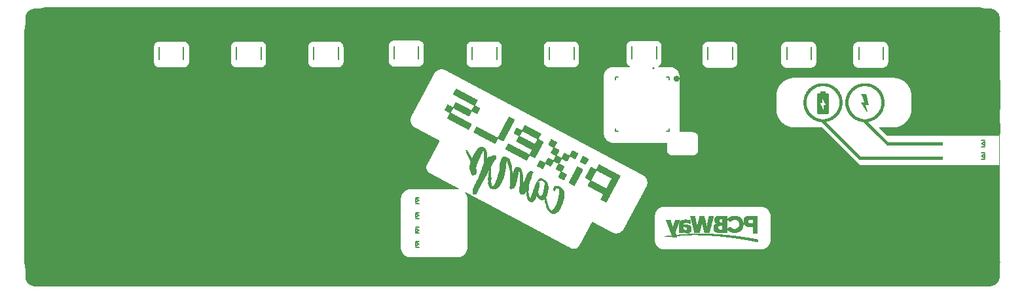
<source format=gbo>
G04*
G04 #@! TF.GenerationSoftware,Altium Limited,Altium Designer,19.0.14 (431)*
G04*
G04 Layer_Color=32896*
%FSLAX44Y44*%
%MOMM*%
G71*
G01*
G75*
%ADD11C,0.2540*%
%ADD32C,0.2500*%
%ADD33C,0.2000*%
%ADD35C,0.1270*%
%ADD100C,0.4000*%
%ADD101C,0.0075*%
%ADD102C,0.0254*%
D11*
X2418024Y1494054D02*
G03*
X2418024Y1494054I-9000J0D01*
G01*
D32*
X2446024Y1305304D02*
G03*
X2446024Y1305304I-1250J0D01*
G01*
X2394024Y1519054D02*
X2424024D01*
X2394024Y1469054D02*
Y1519054D01*
Y1469054D02*
X2424024D01*
Y1519054D01*
D33*
X1650124Y1471704D02*
G03*
X1650124Y1471704I-1000J0D01*
G01*
X1754124Y1472954D02*
G03*
X1754124Y1472954I-1000J0D01*
G01*
X2062124Y1472704D02*
G03*
X2062124Y1472704I-1000J0D01*
G01*
X2160124Y1471704D02*
G03*
X2160124Y1471704I-1000J0D01*
G01*
X1450124D02*
G03*
X1450124Y1471704I-1000J0D01*
G01*
X1550124D02*
G03*
X1550124Y1471704I-1000J0D01*
G01*
X1855124D02*
G03*
X1855124Y1471704I-1000J0D01*
G01*
X1955124D02*
G03*
X1955124Y1471704I-1000J0D01*
G01*
X2262124D02*
G03*
X2262124Y1471704I-1000J0D01*
G01*
X2355124D02*
G03*
X2355124Y1471704I-1000J0D01*
G01*
X2470274Y1281804D02*
Y1316304D01*
X2508274D01*
Y1281804D02*
Y1316304D01*
X2470274Y1281804D02*
X2508274D01*
D35*
X1653774Y1484054D02*
Y1500054D01*
X1621774Y1484054D02*
Y1500054D01*
X1757774Y1485304D02*
Y1501304D01*
X1725774Y1485304D02*
Y1501304D01*
X2065774Y1485054D02*
Y1501054D01*
X2033774Y1485054D02*
Y1501054D01*
X2163774Y1484054D02*
Y1500054D01*
X2131774Y1484054D02*
Y1500054D01*
X1453774Y1484054D02*
Y1500054D01*
X1421774Y1484054D02*
Y1500054D01*
X1553774Y1484054D02*
Y1500054D01*
X1521774Y1484054D02*
Y1500054D01*
X1858774Y1484054D02*
Y1500054D01*
X1826774Y1484054D02*
Y1500054D01*
X1958774Y1484054D02*
Y1500054D01*
X1926774Y1484054D02*
Y1500054D01*
X2265774Y1484054D02*
Y1500054D01*
X2233774Y1484054D02*
Y1500054D01*
X2358774Y1484054D02*
Y1500054D01*
X2326774Y1484054D02*
Y1500054D01*
X2082024Y1457854D02*
Y1461354D01*
Y1391354D02*
Y1394854D01*
X2012024Y1457854D02*
Y1461354D01*
Y1391354D02*
Y1394854D01*
X2078524Y1461354D02*
X2082024D01*
X2078524Y1391354D02*
X2082024D01*
X2012024Y1461354D02*
X2015524D01*
X2012024Y1391354D02*
X2015524D01*
X2485394Y1375054D02*
X2489394Y1377554D01*
X2485394Y1375054D02*
X2489394Y1372554D01*
Y1377554D01*
X2485394Y1379054D02*
X2489394D01*
X2485394Y1371054D02*
X2489394D01*
X2485394Y1359054D02*
X2489394Y1361554D01*
X2485394Y1359054D02*
X2489394Y1356554D01*
Y1361554D01*
X2485394Y1363054D02*
X2489394D01*
X2485394Y1355054D02*
X2489394D01*
X1754004Y1260054D02*
X1758004Y1262554D01*
X1754004Y1265054D02*
X1758004Y1262554D01*
X1754004Y1260054D02*
Y1265054D01*
Y1258554D02*
X1758004D01*
X1754004Y1266554D02*
X1758004D01*
X1754004Y1279054D02*
X1758004Y1281554D01*
X1754004Y1284054D02*
X1758004Y1281554D01*
X1754004Y1279054D02*
Y1284054D01*
Y1277554D02*
X1758004D01*
X1754004Y1285554D02*
X1758004D01*
X1754004Y1241804D02*
X1758004Y1244304D01*
X1754004Y1246804D02*
X1758004Y1244304D01*
X1754004Y1241804D02*
Y1246804D01*
Y1240304D02*
X1758004D01*
X1754004Y1248304D02*
X1758004D01*
X1753904Y1298554D02*
X1757904Y1301054D01*
X1753904Y1303554D02*
X1757904Y1301054D01*
X1753904Y1298554D02*
Y1303554D01*
Y1297054D02*
X1757904D01*
X1753904Y1305054D02*
X1757904D01*
D100*
X2093274Y1459104D02*
G03*
X2093274Y1459104I-2000J0D01*
G01*
D101*
X2194437Y1281413D02*
X2194511D01*
X2184501Y1281338D02*
X2194736D01*
X2183604Y1281264D02*
X2194885D01*
X2164778D02*
X2167243D01*
X2133028D02*
X2138631D01*
X2120925D02*
X2126304D01*
X2108823D02*
X2114276D01*
X2183007Y1281189D02*
X2194885D01*
X2164255D02*
X2167841D01*
X2145952D02*
X2155963D01*
X2133028D02*
X2138556D01*
X2120925D02*
X2126379D01*
X2108897D02*
X2114351D01*
X2182558Y1281114D02*
X2194960D01*
X2163807D02*
X2168215D01*
X2145056D02*
X2155888D01*
X2132953D02*
X2138556D01*
X2120925D02*
X2126379D01*
X2108897D02*
X2114351D01*
X2182260Y1281040D02*
X2194960D01*
X2163508D02*
X2168588D01*
X2144533D02*
X2155888D01*
X2132953D02*
X2138556D01*
X2120925D02*
X2126379D01*
X2108897D02*
X2114351D01*
X2182035Y1280965D02*
X2194960D01*
X2163135D02*
X2168887D01*
X2144084D02*
X2155888D01*
X2132953D02*
X2138556D01*
X2120851D02*
X2126379D01*
X2108897D02*
X2114351D01*
X2181811Y1280890D02*
X2194960D01*
X2162836D02*
X2169186D01*
X2143786D02*
X2155888D01*
X2132953D02*
X2138481D01*
X2120851D02*
X2126454D01*
X2108972D02*
X2114351D01*
X2181587Y1280815D02*
X2194960D01*
X2162612D02*
X2169485D01*
X2143561D02*
X2155888D01*
X2132953D02*
X2138481D01*
X2120851D02*
X2126454D01*
X2108972D02*
X2114426D01*
X2181438Y1280741D02*
X2194960D01*
X2162388D02*
X2169709D01*
X2143337D02*
X2155888D01*
X2132878D02*
X2138481D01*
X2120851D02*
X2126454D01*
X2108972D02*
X2114426D01*
X2181288Y1280666D02*
X2194960D01*
X2162163D02*
X2169933D01*
X2143113D02*
X2155888D01*
X2132878D02*
X2138481D01*
X2120776D02*
X2126454D01*
X2109047D02*
X2114426D01*
X2181139Y1280591D02*
X2194960D01*
X2161939D02*
X2170082D01*
X2142964D02*
X2155888D01*
X2132878D02*
X2138407D01*
X2120776D02*
X2126528D01*
X2109047D02*
X2114426D01*
X2180990Y1280517D02*
X2194960D01*
X2161715D02*
X2170306D01*
X2142740D02*
X2155888D01*
X2132878D02*
X2138407D01*
X2120776D02*
X2126528D01*
X2109047D02*
X2114500D01*
X2180840Y1280442D02*
X2194960D01*
X2161566D02*
X2170456D01*
X2142590D02*
X2155888D01*
X2132878D02*
X2138407D01*
X2120776D02*
X2126528D01*
X2109047D02*
X2114500D01*
X2180765Y1280367D02*
X2194960D01*
X2161342D02*
X2170680D01*
X2142441D02*
X2155888D01*
X2132804D02*
X2138407D01*
X2120701D02*
X2126528D01*
X2109122D02*
X2114500D01*
X2180616Y1280293D02*
X2194960D01*
X2161192D02*
X2170829D01*
X2142291D02*
X2155888D01*
X2132804D02*
X2138332D01*
X2120701D02*
X2126603D01*
X2109122D02*
X2114500D01*
X2180541Y1280218D02*
X2194960D01*
X2161043D02*
X2170979D01*
X2142217D02*
X2155888D01*
X2132804D02*
X2138332D01*
X2120701D02*
X2126603D01*
X2109122D02*
X2114500D01*
X2180392Y1280143D02*
X2194960D01*
X2160819D02*
X2171128D01*
X2142067D02*
X2155888D01*
X2132804D02*
X2138332D01*
X2120701D02*
X2126603D01*
X2109122D02*
X2114575D01*
X2180317Y1280068D02*
X2194960D01*
X2160669D02*
X2171278D01*
X2141918D02*
X2155888D01*
X2132729D02*
X2138332D01*
X2120701D02*
X2126603D01*
X2109196D02*
X2114575D01*
X2180168Y1279994D02*
X2194960D01*
X2160520D02*
X2171427D01*
X2141843D02*
X2155888D01*
X2132729D02*
X2138257D01*
X2120626D02*
X2126678D01*
X2109196D02*
X2114575D01*
X2180093Y1279919D02*
X2194960D01*
X2160370D02*
X2171576D01*
X2141768D02*
X2155888D01*
X2132729D02*
X2138257D01*
X2120626D02*
X2126678D01*
X2109196D02*
X2114575D01*
X2180018Y1279844D02*
X2194960D01*
X2160296D02*
X2171726D01*
X2141619D02*
X2155888D01*
X2132729D02*
X2138257D01*
X2120626D02*
X2126678D01*
X2109196D02*
X2114575D01*
X2179944Y1279770D02*
X2194960D01*
X2160146D02*
X2171875D01*
X2141544D02*
X2155888D01*
X2132729D02*
X2138257D01*
X2120626D02*
X2126678D01*
X2109271D02*
X2114650D01*
X2179869Y1279695D02*
X2194960D01*
X2159997D02*
X2171950D01*
X2141470D02*
X2155888D01*
X2132654D02*
X2138183D01*
X2120552D02*
X2126752D01*
X2109271D02*
X2114650D01*
X2179794Y1279620D02*
X2194960D01*
X2159848D02*
X2172099D01*
X2141395D02*
X2155888D01*
X2132654D02*
X2138183D01*
X2120552D02*
X2126752D01*
X2109271D02*
X2114650D01*
X2179720Y1279546D02*
X2194960D01*
X2159773D02*
X2172249D01*
X2141320D02*
X2155888D01*
X2132654D02*
X2138183D01*
X2120552D02*
X2126752D01*
X2109271D02*
X2114650D01*
X2179645Y1279471D02*
X2194960D01*
X2159623D02*
X2172323D01*
X2141246D02*
X2155888D01*
X2132654D02*
X2138183D01*
X2120552D02*
X2126752D01*
X2109346D02*
X2114724D01*
X2179570Y1279396D02*
X2194960D01*
X2159549D02*
X2172473D01*
X2141171D02*
X2155888D01*
X2132654D02*
X2138108D01*
X2120477D02*
X2126827D01*
X2109346D02*
X2114724D01*
X2179495Y1279321D02*
X2194960D01*
X2159399D02*
X2172548D01*
X2141096D02*
X2155888D01*
X2132579D02*
X2138108D01*
X2120477D02*
X2126827D01*
X2109346D02*
X2114724D01*
X2179421Y1279247D02*
X2194960D01*
X2159324D02*
X2172697D01*
X2141021D02*
X2155888D01*
X2132579D02*
X2138108D01*
X2120477D02*
X2126827D01*
X2109346D02*
X2114724D01*
X2179346Y1279172D02*
X2194960D01*
X2159175D02*
X2172772D01*
X2140947D02*
X2155888D01*
X2132579D02*
X2138033D01*
X2120477D02*
X2126827D01*
X2109420D02*
X2114724D01*
X2179271Y1279097D02*
X2194960D01*
X2159100D02*
X2172921D01*
X2140872D02*
X2155888D01*
X2132579D02*
X2138033D01*
X2120402D02*
X2126902D01*
X2109420D02*
X2114799D01*
X2179196Y1279023D02*
X2194960D01*
X2158951D02*
X2172996D01*
X2140872D02*
X2155888D01*
X2132579D02*
X2138033D01*
X2120402D02*
X2126902D01*
X2109420D02*
X2114799D01*
X2179122Y1278948D02*
X2194960D01*
X2158876D02*
X2173071D01*
X2140797D02*
X2155888D01*
X2132505D02*
X2138033D01*
X2120402D02*
X2126902D01*
X2109420D02*
X2114799D01*
X2179122Y1278873D02*
X2194960D01*
X2158802D02*
X2173220D01*
X2140723D02*
X2155888D01*
X2132505D02*
X2137958D01*
X2120402D02*
X2126902D01*
X2109495D02*
X2114799D01*
X2179047Y1278798D02*
X2194960D01*
X2158652D02*
X2173295D01*
X2140723D02*
X2155888D01*
X2132505D02*
X2137958D01*
X2120328D02*
X2126976D01*
X2109495D02*
X2114799D01*
X2178972Y1278724D02*
X2194960D01*
X2158577D02*
X2173369D01*
X2140648D02*
X2155888D01*
X2132505D02*
X2137958D01*
X2120328D02*
X2126976D01*
X2109495D02*
X2114874D01*
X2178898Y1278649D02*
X2194960D01*
X2158503D02*
X2173444D01*
X2140648D02*
X2155888D01*
X2132505D02*
X2137958D01*
X2120328D02*
X2126976D01*
X2109495D02*
X2114874D01*
X2178898Y1278574D02*
X2194960D01*
X2158428D02*
X2173593D01*
X2140573D02*
X2155888D01*
X2132430D02*
X2137884D01*
X2120328D02*
X2126976D01*
X2109570D02*
X2114874D01*
X2178823Y1278500D02*
X2194960D01*
X2158279D02*
X2173668D01*
X2140573D02*
X2155888D01*
X2132430D02*
X2137884D01*
X2120328D02*
X2127051D01*
X2109570D02*
X2114874D01*
X2178748Y1278425D02*
X2194960D01*
X2158204D02*
X2173743D01*
X2140498D02*
X2155888D01*
X2132430D02*
X2137884D01*
X2120253D02*
X2127051D01*
X2109570D02*
X2114949D01*
X2178748Y1278350D02*
X2194960D01*
X2158129D02*
X2173818D01*
X2140498D02*
X2155888D01*
X2132430D02*
X2137884D01*
X2120253D02*
X2127051D01*
X2109570D02*
X2114949D01*
X2178674Y1278275D02*
X2194960D01*
X2158055D02*
X2173892D01*
X2140424D02*
X2155888D01*
X2132430D02*
X2137809D01*
X2120253D02*
X2127051D01*
X2109644D02*
X2114949D01*
X2178674Y1278201D02*
X2194960D01*
X2157980D02*
X2173967D01*
X2140424D02*
X2155888D01*
X2132355D02*
X2137809D01*
X2120253D02*
X2127126D01*
X2109644D02*
X2114949D01*
X2178599Y1278126D02*
X2194960D01*
X2157905D02*
X2174042D01*
X2140349D02*
X2155888D01*
X2132355D02*
X2137809D01*
X2120178D02*
X2127126D01*
X2109644D02*
X2114949D01*
X2178524Y1278051D02*
X2194960D01*
X2157830D02*
X2174117D01*
X2140349D02*
X2155888D01*
X2132355D02*
X2137809D01*
X2120178D02*
X2127126D01*
X2109644D02*
X2115023D01*
X2178524Y1277977D02*
X2194960D01*
X2157756D02*
X2174191D01*
X2140349D02*
X2155888D01*
X2132355D02*
X2137734D01*
X2120178D02*
X2127126D01*
X2109719D02*
X2115023D01*
X2178450Y1277902D02*
X2194960D01*
X2157681D02*
X2174266D01*
X2140274D02*
X2155888D01*
X2132355D02*
X2137734D01*
X2120178D02*
X2127201D01*
X2109719D02*
X2115023D01*
X2178450Y1277827D02*
X2194960D01*
X2157606D02*
X2174341D01*
X2140274D02*
X2155888D01*
X2132281D02*
X2137734D01*
X2120103D02*
X2127201D01*
X2109719D02*
X2115023D01*
X2178375Y1277753D02*
X2194960D01*
X2157531D02*
X2174415D01*
X2140274D02*
X2155888D01*
X2132281D02*
X2137734D01*
X2120103D02*
X2127201D01*
X2109719D02*
X2115098D01*
X2178375Y1277678D02*
X2194960D01*
X2157457D02*
X2174490D01*
X2140274D02*
X2155888D01*
X2132281D02*
X2137659D01*
X2120103D02*
X2127201D01*
X2109794D02*
X2115098D01*
X2178375Y1277603D02*
X2194960D01*
X2157382D02*
X2174565D01*
X2140200D02*
X2155888D01*
X2132281D02*
X2137659D01*
X2120103D02*
X2127275D01*
X2109794D02*
X2115098D01*
X2178300Y1277528D02*
X2194960D01*
X2157307D02*
X2174639D01*
X2140200D02*
X2155888D01*
X2132206D02*
X2137659D01*
X2120029D02*
X2127275D01*
X2109794D02*
X2115098D01*
X2178300Y1277454D02*
X2194960D01*
X2157233D02*
X2174714D01*
X2140200D02*
X2155888D01*
X2132206D02*
X2137659D01*
X2120029D02*
X2127275D01*
X2109794D02*
X2115098D01*
X2178225Y1277379D02*
X2194960D01*
X2157158D02*
X2174714D01*
X2140200D02*
X2155888D01*
X2132206D02*
X2137585D01*
X2120029D02*
X2127275D01*
X2109869D02*
X2115173D01*
X2178225Y1277304D02*
X2194960D01*
X2157083D02*
X2174789D01*
X2150584D02*
X2155888D01*
X2140125D02*
X2147596D01*
X2132206D02*
X2137585D01*
X2120029D02*
X2127350D01*
X2109869D02*
X2115173D01*
X2178225Y1277230D02*
X2194960D01*
X2157009D02*
X2174863D01*
X2150584D02*
X2155888D01*
X2140125D02*
X2147147D01*
X2132206D02*
X2137585D01*
X2119954D02*
X2127350D01*
X2109869D02*
X2115173D01*
X2178151Y1277155D02*
X2194960D01*
X2157009D02*
X2174938D01*
X2150584D02*
X2155888D01*
X2140125D02*
X2146923D01*
X2132131D02*
X2137585D01*
X2119954D02*
X2127350D01*
X2109869D02*
X2115173D01*
X2178151Y1277080D02*
X2194960D01*
X2157009D02*
X2174938D01*
X2150584D02*
X2155888D01*
X2140125D02*
X2146699D01*
X2132131D02*
X2137510D01*
X2119954D02*
X2127350D01*
X2109943D02*
X2115173D01*
X2178151Y1277005D02*
X2194960D01*
X2156934D02*
X2175013D01*
X2150584D02*
X2155888D01*
X2140125D02*
X2146550D01*
X2132131D02*
X2137510D01*
X2119954D02*
X2127425D01*
X2109943D02*
X2115247D01*
X2189805Y1276931D02*
X2194960D01*
X2178076D02*
X2185845D01*
X2156934D02*
X2175088D01*
X2150584D02*
X2155888D01*
X2140125D02*
X2146400D01*
X2132131D02*
X2137510D01*
X2119954D02*
X2127425D01*
X2109943D02*
X2115247D01*
X2189805Y1276856D02*
X2194960D01*
X2178076D02*
X2185173D01*
X2166496D02*
X2175162D01*
X2157009D02*
X2165675D01*
X2150584D02*
X2155888D01*
X2140125D02*
X2146326D01*
X2132131D02*
X2137510D01*
X2119879D02*
X2127425D01*
X2109943D02*
X2115247D01*
X2189805Y1276781D02*
X2194960D01*
X2178076D02*
X2184799D01*
X2167243D02*
X2175162D01*
X2157009D02*
X2164928D01*
X2150584D02*
X2155888D01*
X2140050D02*
X2146176D01*
X2132056D02*
X2137435D01*
X2119879D02*
X2127425D01*
X2110018D02*
X2115247D01*
X2189805Y1276707D02*
X2194960D01*
X2178076D02*
X2184575D01*
X2167692D02*
X2175237D01*
X2157009D02*
X2164554D01*
X2150584D02*
X2155888D01*
X2140050D02*
X2146101D01*
X2132056D02*
X2137435D01*
X2119879D02*
X2127499D01*
X2110018D02*
X2115322D01*
X2189805Y1276632D02*
X2194960D01*
X2178001D02*
X2184426D01*
X2167916D02*
X2175312D01*
X2157083D02*
X2164255D01*
X2150584D02*
X2155888D01*
X2140050D02*
X2146027D01*
X2132056D02*
X2137435D01*
X2119879D02*
X2127499D01*
X2110018D02*
X2115322D01*
X2189805Y1276557D02*
X2194960D01*
X2178001D02*
X2184277D01*
X2168215D02*
X2175312D01*
X2157158D02*
X2163956D01*
X2150584D02*
X2155888D01*
X2140050D02*
X2146027D01*
X2132056D02*
X2137435D01*
X2119805D02*
X2127499D01*
X2110018D02*
X2115322D01*
X2189805Y1276482D02*
X2194960D01*
X2178001D02*
X2184127D01*
X2168439D02*
X2175387D01*
X2157233D02*
X2163732D01*
X2150584D02*
X2155888D01*
X2140050D02*
X2145952D01*
X2132056D02*
X2137361D01*
X2119805D02*
X2127499D01*
X2110093D02*
X2115322D01*
X2189805Y1276408D02*
X2194960D01*
X2178001D02*
X2184052D01*
X2168588D02*
X2175461D01*
X2157307D02*
X2163583D01*
X2150584D02*
X2155888D01*
X2140050D02*
X2145877D01*
X2131982D02*
X2137361D01*
X2119805D02*
X2127574D01*
X2110093D02*
X2115322D01*
X2101576D02*
X2103817D01*
X2189805Y1276333D02*
X2194960D01*
X2177926D02*
X2183978D01*
X2168738D02*
X2175461D01*
X2157382D02*
X2163359D01*
X2150584D02*
X2155888D01*
X2140050D02*
X2145877D01*
X2131982D02*
X2137361D01*
X2119805D02*
X2127574D01*
X2110093D02*
X2115397D01*
X2100605D02*
X2104789D01*
X2189805Y1276258D02*
X2194960D01*
X2177926D02*
X2183828D01*
X2168962D02*
X2175536D01*
X2157457D02*
X2163209D01*
X2150584D02*
X2155888D01*
X2140050D02*
X2145803D01*
X2131982D02*
X2137361D01*
X2119730D02*
X2127574D01*
X2110093D02*
X2115397D01*
X2100007D02*
X2105386D01*
X2189805Y1276184D02*
X2194960D01*
X2177926D02*
X2183754D01*
X2169111D02*
X2175611D01*
X2157531D02*
X2163060D01*
X2150584D02*
X2155888D01*
X2140050D02*
X2145803D01*
X2131982D02*
X2137286D01*
X2119730D02*
X2127574D01*
X2110167D02*
X2115397D01*
X2099559D02*
X2105909D01*
X2189805Y1276109D02*
X2194960D01*
X2177926D02*
X2183679D01*
X2169186D02*
X2175611D01*
X2157606D02*
X2162910D01*
X2150584D02*
X2155888D01*
X2140050D02*
X2145728D01*
X2131982D02*
X2137286D01*
X2119730D02*
X2127649D01*
X2110167D02*
X2115397D01*
X2099185D02*
X2106357D01*
X2189805Y1276034D02*
X2194960D01*
X2177926D02*
X2183679D01*
X2169335D02*
X2175685D01*
X2157681D02*
X2162686D01*
X2150584D02*
X2155888D01*
X2140050D02*
X2145728D01*
X2131907D02*
X2137286D01*
X2119730D02*
X2127649D01*
X2110167D02*
X2115397D01*
X2098887D02*
X2106731D01*
X2189805Y1275960D02*
X2194960D01*
X2177852D02*
X2183530D01*
X2169485D02*
X2175685D01*
X2157756D02*
X2162612D01*
X2150584D02*
X2155888D01*
X2140050D02*
X2145653D01*
X2131907D02*
X2137286D01*
X2119655D02*
X2127649D01*
X2110167D02*
X2115472D01*
X2098588D02*
X2107104D01*
X2089548D02*
X2094778D01*
X2077670D02*
X2082825D01*
X2189805Y1275885D02*
X2194960D01*
X2177852D02*
X2183455D01*
X2169559D02*
X2175760D01*
X2157830D02*
X2162462D01*
X2150584D02*
X2155888D01*
X2140050D02*
X2145653D01*
X2131907D02*
X2137211D01*
X2119655D02*
X2127649D01*
X2110242D02*
X2115472D01*
X2098364D02*
X2107478D01*
X2089474D02*
X2094778D01*
X2077670D02*
X2082825D01*
X2189805Y1275810D02*
X2194960D01*
X2177852D02*
X2183455D01*
X2169709D02*
X2175760D01*
X2157905D02*
X2162313D01*
X2150584D02*
X2155888D01*
X2140050D02*
X2145653D01*
X2131907D02*
X2137211D01*
X2119655D02*
X2127724D01*
X2110242D02*
X2115472D01*
X2098140D02*
X2107852D01*
X2089474D02*
X2094778D01*
X2077670D02*
X2082825D01*
X2189805Y1275735D02*
X2194960D01*
X2177852D02*
X2183380D01*
X2169783D02*
X2175835D01*
X2158055D02*
X2162238D01*
X2150584D02*
X2155888D01*
X2140050D02*
X2145578D01*
X2131907D02*
X2137211D01*
X2119655D02*
X2127724D01*
X2110242D02*
X2115472D01*
X2097915D02*
X2108150D01*
X2089474D02*
X2094703D01*
X2077745D02*
X2082899D01*
X2189805Y1275661D02*
X2194960D01*
X2177852D02*
X2183380D01*
X2169933D02*
X2175909D01*
X2158129D02*
X2162089D01*
X2150584D02*
X2155888D01*
X2140125D02*
X2145578D01*
X2131832D02*
X2137211D01*
X2119655D02*
X2127724D01*
X2110317D02*
X2115546D01*
X2097691D02*
X2108449D01*
X2089399D02*
X2094703D01*
X2077745D02*
X2082899D01*
X2189805Y1275586D02*
X2194960D01*
X2177852D02*
X2183305D01*
X2170008D02*
X2175909D01*
X2158204D02*
X2161939D01*
X2150584D02*
X2155888D01*
X2140125D02*
X2145578D01*
X2131832D02*
X2137137D01*
X2119581D02*
X2127724D01*
X2110317D02*
X2115546D01*
X2097542D02*
X2108599D01*
X2089399D02*
X2094703D01*
X2077745D02*
X2082899D01*
X2189805Y1275511D02*
X2194960D01*
X2177852D02*
X2183231D01*
X2170082D02*
X2175984D01*
X2158279D02*
X2161865D01*
X2150584D02*
X2155888D01*
X2140125D02*
X2145578D01*
X2131832D02*
X2137137D01*
X2119581D02*
X2127798D01*
X2110317D02*
X2115546D01*
X2097393D02*
X2108599D01*
X2089399D02*
X2094628D01*
X2077819D02*
X2082974D01*
X2189805Y1275437D02*
X2194960D01*
X2177777D02*
X2183231D01*
X2170157D02*
X2175984D01*
X2158353D02*
X2161790D01*
X2150584D02*
X2155888D01*
X2140125D02*
X2145578D01*
X2131832D02*
X2137137D01*
X2119581D02*
X2127798D01*
X2110317D02*
X2115546D01*
X2097243D02*
X2108599D01*
X2089324D02*
X2094628D01*
X2077819D02*
X2082974D01*
X2189805Y1275362D02*
X2194960D01*
X2177777D02*
X2183231D01*
X2170306D02*
X2176059D01*
X2158428D02*
X2161640D01*
X2150584D02*
X2155888D01*
X2140125D02*
X2145504D01*
X2131832D02*
X2137137D01*
X2119581D02*
X2127798D01*
X2110392D02*
X2115546D01*
X2097094D02*
X2108599D01*
X2089324D02*
X2094628D01*
X2077819D02*
X2082974D01*
X2189805Y1275287D02*
X2194960D01*
X2177777D02*
X2183156D01*
X2170381D02*
X2176059D01*
X2158503D02*
X2161566D01*
X2150584D02*
X2155888D01*
X2140125D02*
X2145504D01*
X2131758D02*
X2137062D01*
X2119506D02*
X2127798D01*
X2110392D02*
X2115621D01*
X2096944D02*
X2108599D01*
X2089324D02*
X2094554D01*
X2077894D02*
X2083049D01*
X2189805Y1275212D02*
X2194960D01*
X2177777D02*
X2183156D01*
X2170456D02*
X2176059D01*
X2158577D02*
X2161491D01*
X2150584D02*
X2155888D01*
X2140125D02*
X2145504D01*
X2131758D02*
X2137062D01*
X2119506D02*
X2127873D01*
X2110392D02*
X2115621D01*
X2096870D02*
X2108599D01*
X2089250D02*
X2094554D01*
X2077894D02*
X2083049D01*
X2189805Y1275138D02*
X2194960D01*
X2177777D02*
X2183156D01*
X2170531D02*
X2176134D01*
X2158652D02*
X2161342D01*
X2150584D02*
X2155888D01*
X2140200D02*
X2145504D01*
X2131758D02*
X2137062D01*
X2119506D02*
X2127873D01*
X2110392D02*
X2115621D01*
X2096720D02*
X2108599D01*
X2089250D02*
X2094479D01*
X2077969D02*
X2083049D01*
X2189805Y1275063D02*
X2194960D01*
X2177777D02*
X2183081D01*
X2170605D02*
X2176134D01*
X2158727D02*
X2161267D01*
X2150584D02*
X2155888D01*
X2140200D02*
X2145504D01*
X2131758D02*
X2137062D01*
X2119506D02*
X2127873D01*
X2110466D02*
X2115621D01*
X2096646D02*
X2108599D01*
X2089250D02*
X2094479D01*
X2077969D02*
X2083124D01*
X2189805Y1274988D02*
X2194960D01*
X2177777D02*
X2183081D01*
X2170680D02*
X2176208D01*
X2158802D02*
X2161192D01*
X2150584D02*
X2155888D01*
X2140200D02*
X2145504D01*
X2131683D02*
X2136987D01*
X2119431D02*
X2127873D01*
X2110466D02*
X2115696D01*
X2096496D02*
X2108599D01*
X2089175D02*
X2094479D01*
X2077969D02*
X2083124D01*
X2189805Y1274914D02*
X2194960D01*
X2177777D02*
X2183081D01*
X2170755D02*
X2176208D01*
X2158876D02*
X2161118D01*
X2150584D02*
X2155888D01*
X2140200D02*
X2145504D01*
X2131683D02*
X2136987D01*
X2119431D02*
X2127948D01*
X2110466D02*
X2115696D01*
X2096421D02*
X2108599D01*
X2089175D02*
X2094404D01*
X2078044D02*
X2083124D01*
X2189805Y1274839D02*
X2194960D01*
X2177777D02*
X2183081D01*
X2170829D02*
X2176283D01*
X2158951D02*
X2160968D01*
X2150584D02*
X2155888D01*
X2140274D02*
X2145578D01*
X2131683D02*
X2136987D01*
X2119431D02*
X2127948D01*
X2110466D02*
X2115696D01*
X2096347D02*
X2108599D01*
X2089175D02*
X2094404D01*
X2078044D02*
X2083198D01*
X2189805Y1274764D02*
X2194960D01*
X2177777D02*
X2183081D01*
X2170904D02*
X2176283D01*
X2159026D02*
X2160893D01*
X2150584D02*
X2155888D01*
X2140274D02*
X2145578D01*
X2131683D02*
X2136913D01*
X2119431D02*
X2127948D01*
X2110541D02*
X2115696D01*
X2096272D02*
X2108599D01*
X2089100D02*
X2094404D01*
X2078044D02*
X2083198D01*
X2189805Y1274689D02*
X2194960D01*
X2177777D02*
X2183081D01*
X2170979D02*
X2176283D01*
X2159100D02*
X2160819D01*
X2150584D02*
X2155888D01*
X2140274D02*
X2145578D01*
X2131683D02*
X2136913D01*
X2119356D02*
X2127948D01*
X2110541D02*
X2115696D01*
X2096123D02*
X2108599D01*
X2089100D02*
X2094330D01*
X2078118D02*
X2083198D01*
X2189805Y1274615D02*
X2194960D01*
X2177777D02*
X2183007D01*
X2171053D02*
X2176358D01*
X2159175D02*
X2160744D01*
X2150584D02*
X2155888D01*
X2140274D02*
X2145578D01*
X2131608D02*
X2136913D01*
X2119356D02*
X2128022D01*
X2110541D02*
X2115770D01*
X2096048D02*
X2108599D01*
X2089100D02*
X2094330D01*
X2078118D02*
X2083198D01*
X2189805Y1274540D02*
X2194960D01*
X2177777D02*
X2183007D01*
X2171053D02*
X2176358D01*
X2159324D02*
X2160669D01*
X2150584D02*
X2155888D01*
X2140349D02*
X2145578D01*
X2131608D02*
X2136913D01*
X2119356D02*
X2128022D01*
X2110541D02*
X2115770D01*
X2095973D02*
X2108599D01*
X2089025D02*
X2094255D01*
X2078193D02*
X2083273D01*
X2189805Y1274465D02*
X2194960D01*
X2177777D02*
X2183007D01*
X2171128D02*
X2176432D01*
X2159399D02*
X2160594D01*
X2150584D02*
X2155888D01*
X2140349D02*
X2145578D01*
X2131608D02*
X2136838D01*
X2119356D02*
X2128022D01*
X2110616D02*
X2115770D01*
X2095898D02*
X2108599D01*
X2089025D02*
X2094255D01*
X2078193D02*
X2083273D01*
X2189805Y1274391D02*
X2194960D01*
X2177777D02*
X2183007D01*
X2171203D02*
X2176432D01*
X2159474D02*
X2160520D01*
X2150584D02*
X2155888D01*
X2140349D02*
X2145653D01*
X2131608D02*
X2136838D01*
X2119282D02*
X2128022D01*
X2110616D02*
X2115770D01*
X2095898D02*
X2108599D01*
X2089025D02*
X2094255D01*
X2078193D02*
X2083273D01*
X2189805Y1274316D02*
X2194960D01*
X2177777D02*
X2183007D01*
X2171278D02*
X2176432D01*
X2159549D02*
X2160445D01*
X2150584D02*
X2155888D01*
X2140424D02*
X2145653D01*
X2131608D02*
X2136838D01*
X2119282D02*
X2128097D01*
X2110616D02*
X2115770D01*
X2095824D02*
X2108599D01*
X2088951D02*
X2094180D01*
X2078268D02*
X2083348D01*
X2189805Y1274241D02*
X2194960D01*
X2177777D02*
X2183007D01*
X2171278D02*
X2176507D01*
X2159623D02*
X2160370D01*
X2150584D02*
X2155888D01*
X2140424D02*
X2145653D01*
X2131534D02*
X2136838D01*
X2119282D02*
X2128097D01*
X2110616D02*
X2115845D01*
X2095749D02*
X2108599D01*
X2088951D02*
X2094180D01*
X2078268D02*
X2083348D01*
X2189805Y1274167D02*
X2194960D01*
X2177777D02*
X2183007D01*
X2171352D02*
X2176507D01*
X2159698D02*
X2160296D01*
X2150584D02*
X2155888D01*
X2140424D02*
X2145653D01*
X2131534D02*
X2136763D01*
X2119282D02*
X2128097D01*
X2110690D02*
X2115845D01*
X2095674D02*
X2108599D01*
X2088951D02*
X2094180D01*
X2078268D02*
X2083348D01*
X2189805Y1274092D02*
X2194960D01*
X2177777D02*
X2183007D01*
X2171427D02*
X2176507D01*
X2159848D02*
X2160146D01*
X2150584D02*
X2155888D01*
X2140498D02*
X2145728D01*
X2131534D02*
X2136763D01*
X2119282D02*
X2128097D01*
X2110690D02*
X2115845D01*
X2095600D02*
X2108599D01*
X2088876D02*
X2094106D01*
X2078342D02*
X2083422D01*
X2189805Y1274017D02*
X2194960D01*
X2177777D02*
X2183081D01*
X2171502D02*
X2176582D01*
X2150584D02*
X2155888D01*
X2140498D02*
X2145728D01*
X2131534D02*
X2136763D01*
X2119207D02*
X2128172D01*
X2110690D02*
X2115845D01*
X2095600D02*
X2108599D01*
X2088876D02*
X2094106D01*
X2078342D02*
X2083422D01*
X2189805Y1273942D02*
X2194960D01*
X2177777D02*
X2183081D01*
X2171502D02*
X2176582D01*
X2150584D02*
X2155888D01*
X2140573D02*
X2145803D01*
X2131534D02*
X2136763D01*
X2119207D02*
X2128172D01*
X2110690D02*
X2115920D01*
X2095525D02*
X2108599D01*
X2088876D02*
X2094031D01*
X2078342D02*
X2083422D01*
X2189805Y1273868D02*
X2194960D01*
X2177777D02*
X2183081D01*
X2171576D02*
X2176582D01*
X2150584D02*
X2155888D01*
X2140573D02*
X2145803D01*
X2131459D02*
X2136688D01*
X2119207D02*
X2128172D01*
X2110765D02*
X2115920D01*
X2095450D02*
X2108599D01*
X2088801D02*
X2094031D01*
X2078417D02*
X2083497D01*
X2189805Y1273793D02*
X2194960D01*
X2177777D02*
X2183081D01*
X2171576D02*
X2176656D01*
X2150584D02*
X2155888D01*
X2140648D02*
X2145803D01*
X2131459D02*
X2136688D01*
X2119207D02*
X2128172D01*
X2110765D02*
X2115920D01*
X2095450D02*
X2108599D01*
X2088801D02*
X2094031D01*
X2078417D02*
X2083497D01*
X2189805Y1273718D02*
X2194960D01*
X2177777D02*
X2183081D01*
X2171651D02*
X2176656D01*
X2150584D02*
X2155888D01*
X2140648D02*
X2145877D01*
X2131459D02*
X2136688D01*
X2119132D02*
X2128246D01*
X2110765D02*
X2115920D01*
X2095376D02*
X2108599D01*
X2088801D02*
X2093956D01*
X2078492D02*
X2083497D01*
X2189805Y1273644D02*
X2194960D01*
X2177777D02*
X2183156D01*
X2171726D02*
X2176656D01*
X2150584D02*
X2155888D01*
X2140723D02*
X2145952D01*
X2131459D02*
X2136688D01*
X2119132D02*
X2128246D01*
X2110765D02*
X2115920D01*
X2095301D02*
X2108599D01*
X2088727D02*
X2093956D01*
X2078492D02*
X2083572D01*
X2189805Y1273569D02*
X2194960D01*
X2177777D02*
X2183156D01*
X2171726D02*
X2176656D01*
X2150584D02*
X2155888D01*
X2140797D02*
X2145952D01*
X2131459D02*
X2136614D01*
X2119132D02*
X2128246D01*
X2110840D02*
X2115995D01*
X2095301D02*
X2108599D01*
X2088727D02*
X2093956D01*
X2078492D02*
X2083572D01*
X2189805Y1273494D02*
X2194960D01*
X2177777D02*
X2183156D01*
X2171801D02*
X2176731D01*
X2150584D02*
X2155888D01*
X2140797D02*
X2146027D01*
X2131384D02*
X2136614D01*
X2119132D02*
X2128246D01*
X2110840D02*
X2115995D01*
X2095226D02*
X2108599D01*
X2088727D02*
X2093881D01*
X2078566D02*
X2083572D01*
X2189805Y1273419D02*
X2194960D01*
X2177777D02*
X2183231D01*
X2171801D02*
X2176731D01*
X2150584D02*
X2155888D01*
X2140872D02*
X2146101D01*
X2131384D02*
X2136614D01*
X2119057D02*
X2128321D01*
X2110840D02*
X2115995D01*
X2095226D02*
X2108599D01*
X2088652D02*
X2093881D01*
X2078566D02*
X2083572D01*
X2189805Y1273345D02*
X2194960D01*
X2177852D02*
X2183231D01*
X2171875D02*
X2176731D01*
X2150584D02*
X2155888D01*
X2140872D02*
X2146176D01*
X2131384D02*
X2136614D01*
X2119057D02*
X2128321D01*
X2110840D02*
X2115995D01*
X2095151D02*
X2108599D01*
X2088652D02*
X2093807D01*
X2078566D02*
X2083647D01*
X2189805Y1273270D02*
X2194960D01*
X2177852D02*
X2183231D01*
X2171875D02*
X2176731D01*
X2150584D02*
X2155888D01*
X2140947D02*
X2146326D01*
X2131384D02*
X2136539D01*
X2119057D02*
X2128321D01*
X2110914D02*
X2116069D01*
X2095151D02*
X2108599D01*
X2088652D02*
X2093807D01*
X2078641D02*
X2083647D01*
X2189805Y1273195D02*
X2194960D01*
X2177852D02*
X2183305D01*
X2171950D02*
X2176806D01*
X2150584D02*
X2155888D01*
X2141021D02*
X2146400D01*
X2131384D02*
X2136539D01*
X2119057D02*
X2128321D01*
X2110914D02*
X2116069D01*
X2095151D02*
X2108599D01*
X2088577D02*
X2093807D01*
X2078641D02*
X2083647D01*
X2189805Y1273121D02*
X2194960D01*
X2177852D02*
X2183380D01*
X2171950D02*
X2176806D01*
X2150584D02*
X2155888D01*
X2141096D02*
X2146550D01*
X2131310D02*
X2136539D01*
X2118983D02*
X2128396D01*
X2110914D02*
X2116069D01*
X2095077D02*
X2108599D01*
X2088577D02*
X2093732D01*
X2078716D02*
X2083721D01*
X2189805Y1273046D02*
X2194960D01*
X2177852D02*
X2183380D01*
X2172025D02*
X2176806D01*
X2150584D02*
X2155888D01*
X2141096D02*
X2146699D01*
X2131310D02*
X2136539D01*
X2118983D02*
X2128396D01*
X2110914D02*
X2116069D01*
X2095077D02*
X2108599D01*
X2088577D02*
X2093732D01*
X2078716D02*
X2083721D01*
X2189805Y1272971D02*
X2194960D01*
X2177852D02*
X2183455D01*
X2172025D02*
X2176806D01*
X2150584D02*
X2155888D01*
X2141171D02*
X2146848D01*
X2131310D02*
X2136464D01*
X2123839D02*
X2128396D01*
X2118983D02*
X2123689D01*
X2110989D02*
X2116069D01*
X2095002D02*
X2108599D01*
X2088503D02*
X2093732D01*
X2078716D02*
X2083721D01*
X2189805Y1272897D02*
X2194960D01*
X2177852D02*
X2183455D01*
X2172025D02*
X2176806D01*
X2150584D02*
X2155888D01*
X2141246D02*
X2146998D01*
X2131310D02*
X2136464D01*
X2123839D02*
X2128396D01*
X2118983D02*
X2123689D01*
X2110989D02*
X2116144D01*
X2104191D02*
X2108599D01*
X2095002D02*
X2102921D01*
X2088503D02*
X2093657D01*
X2078791D02*
X2083796D01*
X2189805Y1272822D02*
X2194960D01*
X2177926D02*
X2183530D01*
X2172099D02*
X2176881D01*
X2150584D02*
X2155888D01*
X2141320D02*
X2147222D01*
X2131235D02*
X2136464D01*
X2123914D02*
X2128471D01*
X2118908D02*
X2123689D01*
X2110989D02*
X2116144D01*
X2104789D02*
X2108599D01*
X2095002D02*
X2102174D01*
X2088503D02*
X2093657D01*
X2078791D02*
X2083796D01*
X2189805Y1272747D02*
X2194960D01*
X2177926D02*
X2183604D01*
X2172099D02*
X2176881D01*
X2150584D02*
X2155888D01*
X2141395D02*
X2147596D01*
X2131235D02*
X2136464D01*
X2123914D02*
X2128471D01*
X2118908D02*
X2123689D01*
X2110989D02*
X2116144D01*
X2105162D02*
X2108599D01*
X2094927D02*
X2101726D01*
X2088428D02*
X2093582D01*
X2078791D02*
X2083796D01*
X2189805Y1272672D02*
X2194960D01*
X2177926D02*
X2183679D01*
X2172099D02*
X2176881D01*
X2141470D02*
X2155888D01*
X2131235D02*
X2136389D01*
X2123914D02*
X2128471D01*
X2118908D02*
X2123615D01*
X2111064D02*
X2116144D01*
X2105461D02*
X2108599D01*
X2094927D02*
X2101427D01*
X2088428D02*
X2093582D01*
X2078865D02*
X2083871D01*
X2189805Y1272598D02*
X2194960D01*
X2177926D02*
X2183754D01*
X2172174D02*
X2176881D01*
X2141544D02*
X2155888D01*
X2131235D02*
X2136389D01*
X2123914D02*
X2128471D01*
X2118908D02*
X2123615D01*
X2111064D02*
X2116144D01*
X2105760D02*
X2108599D01*
X2094927D02*
X2101203D01*
X2088428D02*
X2093582D01*
X2078865D02*
X2083871D01*
X2189805Y1272523D02*
X2194960D01*
X2177926D02*
X2183828D01*
X2172174D02*
X2176881D01*
X2141619D02*
X2155888D01*
X2131235D02*
X2136389D01*
X2123988D02*
X2128545D01*
X2118908D02*
X2123615D01*
X2111064D02*
X2116219D01*
X2106059D02*
X2108599D01*
X2094927D02*
X2100979D01*
X2088353D02*
X2093508D01*
X2078940D02*
X2083871D01*
X2189805Y1272448D02*
X2194960D01*
X2178001D02*
X2183903D01*
X2172174D02*
X2176881D01*
X2141694D02*
X2155888D01*
X2131160D02*
X2136389D01*
X2123988D02*
X2128545D01*
X2118833D02*
X2123615D01*
X2111064D02*
X2116219D01*
X2106283D02*
X2108599D01*
X2094852D02*
X2100754D01*
X2088353D02*
X2093508D01*
X2078940D02*
X2083945D01*
X2189805Y1272374D02*
X2194960D01*
X2178001D02*
X2184052D01*
X2172249D02*
X2176955D01*
X2141768D02*
X2155888D01*
X2131160D02*
X2136315D01*
X2123988D02*
X2128545D01*
X2118833D02*
X2123540D01*
X2111139D02*
X2116219D01*
X2106507D02*
X2108599D01*
X2094852D02*
X2100680D01*
X2088353D02*
X2093508D01*
X2078940D02*
X2083945D01*
X2189805Y1272299D02*
X2194960D01*
X2178001D02*
X2184127D01*
X2172249D02*
X2176955D01*
X2141843D02*
X2155888D01*
X2131160D02*
X2136315D01*
X2123988D02*
X2128545D01*
X2118833D02*
X2123540D01*
X2111139D02*
X2116219D01*
X2106731D02*
X2108599D01*
X2094852D02*
X2100530D01*
X2088278D02*
X2093433D01*
X2079015D02*
X2083945D01*
X2189805Y1272224D02*
X2194960D01*
X2178001D02*
X2184277D01*
X2172249D02*
X2176955D01*
X2141992D02*
X2155888D01*
X2131160D02*
X2136315D01*
X2124063D02*
X2128620D01*
X2118833D02*
X2123540D01*
X2111139D02*
X2116293D01*
X2107030D02*
X2108599D01*
X2094852D02*
X2100381D01*
X2088278D02*
X2093433D01*
X2079015D02*
X2083945D01*
X2189805Y1272150D02*
X2194960D01*
X2178076D02*
X2184351D01*
X2172323D02*
X2176955D01*
X2142067D02*
X2155888D01*
X2131160D02*
X2136315D01*
X2124063D02*
X2128620D01*
X2118759D02*
X2123540D01*
X2111139D02*
X2116293D01*
X2107179D02*
X2108599D01*
X2094778D02*
X2100306D01*
X2088278D02*
X2093358D01*
X2079015D02*
X2084020D01*
X2189805Y1272075D02*
X2194960D01*
X2178076D02*
X2184575D01*
X2172323D02*
X2176955D01*
X2142217D02*
X2155888D01*
X2131085D02*
X2136240D01*
X2124063D02*
X2128620D01*
X2118759D02*
X2123465D01*
X2111213D02*
X2116293D01*
X2107403D02*
X2108599D01*
X2094778D02*
X2100231D01*
X2088204D02*
X2093358D01*
X2079089D02*
X2084020D01*
X2189805Y1272000D02*
X2194960D01*
X2178076D02*
X2184725D01*
X2172323D02*
X2176955D01*
X2142291D02*
X2155888D01*
X2131085D02*
X2136240D01*
X2124063D02*
X2128620D01*
X2118759D02*
X2123465D01*
X2111213D02*
X2116293D01*
X2107627D02*
X2108599D01*
X2094778D02*
X2100157D01*
X2088204D02*
X2093358D01*
X2079089D02*
X2084020D01*
X2189805Y1271925D02*
X2194960D01*
X2178076D02*
X2185024D01*
X2172323D02*
X2176955D01*
X2142441D02*
X2155888D01*
X2131085D02*
X2136240D01*
X2124138D02*
X2128695D01*
X2118759D02*
X2123465D01*
X2111213D02*
X2116293D01*
X2107777D02*
X2108599D01*
X2094778D02*
X2100082D01*
X2088204D02*
X2093284D01*
X2079089D02*
X2084095D01*
X2189805Y1271851D02*
X2194960D01*
X2178151D02*
X2185547D01*
X2172323D02*
X2177030D01*
X2142590D02*
X2155888D01*
X2131085D02*
X2136240D01*
X2124138D02*
X2128695D01*
X2118684D02*
X2123391D01*
X2111213D02*
X2116368D01*
X2107926D02*
X2108599D01*
X2094778D02*
X2100007D01*
X2088129D02*
X2093284D01*
X2079164D02*
X2084095D01*
X2189805Y1271776D02*
X2194960D01*
X2178151D02*
X2186518D01*
X2172398D02*
X2177030D01*
X2142740D02*
X2155888D01*
X2131085D02*
X2136165D01*
X2124138D02*
X2128695D01*
X2118684D02*
X2123391D01*
X2111288D02*
X2116368D01*
X2108150D02*
X2108599D01*
X2094778D02*
X2100007D01*
X2088129D02*
X2093209D01*
X2079164D02*
X2084095D01*
X2178151Y1271701D02*
X2194960D01*
X2172398D02*
X2177030D01*
X2142889D02*
X2155888D01*
X2131011D02*
X2136165D01*
X2124138D02*
X2128695D01*
X2118684D02*
X2123391D01*
X2111288D02*
X2116368D01*
X2094703D02*
X2099933D01*
X2088129D02*
X2093209D01*
X2079239D02*
X2084169D01*
X2178225Y1271627D02*
X2194960D01*
X2172398D02*
X2177030D01*
X2143038D02*
X2155888D01*
X2131011D02*
X2136165D01*
X2124212D02*
X2128769D01*
X2118684D02*
X2123391D01*
X2111288D02*
X2116368D01*
X2094703D02*
X2099933D01*
X2088054D02*
X2093209D01*
X2079239D02*
X2084169D01*
X2178225Y1271552D02*
X2194960D01*
X2172398D02*
X2177030D01*
X2143038D02*
X2155888D01*
X2131011D02*
X2136165D01*
X2124212D02*
X2128769D01*
X2118609D02*
X2123316D01*
X2111288D02*
X2116443D01*
X2094703D02*
X2099858D01*
X2088054D02*
X2093134D01*
X2079239D02*
X2084169D01*
X2178300Y1271477D02*
X2194960D01*
X2172398D02*
X2177030D01*
X2143038D02*
X2155888D01*
X2131011D02*
X2136091D01*
X2124212D02*
X2128769D01*
X2118609D02*
X2123316D01*
X2111363D02*
X2116443D01*
X2094703D02*
X2099858D01*
X2088054D02*
X2093134D01*
X2079314D02*
X2084244D01*
X2178300Y1271402D02*
X2194960D01*
X2172398D02*
X2177030D01*
X2142814D02*
X2155888D01*
X2131011D02*
X2136091D01*
X2124212D02*
X2128769D01*
X2118609D02*
X2123316D01*
X2111363D02*
X2116443D01*
X2094703D02*
X2099783D01*
X2087979D02*
X2093134D01*
X2079314D02*
X2084244D01*
X2178300Y1271328D02*
X2194960D01*
X2172398D02*
X2177030D01*
X2142516D02*
X2155888D01*
X2130936D02*
X2136091D01*
X2124287D02*
X2128844D01*
X2118609D02*
X2123316D01*
X2111363D02*
X2116443D01*
X2094703D02*
X2099783D01*
X2087979D02*
X2093060D01*
X2079314D02*
X2084244D01*
X2178375Y1271253D02*
X2194960D01*
X2172398D02*
X2177030D01*
X2142291D02*
X2155888D01*
X2130936D02*
X2136091D01*
X2124287D02*
X2128844D01*
X2118535D02*
X2123241D01*
X2111363D02*
X2116443D01*
X2094703D02*
X2099783D01*
X2087979D02*
X2093060D01*
X2079388D02*
X2084319D01*
X2178375Y1271178D02*
X2194960D01*
X2172398D02*
X2177030D01*
X2142067D02*
X2155888D01*
X2130936D02*
X2136016D01*
X2124287D02*
X2128844D01*
X2118535D02*
X2123241D01*
X2111438D02*
X2116517D01*
X2094703D02*
X2099709D01*
X2087905D02*
X2093060D01*
X2079388D02*
X2084319D01*
X2178450Y1271104D02*
X2194960D01*
X2172473D02*
X2177030D01*
X2141843D02*
X2155888D01*
X2130936D02*
X2136016D01*
X2124287D02*
X2128844D01*
X2118535D02*
X2123241D01*
X2111438D02*
X2116517D01*
X2094703D02*
X2099709D01*
X2087905D02*
X2092985D01*
X2079463D02*
X2084319D01*
X2178450Y1271029D02*
X2194960D01*
X2172473D02*
X2177030D01*
X2141694D02*
X2155888D01*
X2130936D02*
X2136016D01*
X2124362D02*
X2128919D01*
X2118535D02*
X2123241D01*
X2111438D02*
X2116517D01*
X2094703D02*
X2099709D01*
X2087905D02*
X2092985D01*
X2079463D02*
X2084394D01*
X2178524Y1270954D02*
X2194960D01*
X2172473D02*
X2177030D01*
X2141470D02*
X2155888D01*
X2130861D02*
X2136016D01*
X2124362D02*
X2128919D01*
X2118460D02*
X2123166D01*
X2111438D02*
X2116517D01*
X2094703D02*
X2099709D01*
X2087830D02*
X2092910D01*
X2079463D02*
X2084394D01*
X2178524Y1270880D02*
X2194960D01*
X2172473D02*
X2177030D01*
X2141320D02*
X2155888D01*
X2130861D02*
X2135941D01*
X2124362D02*
X2128919D01*
X2118460D02*
X2123166D01*
X2111512D02*
X2116517D01*
X2094703D02*
X2099709D01*
X2087830D02*
X2092910D01*
X2079538D02*
X2084394D01*
X2178599Y1270805D02*
X2194960D01*
X2172473D02*
X2177030D01*
X2141171D02*
X2155888D01*
X2130861D02*
X2135941D01*
X2124362D02*
X2128919D01*
X2118460D02*
X2123166D01*
X2111512D02*
X2116592D01*
X2094703D02*
X2099709D01*
X2087830D02*
X2092910D01*
X2079538D02*
X2084394D01*
X2178599Y1270730D02*
X2194960D01*
X2172473D02*
X2177030D01*
X2141096D02*
X2155888D01*
X2130861D02*
X2135941D01*
X2124436D02*
X2128994D01*
X2118460D02*
X2123166D01*
X2111512D02*
X2116592D01*
X2094703D02*
X2099634D01*
X2087755D02*
X2092836D01*
X2079538D02*
X2084468D01*
X2178674Y1270655D02*
X2194960D01*
X2172473D02*
X2177030D01*
X2140947D02*
X2155888D01*
X2130861D02*
X2135941D01*
X2124436D02*
X2128994D01*
X2118460D02*
X2123092D01*
X2111587D02*
X2116592D01*
X2094703D02*
X2099634D01*
X2087755D02*
X2092836D01*
X2079612D02*
X2084468D01*
X2178748Y1270581D02*
X2194960D01*
X2172473D02*
X2177030D01*
X2140797D02*
X2155888D01*
X2130786D02*
X2135867D01*
X2124436D02*
X2128994D01*
X2118385D02*
X2123092D01*
X2111587D02*
X2116592D01*
X2094703D02*
X2099634D01*
X2087755D02*
X2092761D01*
X2079612D02*
X2084468D01*
X2178748Y1270506D02*
X2194960D01*
X2172473D02*
X2177030D01*
X2140723D02*
X2155888D01*
X2130786D02*
X2135867D01*
X2124436D02*
X2128994D01*
X2118385D02*
X2123092D01*
X2111587D02*
X2116667D01*
X2094703D02*
X2099634D01*
X2087681D02*
X2092761D01*
X2079687D02*
X2084543D01*
X2178823Y1270431D02*
X2194960D01*
X2172473D02*
X2177030D01*
X2140573D02*
X2155888D01*
X2130786D02*
X2135867D01*
X2124511D02*
X2129068D01*
X2118385D02*
X2123092D01*
X2111587D02*
X2116667D01*
X2094703D02*
X2099634D01*
X2087681D02*
X2092761D01*
X2079687D02*
X2084543D01*
X2178823Y1270357D02*
X2194960D01*
X2172473D02*
X2177030D01*
X2140498D02*
X2155888D01*
X2130786D02*
X2135867D01*
X2124511D02*
X2129068D01*
X2118385D02*
X2123017D01*
X2111662D02*
X2116667D01*
X2094703D02*
X2099783D01*
X2087606D02*
X2092686D01*
X2079687D02*
X2084543D01*
X2178898Y1270282D02*
X2194960D01*
X2172473D02*
X2177030D01*
X2140424D02*
X2155888D01*
X2130712D02*
X2135792D01*
X2124511D02*
X2129068D01*
X2118311D02*
X2123017D01*
X2111662D02*
X2116667D01*
X2094703D02*
X2100754D01*
X2087606D02*
X2092686D01*
X2079762D02*
X2084618D01*
X2178972Y1270207D02*
X2194960D01*
X2172473D02*
X2177030D01*
X2140274D02*
X2155888D01*
X2130712D02*
X2135792D01*
X2124511D02*
X2129068D01*
X2118311D02*
X2123017D01*
X2111662D02*
X2116667D01*
X2094703D02*
X2101651D01*
X2087606D02*
X2092686D01*
X2079762D02*
X2084618D01*
X2179047Y1270132D02*
X2194960D01*
X2172473D02*
X2177030D01*
X2140200D02*
X2155888D01*
X2130712D02*
X2135792D01*
X2124586D02*
X2129143D01*
X2118311D02*
X2123017D01*
X2111662D02*
X2116742D01*
X2094703D02*
X2102323D01*
X2087531D02*
X2092611D01*
X2079762D02*
X2084618D01*
X2179047Y1270058D02*
X2194960D01*
X2172473D02*
X2177030D01*
X2140125D02*
X2155888D01*
X2130712D02*
X2135792D01*
X2124586D02*
X2129143D01*
X2118311D02*
X2122942D01*
X2111736D02*
X2116742D01*
X2094703D02*
X2102996D01*
X2087531D02*
X2092611D01*
X2079836D02*
X2084692D01*
X2179122Y1269983D02*
X2194960D01*
X2172398D02*
X2177030D01*
X2140050D02*
X2155888D01*
X2130712D02*
X2135717D01*
X2124586D02*
X2129143D01*
X2118236D02*
X2122942D01*
X2111736D02*
X2116742D01*
X2094703D02*
X2103593D01*
X2087531D02*
X2092537D01*
X2079836D02*
X2084692D01*
X2179196Y1269908D02*
X2194960D01*
X2172398D02*
X2177030D01*
X2139975D02*
X2155888D01*
X2130637D02*
X2135717D01*
X2124586D02*
X2129143D01*
X2118236D02*
X2122942D01*
X2111736D02*
X2116742D01*
X2094703D02*
X2104191D01*
X2087457D02*
X2092537D01*
X2079836D02*
X2084692D01*
X2179271Y1269834D02*
X2194960D01*
X2172398D02*
X2177030D01*
X2139901D02*
X2155888D01*
X2130637D02*
X2135717D01*
X2124660D02*
X2129218D01*
X2118236D02*
X2122868D01*
X2111736D02*
X2116742D01*
X2094703D02*
X2104564D01*
X2087457D02*
X2092537D01*
X2079911D02*
X2084767D01*
X2179271Y1269759D02*
X2194960D01*
X2172398D02*
X2177030D01*
X2139826D02*
X2155888D01*
X2130637D02*
X2135643D01*
X2124660D02*
X2129218D01*
X2118236D02*
X2122868D01*
X2111811D02*
X2116816D01*
X2094703D02*
X2104938D01*
X2087457D02*
X2092462D01*
X2079911D02*
X2084767D01*
X2179346Y1269684D02*
X2194960D01*
X2172398D02*
X2177030D01*
X2139751D02*
X2155888D01*
X2130637D02*
X2135643D01*
X2124660D02*
X2129218D01*
X2118161D02*
X2122868D01*
X2111811D02*
X2116816D01*
X2094703D02*
X2105311D01*
X2087382D02*
X2092462D01*
X2079986D02*
X2084767D01*
X2179421Y1269610D02*
X2194960D01*
X2172398D02*
X2177030D01*
X2139677D02*
X2155888D01*
X2130637D02*
X2135643D01*
X2124660D02*
X2129292D01*
X2118161D02*
X2122868D01*
X2111811D02*
X2116816D01*
X2094703D02*
X2105536D01*
X2087382D02*
X2092462D01*
X2079986D02*
X2084842D01*
X2179495Y1269535D02*
X2194960D01*
X2172398D02*
X2177030D01*
X2139602D02*
X2155888D01*
X2130562D02*
X2135643D01*
X2124735D02*
X2129292D01*
X2118161D02*
X2122793D01*
X2111811D02*
X2116816D01*
X2094703D02*
X2105834D01*
X2087382D02*
X2092387D01*
X2079986D02*
X2084842D01*
X2179570Y1269460D02*
X2194960D01*
X2172398D02*
X2177030D01*
X2139602D02*
X2155888D01*
X2130562D02*
X2135568D01*
X2124735D02*
X2129292D01*
X2118161D02*
X2122793D01*
X2111886D02*
X2116891D01*
X2094703D02*
X2106059D01*
X2087307D02*
X2092387D01*
X2080061D02*
X2084842D01*
X2179645Y1269385D02*
X2194960D01*
X2172398D02*
X2177030D01*
X2139527D02*
X2155888D01*
X2130562D02*
X2135568D01*
X2124735D02*
X2129292D01*
X2118161D02*
X2122793D01*
X2111886D02*
X2116891D01*
X2094703D02*
X2106283D01*
X2087307D02*
X2092312D01*
X2080061D02*
X2084842D01*
X2179720Y1269311D02*
X2194960D01*
X2172323D02*
X2176955D01*
X2139453D02*
X2155888D01*
X2130562D02*
X2135568D01*
X2124735D02*
X2129367D01*
X2118086D02*
X2122793D01*
X2111886D02*
X2116891D01*
X2094703D02*
X2106507D01*
X2087307D02*
X2092312D01*
X2080061D02*
X2084917D01*
X2179794Y1269236D02*
X2194960D01*
X2172323D02*
X2176955D01*
X2139453D02*
X2155888D01*
X2130562D02*
X2135568D01*
X2124810D02*
X2129367D01*
X2118086D02*
X2122718D01*
X2111886D02*
X2116891D01*
X2094703D02*
X2106656D01*
X2087233D02*
X2092312D01*
X2080135D02*
X2084917D01*
X2179869Y1269161D02*
X2194960D01*
X2172323D02*
X2176955D01*
X2139378D02*
X2155888D01*
X2130488D02*
X2135493D01*
X2124810D02*
X2129367D01*
X2118086D02*
X2122718D01*
X2111960D02*
X2116891D01*
X2094703D02*
X2106880D01*
X2087233D02*
X2092238D01*
X2080135D02*
X2084917D01*
X2179944Y1269087D02*
X2194960D01*
X2172323D02*
X2176955D01*
X2139378D02*
X2155888D01*
X2130488D02*
X2135493D01*
X2124810D02*
X2129367D01*
X2118086D02*
X2122718D01*
X2111960D02*
X2116966D01*
X2094703D02*
X2107030D01*
X2087233D02*
X2092238D01*
X2080210D02*
X2084991D01*
X2180018Y1269012D02*
X2194960D01*
X2172323D02*
X2176955D01*
X2150509D02*
X2155888D01*
X2139303D02*
X2146774D01*
X2130488D02*
X2135493D01*
X2124810D02*
X2129442D01*
X2118012D02*
X2122718D01*
X2111960D02*
X2116966D01*
X2094703D02*
X2107179D01*
X2087158D02*
X2092238D01*
X2080210D02*
X2084991D01*
X2180168Y1268937D02*
X2194960D01*
X2172249D02*
X2176955D01*
X2150584D02*
X2155888D01*
X2139303D02*
X2146251D01*
X2130488D02*
X2135493D01*
X2124885D02*
X2129442D01*
X2118012D02*
X2122643D01*
X2111960D02*
X2116966D01*
X2094703D02*
X2107329D01*
X2087158D02*
X2092163D01*
X2080210D02*
X2084991D01*
X2180242Y1268862D02*
X2194960D01*
X2172249D02*
X2176955D01*
X2150584D02*
X2155888D01*
X2139228D02*
X2145952D01*
X2130488D02*
X2135418D01*
X2124885D02*
X2129442D01*
X2118012D02*
X2122643D01*
X2112035D02*
X2116966D01*
X2094703D02*
X2107478D01*
X2087158D02*
X2092163D01*
X2080285D02*
X2085066D01*
X2180317Y1268788D02*
X2194960D01*
X2172249D02*
X2176955D01*
X2150584D02*
X2155888D01*
X2139228D02*
X2145728D01*
X2130413D02*
X2135418D01*
X2124885D02*
X2129442D01*
X2118012D02*
X2122643D01*
X2112035D02*
X2117041D01*
X2094703D02*
X2107627D01*
X2087083D02*
X2092088D01*
X2080285D02*
X2085066D01*
X2180467Y1268713D02*
X2194960D01*
X2172249D02*
X2176881D01*
X2150584D02*
X2155888D01*
X2139228D02*
X2145578D01*
X2130413D02*
X2135418D01*
X2124885D02*
X2129516D01*
X2117937D02*
X2122643D01*
X2112035D02*
X2117041D01*
X2094703D02*
X2107702D01*
X2087083D02*
X2092088D01*
X2080285D02*
X2085066D01*
X2180541Y1268638D02*
X2194960D01*
X2172174D02*
X2176881D01*
X2150584D02*
X2155888D01*
X2139228D02*
X2145429D01*
X2130413D02*
X2135418D01*
X2124959D02*
X2129516D01*
X2117937D02*
X2122569D01*
X2112035D02*
X2117041D01*
X2094703D02*
X2107852D01*
X2087083D02*
X2092088D01*
X2080359D02*
X2085141D01*
X2180691Y1268564D02*
X2194960D01*
X2172174D02*
X2176881D01*
X2150584D02*
X2155888D01*
X2139154D02*
X2145280D01*
X2130413D02*
X2135344D01*
X2124959D02*
X2129516D01*
X2117937D02*
X2122569D01*
X2112110D02*
X2117041D01*
X2094703D02*
X2107926D01*
X2087008D02*
X2092014D01*
X2080359D02*
X2085141D01*
X2180765Y1268489D02*
X2194960D01*
X2172174D02*
X2176881D01*
X2150584D02*
X2155888D01*
X2139154D02*
X2145130D01*
X2130413D02*
X2135344D01*
X2124959D02*
X2129516D01*
X2117937D02*
X2122569D01*
X2112110D02*
X2117041D01*
X2094703D02*
X2108076D01*
X2087008D02*
X2092014D01*
X2080359D02*
X2085141D01*
X2180915Y1268414D02*
X2194960D01*
X2172099D02*
X2176881D01*
X2150584D02*
X2155888D01*
X2139154D02*
X2145056D01*
X2130338D02*
X2135344D01*
X2124959D02*
X2129591D01*
X2117862D02*
X2122569D01*
X2112110D02*
X2117115D01*
X2094703D02*
X2108150D01*
X2087008D02*
X2092014D01*
X2080434D02*
X2085215D01*
X2180990Y1268339D02*
X2194960D01*
X2172099D02*
X2176881D01*
X2150584D02*
X2155888D01*
X2139079D02*
X2144981D01*
X2130338D02*
X2135344D01*
X2125034D02*
X2129591D01*
X2117862D02*
X2122494D01*
X2112110D02*
X2117115D01*
X2094703D02*
X2108225D01*
X2086934D02*
X2091939D01*
X2080434D02*
X2085215D01*
X2181139Y1268265D02*
X2194960D01*
X2172099D02*
X2176806D01*
X2150584D02*
X2155888D01*
X2139079D02*
X2144906D01*
X2130338D02*
X2135269D01*
X2125034D02*
X2129591D01*
X2117862D02*
X2122494D01*
X2112184D02*
X2117115D01*
X2094703D02*
X2108374D01*
X2086934D02*
X2091939D01*
X2080509D02*
X2085215D01*
X2181288Y1268190D02*
X2194960D01*
X2172025D02*
X2176806D01*
X2150584D02*
X2155888D01*
X2139079D02*
X2144757D01*
X2130338D02*
X2135269D01*
X2125034D02*
X2129591D01*
X2117862D02*
X2122494D01*
X2112184D02*
X2117115D01*
X2094703D02*
X2108449D01*
X2086934D02*
X2091864D01*
X2080509D02*
X2085290D01*
X2181438Y1268115D02*
X2194960D01*
X2172025D02*
X2176806D01*
X2150584D02*
X2155888D01*
X2139079D02*
X2144757D01*
X2130338D02*
X2135269D01*
X2125034D02*
X2129666D01*
X2117787D02*
X2122494D01*
X2112184D02*
X2117115D01*
X2094703D02*
X2108524D01*
X2086859D02*
X2091864D01*
X2080509D02*
X2085290D01*
X2181587Y1268041D02*
X2194960D01*
X2172025D02*
X2176806D01*
X2150584D02*
X2155888D01*
X2139079D02*
X2144682D01*
X2130264D02*
X2135269D01*
X2125109D02*
X2129666D01*
X2117787D02*
X2122419D01*
X2112184D02*
X2117190D01*
X2094703D02*
X2108599D01*
X2086859D02*
X2091864D01*
X2080583D02*
X2085290D01*
X2181811Y1267966D02*
X2194960D01*
X2171950D02*
X2176806D01*
X2150584D02*
X2155888D01*
X2139079D02*
X2144607D01*
X2130264D02*
X2135194D01*
X2125109D02*
X2129666D01*
X2117787D02*
X2122419D01*
X2112259D02*
X2117190D01*
X2094703D02*
X2108673D01*
X2086859D02*
X2091790D01*
X2080583D02*
X2085290D01*
X2181961Y1267891D02*
X2194960D01*
X2171950D02*
X2176731D01*
X2150584D02*
X2155888D01*
X2139004D02*
X2144533D01*
X2130264D02*
X2135194D01*
X2125109D02*
X2129666D01*
X2117787D02*
X2122419D01*
X2112259D02*
X2117190D01*
X2094703D02*
X2108748D01*
X2086784D02*
X2091790D01*
X2080583D02*
X2085365D01*
X2182185Y1267816D02*
X2194960D01*
X2171875D02*
X2176731D01*
X2150584D02*
X2155888D01*
X2139004D02*
X2144533D01*
X2130264D02*
X2135194D01*
X2125109D02*
X2129741D01*
X2117787D02*
X2122345D01*
X2112259D02*
X2117190D01*
X2094703D02*
X2108823D01*
X2086784D02*
X2091790D01*
X2080658D02*
X2085365D01*
X2182409Y1267742D02*
X2194960D01*
X2171875D02*
X2176731D01*
X2150584D02*
X2155888D01*
X2139004D02*
X2144458D01*
X2130189D02*
X2135194D01*
X2125184D02*
X2129741D01*
X2117713D02*
X2122345D01*
X2112259D02*
X2117265D01*
X2094703D02*
X2108897D01*
X2086784D02*
X2091715D01*
X2080658D02*
X2085365D01*
X2182708Y1267667D02*
X2194960D01*
X2171801D02*
X2176731D01*
X2150584D02*
X2155888D01*
X2139004D02*
X2144458D01*
X2130189D02*
X2135119D01*
X2125184D02*
X2129741D01*
X2117713D02*
X2122345D01*
X2112334D02*
X2117265D01*
X2094703D02*
X2108897D01*
X2086709D02*
X2091715D01*
X2080733D02*
X2085439D01*
X2183007Y1267592D02*
X2194960D01*
X2171801D02*
X2176656D01*
X2150584D02*
X2155888D01*
X2139004D02*
X2144383D01*
X2130189D02*
X2135119D01*
X2125184D02*
X2129741D01*
X2117713D02*
X2122345D01*
X2112334D02*
X2117265D01*
X2094703D02*
X2108972D01*
X2086709D02*
X2091640D01*
X2080733D02*
X2085439D01*
X2183455Y1267518D02*
X2194960D01*
X2171726D02*
X2176656D01*
X2150584D02*
X2155888D01*
X2139004D02*
X2144383D01*
X2130189D02*
X2135119D01*
X2125184D02*
X2129815D01*
X2117713D02*
X2122270D01*
X2112334D02*
X2117265D01*
X2094703D02*
X2109047D01*
X2086709D02*
X2091640D01*
X2080733D02*
X2085439D01*
X2184052Y1267443D02*
X2194960D01*
X2171726D02*
X2176656D01*
X2150584D02*
X2155888D01*
X2139004D02*
X2144308D01*
X2130189D02*
X2135119D01*
X2125258D02*
X2129815D01*
X2117638D02*
X2122270D01*
X2112334D02*
X2117265D01*
X2094703D02*
X2109122D01*
X2086635D02*
X2091640D01*
X2080808D02*
X2085514D01*
X2185024Y1267368D02*
X2194960D01*
X2171651D02*
X2176656D01*
X2150584D02*
X2155888D01*
X2139004D02*
X2144308D01*
X2130114D02*
X2135045D01*
X2125258D02*
X2129815D01*
X2117638D02*
X2122270D01*
X2112409D02*
X2117339D01*
X2094703D02*
X2109196D01*
X2086635D02*
X2091565D01*
X2080808D02*
X2085514D01*
X2189805Y1267294D02*
X2194960D01*
X2171651D02*
X2176582D01*
X2150584D02*
X2155888D01*
X2139004D02*
X2144308D01*
X2130114D02*
X2135045D01*
X2125258D02*
X2129815D01*
X2117638D02*
X2122270D01*
X2112409D02*
X2117339D01*
X2100530D02*
X2109196D01*
X2094703D02*
X2099709D01*
X2086635D02*
X2091565D01*
X2080808D02*
X2085514D01*
X2189805Y1267219D02*
X2194960D01*
X2171576D02*
X2176582D01*
X2150584D02*
X2155888D01*
X2139004D02*
X2144234D01*
X2130114D02*
X2135045D01*
X2125258D02*
X2129890D01*
X2117638D02*
X2122195D01*
X2112409D02*
X2117339D01*
X2101203D02*
X2109271D01*
X2094703D02*
X2099709D01*
X2086560D02*
X2091565D01*
X2080882D02*
X2085589D01*
X2189805Y1267144D02*
X2194960D01*
X2171576D02*
X2176582D01*
X2150584D02*
X2155888D01*
X2139004D02*
X2144234D01*
X2130114D02*
X2135045D01*
X2125333D02*
X2129890D01*
X2117563D02*
X2122195D01*
X2112409D02*
X2117339D01*
X2101875D02*
X2109346D01*
X2094703D02*
X2099709D01*
X2086560D02*
X2091491D01*
X2080882D02*
X2085589D01*
X2189805Y1267069D02*
X2194960D01*
X2171502D02*
X2176582D01*
X2150584D02*
X2155888D01*
X2139004D02*
X2144234D01*
X2130114D02*
X2134970D01*
X2125333D02*
X2129890D01*
X2117563D02*
X2122195D01*
X2112483D02*
X2117339D01*
X2102323D02*
X2109346D01*
X2094703D02*
X2099709D01*
X2086560D02*
X2091491D01*
X2080957D02*
X2085589D01*
X2189805Y1266995D02*
X2194960D01*
X2171427D02*
X2176507D01*
X2159848D02*
X2160146D01*
X2150584D02*
X2155888D01*
X2139004D02*
X2144234D01*
X2130114D02*
X2134970D01*
X2125333D02*
X2129890D01*
X2117563D02*
X2122195D01*
X2112483D02*
X2117414D01*
X2102697D02*
X2109420D01*
X2094703D02*
X2099709D01*
X2086485D02*
X2091416D01*
X2080957D02*
X2085664D01*
X2189805Y1266920D02*
X2194960D01*
X2171427D02*
X2176507D01*
X2159698D02*
X2160296D01*
X2150584D02*
X2155888D01*
X2139004D02*
X2144234D01*
X2130040D02*
X2134970D01*
X2125333D02*
X2129890D01*
X2117563D02*
X2122121D01*
X2112483D02*
X2117414D01*
X2102921D02*
X2109420D01*
X2094703D02*
X2099709D01*
X2086485D02*
X2091416D01*
X2080957D02*
X2085664D01*
X2189805Y1266845D02*
X2194960D01*
X2171352D02*
X2176507D01*
X2159623D02*
X2160370D01*
X2150584D02*
X2155888D01*
X2139004D02*
X2144159D01*
X2125408D02*
X2134970D01*
X2117489D02*
X2122121D01*
X2112483D02*
X2117414D01*
X2103220D02*
X2109495D01*
X2094703D02*
X2099709D01*
X2086485D02*
X2091416D01*
X2081032D02*
X2085664D01*
X2189805Y1266771D02*
X2194960D01*
X2171278D02*
X2176432D01*
X2159549D02*
X2160445D01*
X2150584D02*
X2155888D01*
X2139004D02*
X2144159D01*
X2125408D02*
X2134895D01*
X2112558D02*
X2122121D01*
X2103444D02*
X2109495D01*
X2094703D02*
X2099709D01*
X2086411D02*
X2091341D01*
X2081032D02*
X2085664D01*
X2189805Y1266696D02*
X2194960D01*
X2171203D02*
X2176432D01*
X2159474D02*
X2160520D01*
X2150584D02*
X2155888D01*
X2139004D02*
X2144159D01*
X2125408D02*
X2134895D01*
X2112558D02*
X2122121D01*
X2103593D02*
X2109570D01*
X2094703D02*
X2099709D01*
X2086411D02*
X2091341D01*
X2081032D02*
X2085738D01*
X2189805Y1266621D02*
X2194960D01*
X2171203D02*
X2176432D01*
X2159399D02*
X2160669D01*
X2150584D02*
X2155888D01*
X2139004D02*
X2144159D01*
X2125408D02*
X2134895D01*
X2112558D02*
X2122046D01*
X2103743D02*
X2109570D01*
X2094703D02*
X2099709D01*
X2086411D02*
X2091267D01*
X2081107D02*
X2085738D01*
X2189805Y1266546D02*
X2194960D01*
X2171128D02*
X2176358D01*
X2159324D02*
X2160669D01*
X2150584D02*
X2155888D01*
X2139004D02*
X2144159D01*
X2125482D02*
X2134895D01*
X2112558D02*
X2122046D01*
X2103892D02*
X2109570D01*
X2094703D02*
X2099709D01*
X2086336D02*
X2091267D01*
X2081107D02*
X2085738D01*
X2189805Y1266472D02*
X2194960D01*
X2171053D02*
X2176358D01*
X2159250D02*
X2160819D01*
X2150584D02*
X2155888D01*
X2139004D02*
X2144159D01*
X2125482D02*
X2134821D01*
X2112633D02*
X2122046D01*
X2104041D02*
X2109644D01*
X2094703D02*
X2099709D01*
X2086336D02*
X2091267D01*
X2081107D02*
X2085813D01*
X2189805Y1266397D02*
X2194960D01*
X2170979D02*
X2176358D01*
X2159175D02*
X2160893D01*
X2150584D02*
X2155888D01*
X2139004D02*
X2144159D01*
X2125482D02*
X2134821D01*
X2112633D02*
X2122046D01*
X2104116D02*
X2109644D01*
X2094703D02*
X2099709D01*
X2086336D02*
X2091192D01*
X2081181D02*
X2085813D01*
X2189805Y1266322D02*
X2194960D01*
X2170904D02*
X2176283D01*
X2159100D02*
X2160968D01*
X2150584D02*
X2155888D01*
X2139004D02*
X2144159D01*
X2125482D02*
X2134821D01*
X2112633D02*
X2121971D01*
X2104191D02*
X2109644D01*
X2094703D02*
X2099709D01*
X2086261D02*
X2091192D01*
X2081181D02*
X2085813D01*
X2189805Y1266248D02*
X2194960D01*
X2170904D02*
X2176283D01*
X2159026D02*
X2161043D01*
X2150584D02*
X2155888D01*
X2139004D02*
X2144159D01*
X2125557D02*
X2134821D01*
X2112633D02*
X2121971D01*
X2104266D02*
X2109719D01*
X2094703D02*
X2099709D01*
X2086261D02*
X2091192D01*
X2081256D02*
X2085888D01*
X2189805Y1266173D02*
X2194960D01*
X2170829D02*
X2176208D01*
X2158951D02*
X2161118D01*
X2150584D02*
X2155888D01*
X2138930D02*
X2144159D01*
X2125557D02*
X2134746D01*
X2112708D02*
X2121971D01*
X2104340D02*
X2109719D01*
X2094703D02*
X2099709D01*
X2086261D02*
X2091117D01*
X2081256D02*
X2085888D01*
X2189805Y1266098D02*
X2194960D01*
X2170755D02*
X2176208D01*
X2158876D02*
X2161267D01*
X2150584D02*
X2155888D01*
X2138930D02*
X2144159D01*
X2125557D02*
X2134746D01*
X2112708D02*
X2121896D01*
X2104415D02*
X2109719D01*
X2094703D02*
X2099709D01*
X2086187D02*
X2091117D01*
X2081256D02*
X2085888D01*
X2189805Y1266023D02*
X2194960D01*
X2170680D02*
X2176208D01*
X2158802D02*
X2161342D01*
X2150584D02*
X2155888D01*
X2138930D02*
X2144159D01*
X2125557D02*
X2134746D01*
X2112708D02*
X2121896D01*
X2104490D02*
X2109794D01*
X2094703D02*
X2099709D01*
X2086187D02*
X2091042D01*
X2081331D02*
X2085962D01*
X2189805Y1265949D02*
X2194960D01*
X2170605D02*
X2176134D01*
X2158727D02*
X2161416D01*
X2150584D02*
X2155888D01*
X2138930D02*
X2144159D01*
X2125632D02*
X2134746D01*
X2112782D02*
X2121896D01*
X2104564D02*
X2109794D01*
X2094703D02*
X2099709D01*
X2086187D02*
X2091042D01*
X2081331D02*
X2085962D01*
X2189805Y1265874D02*
X2194960D01*
X2170456D02*
X2176134D01*
X2158652D02*
X2161491D01*
X2150584D02*
X2155888D01*
X2138930D02*
X2144159D01*
X2125632D02*
X2134671D01*
X2112782D02*
X2121896D01*
X2104564D02*
X2109794D01*
X2094703D02*
X2099709D01*
X2086112D02*
X2091042D01*
X2081331D02*
X2085962D01*
X2189805Y1265799D02*
X2194960D01*
X2170381D02*
X2176059D01*
X2158577D02*
X2161640D01*
X2150584D02*
X2155888D01*
X2138930D02*
X2144234D01*
X2125632D02*
X2134671D01*
X2112782D02*
X2121822D01*
X2104639D02*
X2109794D01*
X2094703D02*
X2099709D01*
X2086112D02*
X2090968D01*
X2081405D02*
X2085962D01*
X2189805Y1265725D02*
X2194960D01*
X2170306D02*
X2176059D01*
X2158503D02*
X2161715D01*
X2150584D02*
X2155888D01*
X2138930D02*
X2144234D01*
X2125632D02*
X2134671D01*
X2112782D02*
X2121822D01*
X2104639D02*
X2109794D01*
X2094703D02*
X2099709D01*
X2081405D02*
X2090968D01*
X2189805Y1265650D02*
X2194960D01*
X2170232D02*
X2175984D01*
X2158428D02*
X2161790D01*
X2150584D02*
X2155888D01*
X2138930D02*
X2144234D01*
X2125706D02*
X2134671D01*
X2112857D02*
X2121822D01*
X2104714D02*
X2109869D01*
X2094703D02*
X2099709D01*
X2081480D02*
X2090968D01*
X2189805Y1265575D02*
X2194960D01*
X2170157D02*
X2175984D01*
X2158353D02*
X2161865D01*
X2150584D02*
X2155888D01*
X2138930D02*
X2144234D01*
X2125706D02*
X2134597D01*
X2112857D02*
X2121822D01*
X2104714D02*
X2109869D01*
X2094703D02*
X2099709D01*
X2081480D02*
X2090893D01*
X2189805Y1265501D02*
X2194960D01*
X2170008D02*
X2175909D01*
X2158279D02*
X2162014D01*
X2150584D02*
X2155888D01*
X2138930D02*
X2144308D01*
X2125706D02*
X2134597D01*
X2112857D02*
X2121747D01*
X2104789D02*
X2109869D01*
X2094703D02*
X2099709D01*
X2081480D02*
X2090893D01*
X2189805Y1265426D02*
X2194960D01*
X2169933D02*
X2175909D01*
X2158204D02*
X2162089D01*
X2150584D02*
X2155888D01*
X2138930D02*
X2144308D01*
X2125706D02*
X2134597D01*
X2112857D02*
X2121747D01*
X2104789D02*
X2109869D01*
X2094703D02*
X2099709D01*
X2081555D02*
X2090818D01*
X2189805Y1265351D02*
X2194960D01*
X2169783D02*
X2175835D01*
X2158129D02*
X2162238D01*
X2150584D02*
X2155888D01*
X2138930D02*
X2144308D01*
X2125781D02*
X2134597D01*
X2112932D02*
X2121747D01*
X2104789D02*
X2109869D01*
X2094703D02*
X2099709D01*
X2081555D02*
X2090818D01*
X2189805Y1265276D02*
X2194960D01*
X2169709D02*
X2175835D01*
X2158129D02*
X2162313D01*
X2150584D02*
X2155888D01*
X2138930D02*
X2144383D01*
X2125781D02*
X2134522D01*
X2112932D02*
X2121747D01*
X2104789D02*
X2109869D01*
X2094703D02*
X2099709D01*
X2081555D02*
X2090818D01*
X2189805Y1265202D02*
X2194960D01*
X2169559D02*
X2175760D01*
X2158055D02*
X2162462D01*
X2150584D02*
X2155888D01*
X2138930D02*
X2144383D01*
X2125781D02*
X2134522D01*
X2112932D02*
X2121672D01*
X2104863D02*
X2109943D01*
X2094703D02*
X2099709D01*
X2081629D02*
X2090744D01*
X2189805Y1265127D02*
X2194960D01*
X2169485D02*
X2175760D01*
X2157980D02*
X2162612D01*
X2150584D02*
X2155888D01*
X2138930D02*
X2144383D01*
X2125781D02*
X2134522D01*
X2112932D02*
X2121672D01*
X2104863D02*
X2109943D01*
X2094703D02*
X2099709D01*
X2081629D02*
X2090744D01*
X2189805Y1265052D02*
X2194960D01*
X2169335D02*
X2175685D01*
X2157905D02*
X2162686D01*
X2150584D02*
X2155888D01*
X2138930D02*
X2144458D01*
X2125856D02*
X2134522D01*
X2113006D02*
X2121672D01*
X2104863D02*
X2109943D01*
X2094703D02*
X2099709D01*
X2081704D02*
X2090744D01*
X2189805Y1264978D02*
X2194960D01*
X2169186D02*
X2175611D01*
X2157830D02*
X2162836D01*
X2150584D02*
X2155888D01*
X2138930D02*
X2144458D01*
X2125856D02*
X2134447D01*
X2113006D02*
X2121672D01*
X2104863D02*
X2109943D01*
X2094703D02*
X2099709D01*
X2081704D02*
X2090669D01*
X2189805Y1264903D02*
X2194960D01*
X2169036D02*
X2175611D01*
X2157756D02*
X2162985D01*
X2150584D02*
X2155888D01*
X2138930D02*
X2144533D01*
X2125856D02*
X2134447D01*
X2113006D02*
X2121598D01*
X2104863D02*
X2109943D01*
X2094703D02*
X2099709D01*
X2081704D02*
X2090669D01*
X2189805Y1264828D02*
X2194960D01*
X2168887D02*
X2175536D01*
X2157681D02*
X2163135D01*
X2150584D02*
X2155888D01*
X2138930D02*
X2144607D01*
X2125856D02*
X2134447D01*
X2113006D02*
X2121598D01*
X2104863D02*
X2109943D01*
X2094703D02*
X2099709D01*
X2081779D02*
X2090594D01*
X2189805Y1264753D02*
X2194960D01*
X2168663D02*
X2175536D01*
X2157606D02*
X2163359D01*
X2150584D02*
X2155888D01*
X2138930D02*
X2144607D01*
X2125931D02*
X2134372D01*
X2113081D02*
X2121598D01*
X2104863D02*
X2109943D01*
X2094703D02*
X2099709D01*
X2081779D02*
X2090594D01*
X2189805Y1264679D02*
X2194960D01*
X2168513D02*
X2175461D01*
X2157531D02*
X2163508D01*
X2150584D02*
X2155888D01*
X2138930D02*
X2144682D01*
X2125931D02*
X2134372D01*
X2113081D02*
X2121598D01*
X2104863D02*
X2109943D01*
X2094703D02*
X2099709D01*
X2081779D02*
X2090594D01*
X2189805Y1264604D02*
X2194960D01*
X2168289D02*
X2175387D01*
X2157457D02*
X2163732D01*
X2150584D02*
X2155888D01*
X2138930D02*
X2144757D01*
X2125931D02*
X2134372D01*
X2113081D02*
X2121523D01*
X2104863D02*
X2109943D01*
X2094703D02*
X2099709D01*
X2081853D02*
X2090520D01*
X2189805Y1264529D02*
X2194960D01*
X2168065D02*
X2175387D01*
X2157382D02*
X2163956D01*
X2150584D02*
X2155888D01*
X2138930D02*
X2144831D01*
X2126005D02*
X2134372D01*
X2113081D02*
X2121523D01*
X2104863D02*
X2109943D01*
X2094703D02*
X2099709D01*
X2081853D02*
X2090520D01*
X2189805Y1264455D02*
X2194960D01*
X2167766D02*
X2175312D01*
X2157307D02*
X2164255D01*
X2150584D02*
X2155888D01*
X2138930D02*
X2144906D01*
X2126005D02*
X2134298D01*
X2113156D02*
X2121523D01*
X2104863D02*
X2109943D01*
X2094703D02*
X2099709D01*
X2081853D02*
X2090520D01*
X2189805Y1264380D02*
X2194960D01*
X2167468D02*
X2175237D01*
X2157233D02*
X2164629D01*
X2150584D02*
X2155888D01*
X2139004D02*
X2144981D01*
X2126005D02*
X2134298D01*
X2113156D02*
X2121448D01*
X2104863D02*
X2109943D01*
X2094703D02*
X2099709D01*
X2081928D02*
X2090445D01*
X2189805Y1264305D02*
X2194960D01*
X2166945D02*
X2175237D01*
X2157158D02*
X2165152D01*
X2150584D02*
X2155888D01*
X2139004D02*
X2145056D01*
X2126005D02*
X2134298D01*
X2113156D02*
X2121448D01*
X2104863D02*
X2109943D01*
X2094703D02*
X2099709D01*
X2081928D02*
X2090445D01*
X2189805Y1264231D02*
X2194960D01*
X2157083D02*
X2175162D01*
X2150584D02*
X2155888D01*
X2139004D02*
X2145130D01*
X2126005D02*
X2134298D01*
X2113156D02*
X2121448D01*
X2104789D02*
X2109943D01*
X2094703D02*
X2099709D01*
X2082003D02*
X2090370D01*
X2189805Y1264156D02*
X2194960D01*
X2157083D02*
X2175088D01*
X2150584D02*
X2155888D01*
X2139004D02*
X2145280D01*
X2126080D02*
X2134223D01*
X2113230D02*
X2121448D01*
X2104789D02*
X2109943D01*
X2094703D02*
X2099709D01*
X2082003D02*
X2090370D01*
X2189805Y1264081D02*
X2194960D01*
X2157083D02*
X2175013D01*
X2150584D02*
X2155888D01*
X2139004D02*
X2145429D01*
X2126080D02*
X2134223D01*
X2113230D02*
X2121373D01*
X2104789D02*
X2109943D01*
X2094703D02*
X2099709D01*
X2082003D02*
X2090370D01*
X2189805Y1264007D02*
X2194960D01*
X2157083D02*
X2175013D01*
X2150584D02*
X2155888D01*
X2139004D02*
X2145578D01*
X2126080D02*
X2134223D01*
X2113230D02*
X2121373D01*
X2104789D02*
X2109943D01*
X2094703D02*
X2099709D01*
X2082078D02*
X2090295D01*
X2189805Y1263932D02*
X2194960D01*
X2157083D02*
X2174938D01*
X2150584D02*
X2155888D01*
X2139079D02*
X2145728D01*
X2126155D02*
X2134223D01*
X2113230D02*
X2121373D01*
X2104714D02*
X2109943D01*
X2094703D02*
X2099709D01*
X2082078D02*
X2090295D01*
X2189805Y1263857D02*
X2194960D01*
X2157083D02*
X2174863D01*
X2150584D02*
X2155888D01*
X2139079D02*
X2145877D01*
X2126155D02*
X2134148D01*
X2113305D02*
X2121373D01*
X2104714D02*
X2109943D01*
X2094703D02*
X2099709D01*
X2082078D02*
X2090295D01*
X2189805Y1263782D02*
X2194960D01*
X2157083D02*
X2174789D01*
X2150584D02*
X2155888D01*
X2139079D02*
X2146101D01*
X2126155D02*
X2134148D01*
X2113305D02*
X2121299D01*
X2104714D02*
X2109943D01*
X2094703D02*
X2099858D01*
X2082152D02*
X2090221D01*
X2189805Y1263708D02*
X2194960D01*
X2157158D02*
X2174789D01*
X2150584D02*
X2155888D01*
X2139079D02*
X2146400D01*
X2126155D02*
X2134148D01*
X2113305D02*
X2121299D01*
X2104639D02*
X2109943D01*
X2094703D02*
X2099933D01*
X2082152D02*
X2090221D01*
X2189805Y1263633D02*
X2194960D01*
X2157233D02*
X2174714D01*
X2150584D02*
X2155888D01*
X2139154D02*
X2146699D01*
X2126229D02*
X2134148D01*
X2113305D02*
X2121299D01*
X2104639D02*
X2109943D01*
X2094703D02*
X2100007D01*
X2082227D02*
X2090146D01*
X2189805Y1263558D02*
X2194960D01*
X2157307D02*
X2174639D01*
X2150509D02*
X2155888D01*
X2139154D02*
X2148044D01*
X2126229D02*
X2134074D01*
X2113380D02*
X2121299D01*
X2104564D02*
X2109869D01*
X2094703D02*
X2100082D01*
X2082227D02*
X2090146D01*
X2189805Y1263484D02*
X2194960D01*
X2157382D02*
X2174565D01*
X2139154D02*
X2155888D01*
X2126229D02*
X2134074D01*
X2113380D02*
X2121224D01*
X2104564D02*
X2109869D01*
X2094703D02*
X2100231D01*
X2082227D02*
X2090146D01*
X2189805Y1263409D02*
X2194960D01*
X2157457D02*
X2174490D01*
X2139228D02*
X2155888D01*
X2126229D02*
X2134074D01*
X2113380D02*
X2121224D01*
X2104490D02*
X2109869D01*
X2094703D02*
X2100306D01*
X2082302D02*
X2090071D01*
X2189805Y1263334D02*
X2194960D01*
X2157531D02*
X2174415D01*
X2139228D02*
X2155888D01*
X2126304D02*
X2134074D01*
X2113380D02*
X2121224D01*
X2104415D02*
X2109869D01*
X2094703D02*
X2100455D01*
X2082302D02*
X2090071D01*
X2189805Y1263259D02*
X2194960D01*
X2157606D02*
X2174341D01*
X2139303D02*
X2155888D01*
X2126304D02*
X2133999D01*
X2113454D02*
X2121224D01*
X2104340D02*
X2109869D01*
X2094703D02*
X2100530D01*
X2082302D02*
X2090071D01*
X2189805Y1263185D02*
X2194960D01*
X2157681D02*
X2174341D01*
X2139303D02*
X2155888D01*
X2126304D02*
X2133999D01*
X2113454D02*
X2121149D01*
X2104266D02*
X2109869D01*
X2094703D02*
X2100680D01*
X2082377D02*
X2089997D01*
X2189805Y1263110D02*
X2194960D01*
X2157830D02*
X2174266D01*
X2139378D02*
X2155888D01*
X2126304D02*
X2133999D01*
X2113454D02*
X2121149D01*
X2104116D02*
X2109794D01*
X2094703D02*
X2100829D01*
X2082377D02*
X2089997D01*
X2189805Y1263035D02*
X2194960D01*
X2157905D02*
X2174191D01*
X2139453D02*
X2155888D01*
X2126379D02*
X2133999D01*
X2113454D02*
X2121149D01*
X2104041D02*
X2109794D01*
X2094703D02*
X2100979D01*
X2082377D02*
X2089922D01*
X2189805Y1262961D02*
X2194960D01*
X2157980D02*
X2174117D01*
X2139453D02*
X2155888D01*
X2126379D02*
X2133924D01*
X2113529D02*
X2121149D01*
X2103817D02*
X2109794D01*
X2094703D02*
X2101128D01*
X2082451D02*
X2089922D01*
X2189805Y1262886D02*
X2194960D01*
X2158055D02*
X2174042D01*
X2139527D02*
X2155888D01*
X2126379D02*
X2133924D01*
X2113529D02*
X2121075D01*
X2103668D02*
X2109794D01*
X2094703D02*
X2101352D01*
X2082451D02*
X2089922D01*
X2189805Y1262811D02*
X2194960D01*
X2158129D02*
X2173967D01*
X2139527D02*
X2155888D01*
X2126379D02*
X2133924D01*
X2113529D02*
X2121075D01*
X2103369D02*
X2109794D01*
X2094703D02*
X2101651D01*
X2082526D02*
X2089847D01*
X2189805Y1262736D02*
X2194960D01*
X2158204D02*
X2173892D01*
X2139602D02*
X2155888D01*
X2126454D02*
X2133924D01*
X2113529D02*
X2121075D01*
X2102771D02*
X2109719D01*
X2094703D02*
X2102024D01*
X2082526D02*
X2089847D01*
X2189805Y1262662D02*
X2194960D01*
X2158279D02*
X2173818D01*
X2139677D02*
X2155888D01*
X2126454D02*
X2133849D01*
X2113604D02*
X2121000D01*
X2094703D02*
X2109719D01*
X2082526D02*
X2089847D01*
X2189805Y1262587D02*
X2194960D01*
X2158428D02*
X2173743D01*
X2139751D02*
X2155888D01*
X2126454D02*
X2133849D01*
X2113604D02*
X2121000D01*
X2094703D02*
X2109719D01*
X2082601D02*
X2089772D01*
X2189805Y1262512D02*
X2194960D01*
X2158503D02*
X2173593D01*
X2139751D02*
X2155888D01*
X2126454D02*
X2133849D01*
X2113604D02*
X2121000D01*
X2094703D02*
X2109644D01*
X2082601D02*
X2089772D01*
X2189805Y1262438D02*
X2194960D01*
X2158577D02*
X2173519D01*
X2139826D02*
X2155888D01*
X2126528D02*
X2133849D01*
X2113604D02*
X2121000D01*
X2094703D02*
X2109644D01*
X2082601D02*
X2089698D01*
X2189805Y1262363D02*
X2194960D01*
X2158652D02*
X2173444D01*
X2139901D02*
X2155888D01*
X2126528D02*
X2133775D01*
X2113679D02*
X2120925D01*
X2094703D02*
X2109644D01*
X2082675D02*
X2089698D01*
X2189805Y1262288D02*
X2194960D01*
X2158802D02*
X2173369D01*
X2139975D02*
X2155888D01*
X2126528D02*
X2133775D01*
X2113679D02*
X2120925D01*
X2094703D02*
X2109570D01*
X2082675D02*
X2089698D01*
X2189805Y1262214D02*
X2194960D01*
X2158876D02*
X2173295D01*
X2139975D02*
X2155888D01*
X2126528D02*
X2133775D01*
X2113679D02*
X2120925D01*
X2094703D02*
X2109570D01*
X2082750D02*
X2089623D01*
X2189805Y1262139D02*
X2194960D01*
X2158951D02*
X2173145D01*
X2140050D02*
X2155888D01*
X2126603D02*
X2133775D01*
X2113679D02*
X2120925D01*
X2094703D02*
X2109495D01*
X2082750D02*
X2089623D01*
X2189805Y1262064D02*
X2194960D01*
X2159100D02*
X2173071D01*
X2140125D02*
X2155888D01*
X2126603D02*
X2133700D01*
X2113753D02*
X2120851D01*
X2094703D02*
X2109495D01*
X2082750D02*
X2089548D01*
X2189805Y1261989D02*
X2194960D01*
X2159175D02*
X2172996D01*
X2140200D02*
X2155888D01*
X2126603D02*
X2133700D01*
X2113753D02*
X2120851D01*
X2094703D02*
X2109420D01*
X2082825D02*
X2089548D01*
X2189805Y1261915D02*
X2194960D01*
X2159250D02*
X2172921D01*
X2140274D02*
X2155888D01*
X2126603D02*
X2133700D01*
X2113753D02*
X2120851D01*
X2094703D02*
X2109420D01*
X2082825D02*
X2089548D01*
X2189805Y1261840D02*
X2194960D01*
X2159399D02*
X2172772D01*
X2140349D02*
X2155888D01*
X2126678D02*
X2133700D01*
X2113753D02*
X2120851D01*
X2094703D02*
X2109346D01*
X2082825D02*
X2089474D01*
X2189805Y1261765D02*
X2194960D01*
X2159474D02*
X2172697D01*
X2140424D02*
X2155888D01*
X2126678D02*
X2133625D01*
X2113828D02*
X2120776D01*
X2094703D02*
X2109346D01*
X2082899D02*
X2089474D01*
X2189805Y1261691D02*
X2194960D01*
X2159623D02*
X2172548D01*
X2140498D02*
X2155888D01*
X2126678D02*
X2133625D01*
X2113828D02*
X2120776D01*
X2094703D02*
X2109271D01*
X2082899D02*
X2089474D01*
X2189805Y1261616D02*
X2194960D01*
X2159698D02*
X2172473D01*
X2140573D02*
X2155888D01*
X2126678D02*
X2133625D01*
X2113828D02*
X2120776D01*
X2094703D02*
X2109271D01*
X2082974D02*
X2089399D01*
X2189805Y1261541D02*
X2194960D01*
X2159848D02*
X2172323D01*
X2140723D02*
X2155888D01*
X2126752D02*
X2133625D01*
X2113828D02*
X2120776D01*
X2094703D02*
X2109196D01*
X2082974D02*
X2089399D01*
X2189805Y1261466D02*
X2194960D01*
X2159922D02*
X2172249D01*
X2140797D02*
X2155888D01*
X2126752D02*
X2133551D01*
X2113903D02*
X2120701D01*
X2094703D02*
X2109122D01*
X2082974D02*
X2089399D01*
X2189805Y1261392D02*
X2194960D01*
X2160072D02*
X2172099D01*
X2140872D02*
X2155888D01*
X2126752D02*
X2133551D01*
X2113903D02*
X2120701D01*
X2094703D02*
X2109122D01*
X2083049D02*
X2089324D01*
X2189805Y1261317D02*
X2194960D01*
X2160146D02*
X2171950D01*
X2140947D02*
X2155888D01*
X2126752D02*
X2133551D01*
X2113903D02*
X2120701D01*
X2099858D02*
X2109047D01*
X2094703D02*
X2099709D01*
X2083049D02*
X2089324D01*
X2189805Y1261242D02*
X2194960D01*
X2160296D02*
X2171875D01*
X2141096D02*
X2155888D01*
X2126827D02*
X2133551D01*
X2113903D02*
X2120701D01*
X2099933D02*
X2108972D01*
X2094703D02*
X2099709D01*
X2083049D02*
X2089250D01*
X2189805Y1261168D02*
X2194960D01*
X2160445D02*
X2171726D01*
X2141171D02*
X2155888D01*
X2126827D02*
X2133476D01*
X2113978D02*
X2120626D01*
X2100007D02*
X2108897D01*
X2094703D02*
X2099709D01*
X2083124D02*
X2089250D01*
X2189805Y1261093D02*
X2194960D01*
X2160594D02*
X2171576D01*
X2141320D02*
X2155888D01*
X2126827D02*
X2133476D01*
X2113978D02*
X2120626D01*
X2100157D02*
X2108897D01*
X2094703D02*
X2099709D01*
X2083124D02*
X2089250D01*
X2189805Y1261018D02*
X2194960D01*
X2160744D02*
X2171427D01*
X2141395D02*
X2155888D01*
X2126827D02*
X2133476D01*
X2113978D02*
X2120626D01*
X2100231D02*
X2108823D01*
X2094703D02*
X2099709D01*
X2083124D02*
X2089175D01*
X2189805Y1260944D02*
X2194960D01*
X2160893D02*
X2171278D01*
X2141544D02*
X2155888D01*
X2126902D02*
X2133476D01*
X2114052D02*
X2120626D01*
X2100306D02*
X2108748D01*
X2094703D02*
X2099709D01*
X2083198D02*
X2089175D01*
X2189805Y1260869D02*
X2194960D01*
X2161043D02*
X2171128D01*
X2141619D02*
X2155888D01*
X2126902D02*
X2133401D01*
X2114052D02*
X2120552D01*
X2100381D02*
X2108673D01*
X2094703D02*
X2099709D01*
X2083198D02*
X2089100D01*
X2189805Y1260794D02*
X2194960D01*
X2161192D02*
X2170979D01*
X2141768D02*
X2155888D01*
X2126902D02*
X2133401D01*
X2114052D02*
X2120552D01*
X2100455D02*
X2108599D01*
X2094703D02*
X2099709D01*
X2083273D02*
X2089100D01*
X2189805Y1260719D02*
X2194960D01*
X2161342D02*
X2170829D01*
X2141918D02*
X2155888D01*
X2126902D02*
X2133401D01*
X2114052D02*
X2120552D01*
X2100605D02*
X2108524D01*
X2094703D02*
X2099709D01*
X2083273D02*
X2089100D01*
X2189805Y1260645D02*
X2194960D01*
X2161566D02*
X2170605D01*
X2142067D02*
X2155888D01*
X2126976D02*
X2133401D01*
X2114127D02*
X2120477D01*
X2100680D02*
X2108449D01*
X2094703D02*
X2099709D01*
X2083273D02*
X2089025D01*
X2189805Y1260570D02*
X2194960D01*
X2161715D02*
X2170456D01*
X2142217D02*
X2155888D01*
X2126976D02*
X2133327D01*
X2114127D02*
X2120477D01*
X2100754D02*
X2108374D01*
X2094703D02*
X2099709D01*
X2083348D02*
X2089025D01*
X2189805Y1260495D02*
X2194960D01*
X2161939D02*
X2170232D01*
X2142366D02*
X2155888D01*
X2126976D02*
X2133327D01*
X2114127D02*
X2120477D01*
X2100829D02*
X2108300D01*
X2094703D02*
X2099709D01*
X2083348D02*
X2089025D01*
X2189805Y1260421D02*
X2194960D01*
X2162163D02*
X2170008D01*
X2142516D02*
X2155888D01*
X2126976D02*
X2133327D01*
X2114127D02*
X2120477D01*
X2100979D02*
X2108225D01*
X2094703D02*
X2099709D01*
X2083348D02*
X2088951D01*
X2189805Y1260346D02*
X2194960D01*
X2162388D02*
X2169783D01*
X2142665D02*
X2155888D01*
X2127051D02*
X2133327D01*
X2114202D02*
X2120402D01*
X2101053D02*
X2108150D01*
X2094703D02*
X2099709D01*
X2083422D02*
X2088951D01*
X2189805Y1260271D02*
X2194960D01*
X2162612D02*
X2169485D01*
X2142889D02*
X2155888D01*
X2127051D02*
X2133252D01*
X2114202D02*
X2120402D01*
X2101203D02*
X2108076D01*
X2094703D02*
X2099709D01*
X2083422D02*
X2088876D01*
X2189805Y1260196D02*
X2194960D01*
X2162910D02*
X2169186D01*
X2143113D02*
X2155888D01*
X2127051D02*
X2133252D01*
X2114202D02*
X2120402D01*
X2101352D02*
X2107926D01*
X2094703D02*
X2099709D01*
X2083497D02*
X2088876D01*
X2189805Y1260122D02*
X2194960D01*
X2163209D02*
X2168887D01*
X2143337D02*
X2155888D01*
X2127051D02*
X2133252D01*
X2114202D02*
X2120402D01*
X2101427D02*
X2107852D01*
X2094703D02*
X2099709D01*
X2083497D02*
X2088876D01*
X2189805Y1260047D02*
X2194960D01*
X2163583D02*
X2168513D01*
X2143561D02*
X2155888D01*
X2127126D02*
X2133252D01*
X2114276D02*
X2120328D01*
X2101576D02*
X2107702D01*
X2094703D02*
X2099709D01*
X2083497D02*
X2088801D01*
X2189805Y1259972D02*
X2194960D01*
X2164031D02*
X2168065D01*
X2143860D02*
X2155888D01*
X2127126D02*
X2133177D01*
X2114276D02*
X2120328D01*
X2101726D02*
X2107627D01*
X2094703D02*
X2099709D01*
X2083572D02*
X2088876D01*
X2189805Y1259898D02*
X2194960D01*
X2164629D02*
X2167542D01*
X2144234D02*
X2155888D01*
X2127126D02*
X2133177D01*
X2114276D02*
X2120328D01*
X2101875D02*
X2107478D01*
X2094703D02*
X2099709D01*
X2083572D02*
X2088876D01*
X2189805Y1259823D02*
X2194960D01*
X2165973D02*
X2166198D01*
X2144682D02*
X2155888D01*
X2127126D02*
X2133177D01*
X2114276D02*
X2120328D01*
X2102024D02*
X2107329D01*
X2094703D02*
X2099709D01*
X2083572D02*
X2088876D01*
X2189805Y1259748D02*
X2194960D01*
X2145205D02*
X2155888D01*
X2127126D02*
X2133177D01*
X2114276D02*
X2120253D01*
X2102249D02*
X2107179D01*
X2094703D02*
X2099709D01*
X2083647D02*
X2088951D01*
X2189805Y1259673D02*
X2194960D01*
X2146176D02*
X2155963D01*
X2102398D02*
X2107030D01*
X2083647D02*
X2088951D01*
X2189880Y1259599D02*
X2194960D01*
X2102622D02*
X2106880D01*
X2083721D02*
X2089025D01*
X2189880Y1259524D02*
X2194960D01*
X2102846D02*
X2106656D01*
X2083721D02*
X2089025D01*
X2189880Y1259449D02*
X2194885D01*
X2103070D02*
X2106432D01*
X2083721D02*
X2089025D01*
X2189954Y1259375D02*
X2194810D01*
X2103369D02*
X2106059D01*
X2083796D02*
X2089100D01*
X2190104Y1259300D02*
X2194736D01*
X2103967D02*
X2105610D01*
X2083796D02*
X2089100D01*
X2083796Y1259225D02*
X2089175D01*
X2083871Y1259150D02*
X2089175D01*
X2083871Y1259076D02*
X2089175D01*
X2083945Y1259001D02*
X2089250D01*
X2083945Y1258926D02*
X2089250D01*
X2083945Y1258852D02*
X2089250D01*
X2084020Y1258777D02*
X2089324D01*
X2084020Y1258702D02*
X2089324D01*
X2084020Y1258628D02*
X2089399D01*
X2084095Y1258553D02*
X2089399D01*
X2084095Y1258478D02*
X2089399D01*
X2084095Y1258403D02*
X2089474D01*
X2084169Y1258329D02*
X2089474D01*
X2084169Y1258254D02*
X2089548D01*
X2084244Y1258179D02*
X2089548D01*
X2127051Y1258105D02*
X2127126D01*
X2117339D02*
X2126902D01*
X2084244D02*
X2089548D01*
X2113679Y1258030D02*
X2130712D01*
X2084244D02*
X2089623D01*
X2111288Y1257955D02*
X2133327D01*
X2084319D02*
X2089623D01*
X2109346Y1257880D02*
X2135045D01*
X2084319D02*
X2089698D01*
X2107702Y1257806D02*
X2136614D01*
X2084319D02*
X2089698D01*
X2106208Y1257731D02*
X2138033D01*
X2084394D02*
X2089698D01*
X2104789Y1257656D02*
X2139378D01*
X2084394D02*
X2089772D01*
X2103593Y1257582D02*
X2140648D01*
X2084468D02*
X2089772D01*
X2102398Y1257507D02*
X2141918D01*
X2084468D02*
X2089772D01*
X2101277Y1257432D02*
X2143113D01*
X2084468D02*
X2089847D01*
X2100157Y1257358D02*
X2144159D01*
X2084543D02*
X2089847D01*
X2099185Y1257283D02*
X2145280D01*
X2084543D02*
X2089922D01*
X2098214Y1257208D02*
X2146326D01*
X2084543D02*
X2089922D01*
X2097243Y1257133D02*
X2147371D01*
X2084618D02*
X2089922D01*
X2096347Y1257059D02*
X2148343D01*
X2084618D02*
X2089997D01*
X2095525Y1256984D02*
X2149239D01*
X2084692D02*
X2089997D01*
X2094628Y1256909D02*
X2150210D01*
X2084692D02*
X2090071D01*
X2119132Y1256835D02*
X2151107D01*
X2093807D02*
X2110392D01*
X2084692D02*
X2090071D01*
X2121896Y1256760D02*
X2152003D01*
X2092985D02*
X2107627D01*
X2084767D02*
X2090071D01*
X2124138Y1256685D02*
X2152825D01*
X2092238D02*
X2105760D01*
X2084767D02*
X2090146D01*
X2126080Y1256610D02*
X2153721D01*
X2091416D02*
X2104191D01*
X2084767D02*
X2090146D01*
X2127798Y1256536D02*
X2154543D01*
X2090669D02*
X2102846D01*
X2084842D02*
X2090221D01*
X2129367Y1256461D02*
X2155365D01*
X2084842D02*
X2101576D01*
X2130861Y1256386D02*
X2156112D01*
X2084842D02*
X2100455D01*
X2132131Y1256312D02*
X2156934D01*
X2084917D02*
X2099410D01*
X2133476Y1256237D02*
X2157681D01*
X2084917D02*
X2098364D01*
X2134671Y1256162D02*
X2158428D01*
X2084991D02*
X2097393D01*
X2135792Y1256087D02*
X2159175D01*
X2084991D02*
X2096496D01*
X2136913Y1256013D02*
X2159922D01*
X2084991D02*
X2095525D01*
X2137958Y1255938D02*
X2160594D01*
X2084991D02*
X2094703D01*
X2139004Y1255863D02*
X2161342D01*
X2084319D02*
X2093807D01*
X2139975Y1255789D02*
X2162014D01*
X2083647D02*
X2092910D01*
X2140947Y1255714D02*
X2162686D01*
X2083049D02*
X2092088D01*
X2141843Y1255639D02*
X2163359D01*
X2082377D02*
X2091267D01*
X2142740Y1255565D02*
X2164031D01*
X2081704D02*
X2090594D01*
X2143636Y1255490D02*
X2164703D01*
X2081107D02*
X2090594D01*
X2144458Y1255415D02*
X2165301D01*
X2080434D02*
X2090594D01*
X2145280Y1255340D02*
X2165973D01*
X2079836D02*
X2090669D01*
X2146101Y1255266D02*
X2166646D01*
X2079164D02*
X2090669D01*
X2146923Y1255191D02*
X2167243D01*
X2078566D02*
X2090744D01*
X2147670Y1255116D02*
X2167841D01*
X2077969D02*
X2090744D01*
X2148417Y1255042D02*
X2168439D01*
X2085365D02*
X2090744D01*
X2077371D02*
X2084618D01*
X2149164Y1254967D02*
X2169036D01*
X2085439D02*
X2090818D01*
X2076774D02*
X2083796D01*
X2149911Y1254892D02*
X2169634D01*
X2085439D02*
X2090818D01*
X2076101D02*
X2082899D01*
X2150659Y1254818D02*
X2170232D01*
X2085439D02*
X2090893D01*
X2076026D02*
X2082078D01*
X2151331Y1254743D02*
X2170829D01*
X2085514D02*
X2090893D01*
X2076101D02*
X2081107D01*
X2152003Y1254668D02*
X2171427D01*
X2085514D02*
X2090893D01*
X2076250D02*
X2080210D01*
X2152750Y1254593D02*
X2171950D01*
X2085514D02*
X2090968D01*
X2076325D02*
X2079314D01*
X2153423Y1254519D02*
X2172548D01*
X2085589D02*
X2090968D01*
X2076475D02*
X2078268D01*
X2154095Y1254444D02*
X2173071D01*
X2085589D02*
X2090968D01*
X2076549D02*
X2077296D01*
X2154693Y1254369D02*
X2173668D01*
X2085589D02*
X2091042D01*
X2155365Y1254295D02*
X2174191D01*
X2085664D02*
X2091042D01*
X2156037Y1254220D02*
X2174714D01*
X2085664D02*
X2091117D01*
X2156635Y1254145D02*
X2175312D01*
X2085738D02*
X2091117D01*
X2157233Y1254070D02*
X2175835D01*
X2085738D02*
X2091117D01*
X2157830Y1253996D02*
X2176358D01*
X2085738D02*
X2091192D01*
X2158503Y1253921D02*
X2176881D01*
X2085813D02*
X2091192D01*
X2159100Y1253846D02*
X2177404D01*
X2085813D02*
X2091267D01*
X2159698Y1253772D02*
X2177926D01*
X2085813D02*
X2091267D01*
X2160221Y1253697D02*
X2178450D01*
X2160819Y1253622D02*
X2178898D01*
X2161416Y1253548D02*
X2179421D01*
X2161939Y1253473D02*
X2179944D01*
X2162537Y1253398D02*
X2180392D01*
X2163060Y1253323D02*
X2180915D01*
X2163658Y1253249D02*
X2181363D01*
X2164180Y1253174D02*
X2181886D01*
X2164703Y1253099D02*
X2182334D01*
X2165301Y1253025D02*
X2182857D01*
X2165824Y1252950D02*
X2183305D01*
X2166347Y1252875D02*
X2183754D01*
X2166870Y1252800D02*
X2184202D01*
X2167393Y1252726D02*
X2184650D01*
X2167841Y1252651D02*
X2185173D01*
X2168364Y1252576D02*
X2185621D01*
X2168887Y1252502D02*
X2186070D01*
X2169410Y1252427D02*
X2186518D01*
X2169858Y1252352D02*
X2186966D01*
X2170381Y1252278D02*
X2187340D01*
X2170904Y1252203D02*
X2187863D01*
X2171352Y1252128D02*
X2188236D01*
X2171875Y1252053D02*
X2188684D01*
X2172323Y1251979D02*
X2189133D01*
X2172772Y1251904D02*
X2189581D01*
X2173295Y1251829D02*
X2189954D01*
X2173743Y1251755D02*
X2190403D01*
X2174266Y1251680D02*
X2190776D01*
X2174714Y1251605D02*
X2191224D01*
X2175162Y1251530D02*
X2191598D01*
X2175611Y1251456D02*
X2192046D01*
X2176059Y1251381D02*
X2192420D01*
X2176507Y1251306D02*
X2192868D01*
X2176955Y1251232D02*
X2193241D01*
X2177404Y1251157D02*
X2193615D01*
X2177926Y1251082D02*
X2194063D01*
X2178375Y1251008D02*
X2194437D01*
X2178823Y1250933D02*
X2194810D01*
X2179196Y1250858D02*
X2195258D01*
X2179645Y1250783D02*
X2195408D01*
X2180093Y1250709D02*
X2195408D01*
X2180541Y1250634D02*
X2195483D01*
X2180990Y1250559D02*
X2195483D01*
X2181438Y1250484D02*
X2195483D01*
X2181811Y1250410D02*
X2195483D01*
X2182260Y1250335D02*
X2195483D01*
X2182708Y1250260D02*
X2195557D01*
X2183081Y1250186D02*
X2195557D01*
X2183530Y1250111D02*
X2195557D01*
X2183978Y1250036D02*
X2195557D01*
X2184351Y1249962D02*
X2195632D01*
X2184799Y1249887D02*
X2195632D01*
X2185248Y1249812D02*
X2195632D01*
X2185621Y1249737D02*
X2195632D01*
X2186070Y1249663D02*
X2195632D01*
X2186443Y1249588D02*
X2195707D01*
X2186891Y1249513D02*
X2195707D01*
X2187265Y1249439D02*
X2195707D01*
X2187713Y1249364D02*
X2195707D01*
X2188087Y1249289D02*
X2195707D01*
X2188460Y1249214D02*
X2195781D01*
X2188908Y1249140D02*
X2195781D01*
X2189282Y1249065D02*
X2195781D01*
X2189655Y1248990D02*
X2195781D01*
X2190104Y1248916D02*
X2195781D01*
X2190477Y1248841D02*
X2195856D01*
X2190925Y1248766D02*
X2195856D01*
X2191299Y1248692D02*
X2195856D01*
X2191673Y1248617D02*
X2195856D01*
X2192121Y1248542D02*
X2195856D01*
X2192494Y1248467D02*
X2195931D01*
X2192868Y1248393D02*
X2195931D01*
X2193241Y1248318D02*
X2195931D01*
X2193615Y1248243D02*
X2195931D01*
X2194063Y1248169D02*
X2196006D01*
X2194437Y1248094D02*
X2196006D01*
X2194810Y1248019D02*
X2196006D01*
X2195184Y1247944D02*
X2196006D01*
X2195557Y1247870D02*
X2196006D01*
Y1247795D02*
X2196080D01*
D102*
X1276218Y1552222D02*
X2480686D01*
X1274440Y1551968D02*
X2482464D01*
X1272916Y1551714D02*
X2483988D01*
X1271900Y1551460D02*
X2485004D01*
X1270884Y1551206D02*
X2486020D01*
X1270122Y1550952D02*
X2486782D01*
X1269360Y1550698D02*
X2487544D01*
X1268598Y1550444D02*
X2488306D01*
X1267582Y1550190D02*
X2489068D01*
X1259200Y1549936D02*
X2498212D01*
X1258184Y1549682D02*
X2499228D01*
X1257422Y1549428D02*
X2499990D01*
X1256660Y1549174D02*
X2500498D01*
X1256152Y1548920D02*
X2501006D01*
X1255644Y1548666D02*
X2501514D01*
X1255136Y1548412D02*
X2502022D01*
X1254882Y1548158D02*
X2502530D01*
X1254374Y1547904D02*
X2503038D01*
X1254120Y1547650D02*
X2503292D01*
X1253612Y1547396D02*
X2503546D01*
X1253358Y1547142D02*
X2503800D01*
X1253104Y1546888D02*
X2504054D01*
X1252850Y1546634D02*
X2504308D01*
X1252596Y1546380D02*
X2504562D01*
X1252342Y1546126D02*
X2505070D01*
X1252088Y1545872D02*
X2505070D01*
X1251834Y1545618D02*
X2505324D01*
X1251580Y1545364D02*
X2505578D01*
X1251580Y1545110D02*
X2505832D01*
X1251326Y1544856D02*
X2505832D01*
X1251072Y1544602D02*
X2506086D01*
X1251072Y1544348D02*
X2506340D01*
X1250818Y1544094D02*
X2506594D01*
X1250564Y1543840D02*
X2506594D01*
X1250564Y1543586D02*
X2506848D01*
X1250310Y1543332D02*
X2506848D01*
X1250310Y1543078D02*
X2507102D01*
X1250056Y1542824D02*
X2507102D01*
X1250056Y1542570D02*
X2507356D01*
X1249802Y1542316D02*
X2507356D01*
X1249802Y1542062D02*
X2507610D01*
X1249802Y1541808D02*
X2507610D01*
X1249548Y1541554D02*
X2507610D01*
X1249548Y1541300D02*
X2507864D01*
X1249548Y1541046D02*
X2507864D01*
X1249294Y1540792D02*
X2507864D01*
X1249294Y1540538D02*
X2507864D01*
X1249294Y1540284D02*
X2508118D01*
X1249294Y1540030D02*
X2508118D01*
X1249040Y1539776D02*
X2508118D01*
X1249040Y1539522D02*
X2508118D01*
X1249040Y1539268D02*
X2508118D01*
X1249040Y1539014D02*
X2508118D01*
X1249040Y1538760D02*
X2508372D01*
X1249040Y1538506D02*
X2508372D01*
X1249040Y1538252D02*
X2508372D01*
X1249040Y1537998D02*
X2508372D01*
X1249040Y1537744D02*
X2508372D01*
X1249040Y1537490D02*
X2508372D01*
X1249040Y1537236D02*
X2508372D01*
X1249040Y1536982D02*
X2508372D01*
X1249040Y1536728D02*
X2508372D01*
X1249040Y1536474D02*
X2508372D01*
X1249040Y1536220D02*
X2508372D01*
X1249040Y1535966D02*
X2508372D01*
X1249040Y1535712D02*
X2508372D01*
X1249040Y1535458D02*
X2508372D01*
X1249040Y1535204D02*
X2508372D01*
X1249040Y1534950D02*
X2508372D01*
X1249040Y1534696D02*
X2508372D01*
X1249040Y1534442D02*
X2508372D01*
X1249040Y1534188D02*
X2508372D01*
X1249040Y1533934D02*
X2508372D01*
X1249040Y1533680D02*
X2508372D01*
X1249040Y1533426D02*
X2508372D01*
X1249040Y1533172D02*
X2508372D01*
X1249040Y1532918D02*
X2508372D01*
X1249040Y1532664D02*
X2508372D01*
X1249040Y1532410D02*
X2508372D01*
X1249040Y1532156D02*
X2508372D01*
X1249040Y1531902D02*
X2508372D01*
X1249040Y1531648D02*
X2508372D01*
X1249040Y1531394D02*
X2508372D01*
X1249040Y1531140D02*
X2508372D01*
X1249040Y1530886D02*
X2508372D01*
X1249040Y1530632D02*
X2508372D01*
X1249040Y1530378D02*
X2508372D01*
X1249040Y1530124D02*
X2508372D01*
X1249040Y1529870D02*
X2508372D01*
X1249040Y1529616D02*
X2508372D01*
X1249040Y1529362D02*
X2508372D01*
X1249040Y1529108D02*
X2508372D01*
X1249040Y1528854D02*
X2508372D01*
X1249040Y1528600D02*
X2508372D01*
X1248786Y1528346D02*
X2508372D01*
X1248786Y1528092D02*
X2508372D01*
X1248786Y1527838D02*
X2508372D01*
X1248786Y1527584D02*
X2508372D01*
X1248786Y1527330D02*
X2508372D01*
X1248786Y1527076D02*
X2508372D01*
X1248532Y1526822D02*
X2508372D01*
X1248532Y1526568D02*
X2508372D01*
X1248532Y1526314D02*
X2508372D01*
X1248532Y1526060D02*
X2508372D01*
X1248532Y1525806D02*
X2508372D01*
X1248278Y1525552D02*
X2508372D01*
X1248278Y1525298D02*
X2508372D01*
X1248278Y1525044D02*
X2508372D01*
X1248278Y1524790D02*
X2508626D01*
X1248278Y1524536D02*
X2508626D01*
X1248278Y1524282D02*
X2508626D01*
X1248278Y1524028D02*
X2508626D01*
X1248278Y1523774D02*
X2508626D01*
X1248024Y1523520D02*
X2508626D01*
X1248024Y1523266D02*
X2508626D01*
X1248024Y1523012D02*
X2508626D01*
X1248024Y1522758D02*
X2508626D01*
X1248024Y1522504D02*
X2508626D01*
X1248024Y1522250D02*
X2508626D01*
X1248024Y1521996D02*
X2508626D01*
X1248024Y1521742D02*
X2508626D01*
X1248024Y1521488D02*
X2508880D01*
X1248024Y1521234D02*
X2508880D01*
X1248024Y1520980D02*
X2508880D01*
X1248024Y1520726D02*
X2508880D01*
X1248024Y1520472D02*
X2508880D01*
X1248024Y1520218D02*
X2508626D01*
X1248024Y1519964D02*
X2508626D01*
X1248024Y1519710D02*
X2508626D01*
X1248024Y1519456D02*
X2508626D01*
X1248024Y1519202D02*
X2508626D01*
X1248024Y1518948D02*
X2508626D01*
X1248024Y1518694D02*
X2508626D01*
X1248024Y1518440D02*
X2508626D01*
X1248024Y1518186D02*
X2508626D01*
X1248024Y1517932D02*
X2508626D01*
X1248024Y1517678D02*
X2508626D01*
X1248024Y1517424D02*
X2508626D01*
X1248024Y1517170D02*
X2508626D01*
X1248024Y1516916D02*
X2508626D01*
X1248024Y1516662D02*
X2508626D01*
X1248024Y1516408D02*
X2508626D01*
X1248024Y1516154D02*
X2508626D01*
X1248024Y1515900D02*
X2508626D01*
X1248024Y1515646D02*
X2508626D01*
X1248024Y1515392D02*
X2508626D01*
X1248024Y1515138D02*
X2508626D01*
X1248024Y1514884D02*
X2508626D01*
X1248024Y1514630D02*
X2508626D01*
X1248024Y1514376D02*
X2508626D01*
X1248024Y1514122D02*
X2508626D01*
X1248024Y1513868D02*
X2508626D01*
X1248024Y1513614D02*
X2508626D01*
X1248024Y1513360D02*
X2508626D01*
X1248024Y1513106D02*
X2508626D01*
X1248024Y1512852D02*
X2508626D01*
X1248024Y1512598D02*
X2508626D01*
X1248024Y1512344D02*
X2508626D01*
X1248024Y1512090D02*
X2508626D01*
X1248024Y1511836D02*
X2508626D01*
X1248024Y1511582D02*
X2508626D01*
X1248024Y1511328D02*
X2508626D01*
X1248024Y1511074D02*
X2508626D01*
X1248024Y1510820D02*
X2508626D01*
X1248024Y1510566D02*
X2508626D01*
X1248024Y1510312D02*
X2508626D01*
X1248024Y1510058D02*
X2508626D01*
X1248024Y1509804D02*
X2508626D01*
X1248024Y1509550D02*
X2508626D01*
X1248024Y1509296D02*
X2508626D01*
X1759072Y1509042D02*
X2508626D01*
X1248024D02*
X1723512D01*
X2066412Y1508788D02*
X2508626D01*
X1759834D02*
X2030852D01*
X1248024D02*
X1722750D01*
X2067174Y1508534D02*
X2508626D01*
X1760596D02*
X2030090D01*
X1248024D02*
X1722242D01*
X2067682Y1508280D02*
X2508626D01*
X1760850D02*
X2029582D01*
X1248024D02*
X1721734D01*
X2068190Y1508026D02*
X2508626D01*
X1958208D02*
X2029074D01*
X1858386D02*
X1925442D01*
X1761358D02*
X1825620D01*
X1653662D02*
X1721480D01*
X1553840D02*
X1620896D01*
X1454018D02*
X1521074D01*
X1248024D02*
X1421252D01*
X2068698Y1507772D02*
X2508626D01*
X1959732D02*
X2028566D01*
X1859910D02*
X1923918D01*
X1761612D02*
X1824096D01*
X1655186D02*
X1720972D01*
X1555364D02*
X1619372D01*
X1455288D02*
X1519550D01*
X1248024D02*
X1419728D01*
X2359020Y1507518D02*
X2508626D01*
X2266310D02*
X2324222D01*
X2164456D02*
X2231258D01*
X2068952D02*
X2129658D01*
X1960494D02*
X2028312D01*
X1860672D02*
X1923156D01*
X1761866D02*
X1823334D01*
X1655948D02*
X1720718D01*
X1556126D02*
X1618610D01*
X1456050D02*
X1518788D01*
X1248024D02*
X1418966D01*
X2360036Y1507264D02*
X2508626D01*
X2267326D02*
X2323460D01*
X2165218D02*
X2230496D01*
X2069206D02*
X2128642D01*
X1961002D02*
X2028058D01*
X1861180D02*
X1922648D01*
X1762374D02*
X1822826D01*
X1656456D02*
X1720464D01*
X1556634D02*
X1618102D01*
X1456812D02*
X1518280D01*
X1248024D02*
X1418458D01*
X2360544Y1507010D02*
X2508626D01*
X2267834D02*
X2322698D01*
X2165980D02*
X2229988D01*
X2069714D02*
X2128134D01*
X1961510D02*
X2027804D01*
X1861688D02*
X1922140D01*
X1762374D02*
X1822318D01*
X1656964D02*
X1720210D01*
X1557142D02*
X1617594D01*
X1457066D02*
X1517772D01*
X1248024D02*
X1417950D01*
X2361052Y1506756D02*
X2508626D01*
X2268342D02*
X2322190D01*
X2166488D02*
X2229480D01*
X2069968D02*
X2127626D01*
X1961764D02*
X2027550D01*
X1861942D02*
X1921886D01*
X1762628D02*
X1822064D01*
X1657218D02*
X1719956D01*
X1557396D02*
X1617340D01*
X1457574D02*
X1517518D01*
X1248024D02*
X1417696D01*
X2361560Y1506502D02*
X2508626D01*
X2268596D02*
X2321936D01*
X2166742D02*
X2228972D01*
X2069968D02*
X2127118D01*
X1962272D02*
X2027296D01*
X1862450D02*
X1921378D01*
X1762882D02*
X1821556D01*
X1657726D02*
X1719702D01*
X1557904D02*
X1616832D01*
X1457828D02*
X1517010D01*
X1248024D02*
X1417188D01*
X2361814Y1506248D02*
X2508626D01*
X2269104D02*
X2321428D01*
X2167250D02*
X2228718D01*
X2070222D02*
X2126864D01*
X1962526D02*
X2027042D01*
X1862704D02*
X1921124D01*
X1763136D02*
X1821302D01*
X1657980D02*
X1719702D01*
X1558158D02*
X1616578D01*
X1458336D02*
X1516756D01*
X1248024D02*
X1416934D01*
X2362322Y1505994D02*
X2508626D01*
X2269358D02*
X2321174D01*
X2167504D02*
X2228210D01*
X2070476D02*
X2126356D01*
X1962780D02*
X2026788D01*
X1862958D02*
X1920870D01*
X1763390D02*
X1821048D01*
X1658234D02*
X1719448D01*
X1558412D02*
X1616324D01*
X1458590D02*
X1516502D01*
X1248024D02*
X1416680D01*
X2362576Y1505740D02*
X2508626D01*
X2269612D02*
X2320920D01*
X2167758D02*
X2227956D01*
X2070476D02*
X2126102D01*
X1963034D02*
X2026788D01*
X1863212D02*
X1920616D01*
X1763390D02*
X1820794D01*
X1658488D02*
X1719194D01*
X1558666D02*
X1616070D01*
X1458590D02*
X1516248D01*
X1248024D02*
X1416426D01*
X2362830Y1505486D02*
X2508626D01*
X2269866D02*
X2320666D01*
X2168012D02*
X2227702D01*
X2070730D02*
X2125848D01*
X1963288D02*
X2026534D01*
X1863466D02*
X1920362D01*
X1763644D02*
X1820540D01*
X1658742D02*
X1719194D01*
X1558920D02*
X1615816D01*
X1459098D02*
X1515994D01*
X1248024D02*
X1416172D01*
X2363084Y1505232D02*
X2508626D01*
X2270120D02*
X2320412D01*
X2168266D02*
X2227448D01*
X2070984D02*
X2125594D01*
X1963542D02*
X2026534D01*
X1863720D02*
X1920108D01*
X1763644D02*
X1820286D01*
X1658996D02*
X1718940D01*
X1558920D02*
X1615562D01*
X1459098D02*
X1515740D01*
X1248024D02*
X1415918D01*
X2363338Y1504978D02*
X2508626D01*
X2270374D02*
X2320158D01*
X2168520D02*
X2227194D01*
X2070984D02*
X2125340D01*
X1963542D02*
X2026280D01*
X1863720D02*
X1920108D01*
X1763898D02*
X1820286D01*
X1658996D02*
X1718940D01*
X1559174D02*
X1615562D01*
X1459352D02*
X1515740D01*
X1248024D02*
X1415918D01*
X2363338Y1504724D02*
X2508626D01*
X2270628D02*
X2319904D01*
X2168774D02*
X2227194D01*
X2071238D02*
X2125340D01*
X1963796D02*
X2026280D01*
X1863974D02*
X1919854D01*
X1763898D02*
X1820032D01*
X1659250D02*
X1718686D01*
X1559428D02*
X1615308D01*
X1459606D02*
X1515486D01*
X1248024D02*
X1415664D01*
X2363592Y1504470D02*
X2508626D01*
X2270628D02*
X2319904D01*
X2168774D02*
X2226940D01*
X2071238D02*
X2125086D01*
X1964050D02*
X2026026D01*
X1864228D02*
X1919600D01*
X1764152D02*
X1819778D01*
X1659504D02*
X1718686D01*
X1559428D02*
X1615054D01*
X1459606D02*
X1515232D01*
X1248024D02*
X1415410D01*
X2363846Y1504216D02*
X2508626D01*
X2270882D02*
X2319650D01*
X2169028D02*
X2226686D01*
X2071492D02*
X2124832D01*
X1964050D02*
X2026026D01*
X1864228D02*
X1919600D01*
X1764152D02*
X1819778D01*
X1659504D02*
X1718686D01*
X1559682D02*
X1615054D01*
X1459860D02*
X1515232D01*
X1248024D02*
X1415410D01*
X2363846Y1503962D02*
X2508626D01*
X2271136D02*
X2319396D01*
X2169282D02*
X2226686D01*
X2071492D02*
X2124832D01*
X1964304D02*
X2025772D01*
X1864482D02*
X1919346D01*
X1764152D02*
X1819524D01*
X1659758D02*
X1718432D01*
X1559936D02*
X1614800D01*
X1460114D02*
X1514978D01*
X1248024D02*
X1415156D01*
X2364100Y1503708D02*
X2508626D01*
X2271136D02*
X2319396D01*
X2169282D02*
X2226432D01*
X2071492D02*
X2124578D01*
X1964304D02*
X2025772D01*
X1864482D02*
X1919346D01*
X1764406D02*
X1819524D01*
X1659758D02*
X1718432D01*
X1559936D02*
X1614800D01*
X1460114D02*
X1514978D01*
X1248024D02*
X1415156D01*
X2364100Y1503454D02*
X2508626D01*
X2271390D02*
X2319142D01*
X2169536D02*
X2226432D01*
X2071492D02*
X2124578D01*
X1964558D02*
X2025772D01*
X1864736D02*
X1919092D01*
X1764406D02*
X1819270D01*
X1660012D02*
X1718432D01*
X1559936D02*
X1614546D01*
X1460114D02*
X1514724D01*
X1248024D02*
X1414902D01*
X2364354Y1503200D02*
X2508626D01*
X2271390D02*
X2319142D01*
X2169536D02*
X2226178D01*
X2071746D02*
X2124324D01*
X1964558D02*
X2025772D01*
X1864736D02*
X1919092D01*
X1764406D02*
X1819270D01*
X1660012D02*
X1718432D01*
X1560190D02*
X1614546D01*
X1460368D02*
X1514724D01*
X1248024D02*
X1414902D01*
X2364354Y1502946D02*
X2508626D01*
X2271390D02*
X2319142D01*
X2169536D02*
X2226178D01*
X2071746D02*
X2124324D01*
X1964558D02*
X2025772D01*
X1864736D02*
X1919092D01*
X1764406D02*
X1819270D01*
X1660012D02*
X1718178D01*
X1560190D02*
X1614546D01*
X1460368D02*
X1514724D01*
X1248024D02*
X1414902D01*
X2364354Y1502692D02*
X2508626D01*
X2271644D02*
X2318888D01*
X2169790D02*
X2226178D01*
X2071746D02*
X2124324D01*
X1964812D02*
X2025518D01*
X1864736D02*
X1919092D01*
X1764406D02*
X1819016D01*
X1660266D02*
X1718178D01*
X1560190D02*
X1614546D01*
X1460368D02*
X1514470D01*
X1248024D02*
X1414648D01*
X2364608Y1502438D02*
X2508626D01*
X2271644D02*
X2318888D01*
X2169790D02*
X2225924D01*
X2071746D02*
X2124070D01*
X1964812D02*
X2025518D01*
X1864990D02*
X1918838D01*
X1764406D02*
X1819016D01*
X1660266D02*
X1718178D01*
X1560444D02*
X1614292D01*
X1460622D02*
X1514470D01*
X1248024D02*
X1414648D01*
X2364608Y1502184D02*
X2508626D01*
X2271644D02*
X2318888D01*
X2169790D02*
X2225924D01*
X2071746D02*
X2124070D01*
X1964812D02*
X2025518D01*
X1864990D02*
X1918838D01*
X1764406D02*
X1819016D01*
X1660266D02*
X1718178D01*
X1560444D02*
X1614292D01*
X1460622D02*
X1514470D01*
X1248024D02*
X1414648D01*
X2364608Y1501930D02*
X2508626D01*
X2271898D02*
X2318634D01*
X2170044D02*
X2225924D01*
X2071746D02*
X2124070D01*
X1964812D02*
X2025518D01*
X1864990D02*
X1918838D01*
X1764406D02*
X1819016D01*
X1660266D02*
X1718178D01*
X1560444D02*
X1614292D01*
X1460622D02*
X1514470D01*
X1248024D02*
X1414648D01*
X2364608Y1501676D02*
X2508626D01*
X2271898D02*
X2318634D01*
X2170044D02*
X2225924D01*
X2071746D02*
X2124070D01*
X1964812D02*
X2025518D01*
X1864990D02*
X1918838D01*
X1764406D02*
X1819016D01*
X1660266D02*
X1718178D01*
X1560444D02*
X1614292D01*
X1460622D02*
X1514470D01*
X1248024D02*
X1414394D01*
X2364862Y1501422D02*
X2508626D01*
X2271898D02*
X2318634D01*
X2170044D02*
X2225670D01*
X2071746D02*
X2123816D01*
X1965066D02*
X2025518D01*
X1864990D02*
X1918838D01*
X1764406D02*
X1818762D01*
X1660266D02*
X1718178D01*
X1560444D02*
X1614292D01*
X1460622D02*
X1514216D01*
X1248024D02*
X1414394D01*
X2364862Y1501168D02*
X2508626D01*
X2271898D02*
X2318634D01*
X2170044D02*
X2225670D01*
X2071746D02*
X2123816D01*
X1965066D02*
X2025518D01*
X1864990D02*
X1918838D01*
X1764406D02*
X1818762D01*
X1660520D02*
X1718178D01*
X1560444D02*
X1614292D01*
X1460622D02*
X1514216D01*
X1248024D02*
X1414394D01*
X2364862Y1500914D02*
X2508626D01*
X2271898D02*
X2318634D01*
X2170044D02*
X2225670D01*
X2071746D02*
X2123816D01*
X1965066D02*
X2025518D01*
X1864990D02*
X1918838D01*
X1764406D02*
X1818762D01*
X1660520D02*
X1718178D01*
X1560444D02*
X1614038D01*
X1460622D02*
X1514216D01*
X1248024D02*
X1414394D01*
X2364862Y1500660D02*
X2508626D01*
X2271898D02*
X2318634D01*
X2170044D02*
X2225670D01*
X2071746D02*
X2123816D01*
X1965066D02*
X2025518D01*
X1864990D02*
X1918838D01*
X1764406D02*
X1818762D01*
X1660520D02*
X1718178D01*
X1560444D02*
X1614038D01*
X1460622D02*
X1514216D01*
X1248024D02*
X1414394D01*
X2364862Y1500406D02*
X2508626D01*
X2271898D02*
X2318634D01*
X2170044D02*
X2225670D01*
X2071746D02*
X2123816D01*
X1965066D02*
X2025518D01*
X1864990D02*
X1918838D01*
X1764406D02*
X1818762D01*
X1660520D02*
X1718178D01*
X1560444D02*
X1614038D01*
X1460622D02*
X1514216D01*
X1248024D02*
X1414394D01*
X2364862Y1500152D02*
X2508626D01*
X2271898D02*
X2318634D01*
X2170044D02*
X2225670D01*
X2071746D02*
X2123816D01*
X1965066D02*
X2025518D01*
X1864990D02*
X1918838D01*
X1764406D02*
X1818762D01*
X1660520D02*
X1718178D01*
X1560444D02*
X1614038D01*
X1460622D02*
X1514216D01*
X1248024D02*
X1414394D01*
X2364862Y1499898D02*
X2508626D01*
X2271898D02*
X2318634D01*
X2170044D02*
X2225670D01*
X2071746D02*
X2123816D01*
X1965066D02*
X2025518D01*
X1864990D02*
X1918838D01*
X1764406D02*
X1818762D01*
X1660520D02*
X1718178D01*
X1560444D02*
X1614038D01*
X1460622D02*
X1514216D01*
X1248024D02*
X1414394D01*
X2364862Y1499644D02*
X2508626D01*
X2271898D02*
X2318634D01*
X2170044D02*
X2225670D01*
X2071746D02*
X2123816D01*
X1965066D02*
X2025518D01*
X1864990D02*
X1918838D01*
X1764406D02*
X1818762D01*
X1660520D02*
X1718178D01*
X1560444D02*
X1614038D01*
X1460622D02*
X1514216D01*
X1248024D02*
X1414394D01*
X2364862Y1499390D02*
X2508626D01*
X2271898D02*
X2318634D01*
X2170044D02*
X2225670D01*
X2071746D02*
X2123816D01*
X1965066D02*
X2025518D01*
X1864990D02*
X1918838D01*
X1764406D02*
X1818762D01*
X1660520D02*
X1718178D01*
X1560444D02*
X1614038D01*
X1460622D02*
X1514216D01*
X1248024D02*
X1414394D01*
X2364862Y1499136D02*
X2508626D01*
X2271898D02*
X2318634D01*
X2170044D02*
X2225670D01*
X2071746D02*
X2123816D01*
X1965066D02*
X2025518D01*
X1864990D02*
X1918838D01*
X1764406D02*
X1818762D01*
X1660520D02*
X1718178D01*
X1560444D02*
X1614038D01*
X1460622D02*
X1514216D01*
X1248024D02*
X1414394D01*
X2364862Y1498882D02*
X2508626D01*
X2271898D02*
X2318634D01*
X2170044D02*
X2225670D01*
X2071746D02*
X2123816D01*
X1965066D02*
X2025518D01*
X1864990D02*
X1918838D01*
X1764406D02*
X1818762D01*
X1660520D02*
X1718178D01*
X1560444D02*
X1614038D01*
X1460622D02*
X1514216D01*
X1248024D02*
X1414394D01*
X2364862Y1498628D02*
X2508626D01*
X2271898D02*
X2318634D01*
X2170044D02*
X2225670D01*
X2071746D02*
X2123816D01*
X1965066D02*
X2025518D01*
X1864990D02*
X1918838D01*
X1764406D02*
X1818762D01*
X1660520D02*
X1718178D01*
X1560444D02*
X1614038D01*
X1460622D02*
X1514216D01*
X1248024D02*
X1414394D01*
X2364862Y1498374D02*
X2508626D01*
X2271898D02*
X2318634D01*
X2170044D02*
X2225670D01*
X2071746D02*
X2123816D01*
X1965066D02*
X2025518D01*
X1864990D02*
X1918838D01*
X1764406D02*
X1818762D01*
X1660520D02*
X1718178D01*
X1560444D02*
X1614038D01*
X1460622D02*
X1514216D01*
X1248024D02*
X1414394D01*
X2364862Y1498120D02*
X2508626D01*
X2271898D02*
X2318634D01*
X2170044D02*
X2225670D01*
X2071746D02*
X2123816D01*
X1965066D02*
X2025518D01*
X1864990D02*
X1918838D01*
X1764406D02*
X1818762D01*
X1660520D02*
X1718178D01*
X1560444D02*
X1614038D01*
X1460622D02*
X1514216D01*
X1248024D02*
X1414394D01*
X2364862Y1497866D02*
X2508626D01*
X2271898D02*
X2318634D01*
X2170044D02*
X2225670D01*
X2071746D02*
X2123816D01*
X1965066D02*
X2025518D01*
X1864990D02*
X1918838D01*
X1764406D02*
X1818762D01*
X1660520D02*
X1718178D01*
X1560444D02*
X1614038D01*
X1460622D02*
X1514216D01*
X1248024D02*
X1414394D01*
X2364862Y1497612D02*
X2508626D01*
X2271898D02*
X2318634D01*
X2170044D02*
X2225670D01*
X2071746D02*
X2123816D01*
X1965066D02*
X2025518D01*
X1864990D02*
X1918838D01*
X1764406D02*
X1818762D01*
X1660520D02*
X1718178D01*
X1560444D02*
X1614038D01*
X1460622D02*
X1514216D01*
X1248024D02*
X1414394D01*
X2364862Y1497358D02*
X2508626D01*
X2271898D02*
X2318634D01*
X2170044D02*
X2225670D01*
X2071746D02*
X2123816D01*
X1965066D02*
X2025518D01*
X1864990D02*
X1918838D01*
X1764406D02*
X1818762D01*
X1660520D02*
X1718178D01*
X1560444D02*
X1614038D01*
X1460622D02*
X1514216D01*
X1248024D02*
X1414394D01*
X2364862Y1497104D02*
X2508626D01*
X2271898D02*
X2318634D01*
X2170044D02*
X2225670D01*
X2071746D02*
X2123816D01*
X1965066D02*
X2025518D01*
X1864990D02*
X1918838D01*
X1764406D02*
X1818762D01*
X1660520D02*
X1718178D01*
X1560444D02*
X1614038D01*
X1460622D02*
X1514216D01*
X1248024D02*
X1414394D01*
X2364862Y1496850D02*
X2508626D01*
X2271898D02*
X2318634D01*
X2170044D02*
X2225670D01*
X2071746D02*
X2123816D01*
X1965066D02*
X2025518D01*
X1864990D02*
X1918838D01*
X1764406D02*
X1818762D01*
X1660520D02*
X1718178D01*
X1560444D02*
X1614038D01*
X1460622D02*
X1514216D01*
X1248024D02*
X1414394D01*
X2364862Y1496596D02*
X2508626D01*
X2271898D02*
X2318634D01*
X2170044D02*
X2225670D01*
X2071746D02*
X2123816D01*
X1965066D02*
X2025518D01*
X1864990D02*
X1918838D01*
X1764406D02*
X1818762D01*
X1660520D02*
X1718178D01*
X1560444D02*
X1614038D01*
X1460622D02*
X1514216D01*
X1248024D02*
X1414394D01*
X2364862Y1496342D02*
X2508626D01*
X2271898D02*
X2318634D01*
X2170044D02*
X2225670D01*
X2071746D02*
X2123816D01*
X1965066D02*
X2025518D01*
X1864990D02*
X1918838D01*
X1764406D02*
X1818762D01*
X1660520D02*
X1718178D01*
X1560444D02*
X1614038D01*
X1460622D02*
X1514216D01*
X1248024D02*
X1414394D01*
X2364862Y1496088D02*
X2508626D01*
X2271898D02*
X2318634D01*
X2170044D02*
X2225670D01*
X2071746D02*
X2123816D01*
X1965066D02*
X2025518D01*
X1864990D02*
X1918838D01*
X1764406D02*
X1818762D01*
X1660520D02*
X1718178D01*
X1560444D02*
X1614038D01*
X1460622D02*
X1514216D01*
X1248024D02*
X1414394D01*
X2364862Y1495834D02*
X2508626D01*
X2271898D02*
X2318634D01*
X2170044D02*
X2225670D01*
X2071746D02*
X2123816D01*
X1965066D02*
X2025518D01*
X1864990D02*
X1918838D01*
X1764406D02*
X1818762D01*
X1660520D02*
X1718178D01*
X1560444D02*
X1614038D01*
X1460622D02*
X1514216D01*
X1248024D02*
X1414394D01*
X2364862Y1495580D02*
X2508626D01*
X2271898D02*
X2318634D01*
X2170044D02*
X2225670D01*
X2071746D02*
X2123816D01*
X1965066D02*
X2025518D01*
X1864990D02*
X1918838D01*
X1764406D02*
X1818762D01*
X1660520D02*
X1718178D01*
X1560444D02*
X1614038D01*
X1460622D02*
X1514216D01*
X1248024D02*
X1414394D01*
X2364862Y1495326D02*
X2508626D01*
X2271898D02*
X2318634D01*
X2170044D02*
X2225670D01*
X2071746D02*
X2123816D01*
X1965066D02*
X2025518D01*
X1864990D02*
X1918838D01*
X1764406D02*
X1818762D01*
X1660520D02*
X1718178D01*
X1560444D02*
X1614038D01*
X1460622D02*
X1514216D01*
X1248024D02*
X1414394D01*
X2364862Y1495072D02*
X2508626D01*
X2271898D02*
X2318634D01*
X2170044D02*
X2225670D01*
X2071746D02*
X2123816D01*
X1965066D02*
X2025518D01*
X1864990D02*
X1918838D01*
X1764406D02*
X1818762D01*
X1660520D02*
X1718178D01*
X1560444D02*
X1614038D01*
X1460622D02*
X1514216D01*
X1248024D02*
X1414394D01*
X2364862Y1494818D02*
X2508626D01*
X2271898D02*
X2318634D01*
X2170044D02*
X2225670D01*
X2071746D02*
X2123816D01*
X1965066D02*
X2025518D01*
X1864990D02*
X1918838D01*
X1764406D02*
X1818762D01*
X1660520D02*
X1718178D01*
X1560444D02*
X1614038D01*
X1460622D02*
X1514216D01*
X1248024D02*
X1414394D01*
X2364862Y1494564D02*
X2508626D01*
X2271898D02*
X2318634D01*
X2170044D02*
X2225670D01*
X2071746D02*
X2123816D01*
X1965066D02*
X2025518D01*
X1864990D02*
X1918838D01*
X1764406D02*
X1818762D01*
X1660520D02*
X1718178D01*
X1560444D02*
X1614038D01*
X1460622D02*
X1514216D01*
X1248024D02*
X1414394D01*
X2364862Y1494310D02*
X2508626D01*
X2271898D02*
X2318634D01*
X2170044D02*
X2225670D01*
X2071746D02*
X2123816D01*
X1965066D02*
X2025518D01*
X1864990D02*
X1918838D01*
X1764406D02*
X1818762D01*
X1660520D02*
X1718178D01*
X1560444D02*
X1614038D01*
X1460622D02*
X1514216D01*
X1248024D02*
X1414394D01*
X2364862Y1494056D02*
X2508626D01*
X2271898D02*
X2318634D01*
X2170044D02*
X2225670D01*
X2071746D02*
X2123816D01*
X1965066D02*
X2025518D01*
X1864990D02*
X1918838D01*
X1764406D02*
X1818762D01*
X1660520D02*
X1718178D01*
X1560444D02*
X1614038D01*
X1460622D02*
X1514216D01*
X1248024D02*
X1414394D01*
X2364862Y1493802D02*
X2508626D01*
X2271898D02*
X2318634D01*
X2170044D02*
X2225670D01*
X2071746D02*
X2123816D01*
X1965066D02*
X2025518D01*
X1864990D02*
X1918838D01*
X1764406D02*
X1818762D01*
X1660520D02*
X1718178D01*
X1560444D02*
X1614038D01*
X1460622D02*
X1514216D01*
X1248024D02*
X1414394D01*
X2364862Y1493548D02*
X2508626D01*
X2271898D02*
X2318634D01*
X2170044D02*
X2225670D01*
X2071746D02*
X2123816D01*
X1965066D02*
X2025518D01*
X1864990D02*
X1918838D01*
X1764406D02*
X1818762D01*
X1660520D02*
X1718178D01*
X1560444D02*
X1614038D01*
X1460622D02*
X1514216D01*
X1248024D02*
X1414394D01*
X2364862Y1493294D02*
X2508626D01*
X2271898D02*
X2318634D01*
X2170044D02*
X2225670D01*
X2071746D02*
X2123816D01*
X1965066D02*
X2025518D01*
X1864990D02*
X1918838D01*
X1764406D02*
X1818762D01*
X1660520D02*
X1718178D01*
X1560444D02*
X1614038D01*
X1460622D02*
X1514216D01*
X1248024D02*
X1414394D01*
X2364862Y1493040D02*
X2508626D01*
X2271898D02*
X2318634D01*
X2170044D02*
X2225670D01*
X2071746D02*
X2123816D01*
X1965066D02*
X2025518D01*
X1864990D02*
X1918838D01*
X1764406D02*
X1818762D01*
X1660520D02*
X1718178D01*
X1560444D02*
X1614038D01*
X1460622D02*
X1514216D01*
X1248024D02*
X1414394D01*
X2364862Y1492786D02*
X2508626D01*
X2271898D02*
X2318634D01*
X2170044D02*
X2225670D01*
X2071746D02*
X2123816D01*
X1965066D02*
X2025518D01*
X1864990D02*
X1918838D01*
X1764406D02*
X1818762D01*
X1660520D02*
X1718178D01*
X1560444D02*
X1614038D01*
X1460622D02*
X1514216D01*
X1248024D02*
X1414394D01*
X2364862Y1492532D02*
X2508626D01*
X2271898D02*
X2318634D01*
X2170044D02*
X2225670D01*
X2071746D02*
X2123816D01*
X1965066D02*
X2025518D01*
X1864990D02*
X1918838D01*
X1764406D02*
X1818762D01*
X1660520D02*
X1718178D01*
X1560444D02*
X1614038D01*
X1460622D02*
X1514216D01*
X1248024D02*
X1414394D01*
X2364862Y1492278D02*
X2508626D01*
X2271898D02*
X2318634D01*
X2170044D02*
X2225670D01*
X2071746D02*
X2123816D01*
X1965066D02*
X2025518D01*
X1864990D02*
X1918838D01*
X1764406D02*
X1818762D01*
X1660520D02*
X1718178D01*
X1560444D02*
X1614038D01*
X1460622D02*
X1514216D01*
X1248024D02*
X1414394D01*
X2364862Y1492024D02*
X2508626D01*
X2271898D02*
X2318634D01*
X2170044D02*
X2225670D01*
X2071746D02*
X2123816D01*
X1965066D02*
X2025518D01*
X1864990D02*
X1918838D01*
X1764406D02*
X1818762D01*
X1660520D02*
X1718178D01*
X1560444D02*
X1614038D01*
X1460622D02*
X1514216D01*
X1248024D02*
X1414394D01*
X2364862Y1491770D02*
X2508626D01*
X2271898D02*
X2318634D01*
X2170044D02*
X2225670D01*
X2071746D02*
X2123816D01*
X1965066D02*
X2025518D01*
X1864990D02*
X1918838D01*
X1764406D02*
X1818762D01*
X1660520D02*
X1718178D01*
X1560444D02*
X1614038D01*
X1460622D02*
X1514216D01*
X1248024D02*
X1414394D01*
X2364862Y1491516D02*
X2508626D01*
X2271898D02*
X2318634D01*
X2170044D02*
X2225670D01*
X2071746D02*
X2123816D01*
X1965066D02*
X2025518D01*
X1864990D02*
X1918838D01*
X1764406D02*
X1818762D01*
X1660520D02*
X1718178D01*
X1560444D02*
X1614038D01*
X1460622D02*
X1514216D01*
X1248024D02*
X1414394D01*
X2364862Y1491262D02*
X2508626D01*
X2271898D02*
X2318634D01*
X2170044D02*
X2225670D01*
X2071746D02*
X2123816D01*
X1965066D02*
X2025518D01*
X1864990D02*
X1918838D01*
X1764406D02*
X1818762D01*
X1660520D02*
X1718178D01*
X1560444D02*
X1614038D01*
X1460622D02*
X1514216D01*
X1248024D02*
X1414394D01*
X2364862Y1491008D02*
X2508626D01*
X2271898D02*
X2318634D01*
X2170044D02*
X2225670D01*
X2071746D02*
X2123816D01*
X1965066D02*
X2025518D01*
X1864990D02*
X1918838D01*
X1764406D02*
X1818762D01*
X1660520D02*
X1718178D01*
X1560444D02*
X1614038D01*
X1460622D02*
X1514216D01*
X1248024D02*
X1414394D01*
X2364862Y1490754D02*
X2508626D01*
X2271898D02*
X2318634D01*
X2170044D02*
X2225670D01*
X2071746D02*
X2123816D01*
X1965066D02*
X2025518D01*
X1864990D02*
X1918838D01*
X1764406D02*
X1818762D01*
X1660520D02*
X1718178D01*
X1560444D02*
X1614038D01*
X1460622D02*
X1514216D01*
X1248024D02*
X1414394D01*
X2364862Y1490500D02*
X2508626D01*
X2271898D02*
X2318634D01*
X2170044D02*
X2225670D01*
X2071746D02*
X2123816D01*
X1965066D02*
X2025518D01*
X1864990D02*
X1918838D01*
X1764406D02*
X1818762D01*
X1660520D02*
X1718178D01*
X1560444D02*
X1614038D01*
X1460622D02*
X1514216D01*
X1248024D02*
X1414394D01*
X2364862Y1490246D02*
X2508626D01*
X2271898D02*
X2318634D01*
X2170044D02*
X2225670D01*
X2071746D02*
X2123816D01*
X1965066D02*
X2025518D01*
X1864990D02*
X1918838D01*
X1764406D02*
X1818762D01*
X1660520D02*
X1718178D01*
X1560444D02*
X1614038D01*
X1460622D02*
X1514216D01*
X1248024D02*
X1414394D01*
X2364862Y1489992D02*
X2508626D01*
X2271898D02*
X2318634D01*
X2170044D02*
X2225670D01*
X2071746D02*
X2123816D01*
X1965066D02*
X2025518D01*
X1864990D02*
X1918838D01*
X1764406D02*
X1818762D01*
X1660520D02*
X1718178D01*
X1560444D02*
X1614038D01*
X1460622D02*
X1514216D01*
X1248024D02*
X1414394D01*
X2364862Y1489738D02*
X2508626D01*
X2271898D02*
X2318634D01*
X2170044D02*
X2225670D01*
X2071746D02*
X2123816D01*
X1965066D02*
X2025518D01*
X1864990D02*
X1918838D01*
X1764406D02*
X1818762D01*
X1660520D02*
X1718178D01*
X1560444D02*
X1614038D01*
X1460622D02*
X1514216D01*
X1248024D02*
X1414394D01*
X2364862Y1489484D02*
X2508626D01*
X2271898D02*
X2318634D01*
X2170044D02*
X2225670D01*
X2071746D02*
X2123816D01*
X1965066D02*
X2025518D01*
X1864990D02*
X1918838D01*
X1764406D02*
X1818762D01*
X1660520D02*
X1718178D01*
X1560444D02*
X1614038D01*
X1460622D02*
X1514216D01*
X1248024D02*
X1414394D01*
X2364862Y1489230D02*
X2508626D01*
X2271898D02*
X2318634D01*
X2170044D02*
X2225670D01*
X2071746D02*
X2123816D01*
X1965066D02*
X2025518D01*
X1864990D02*
X1918838D01*
X1764406D02*
X1818762D01*
X1660520D02*
X1718178D01*
X1560444D02*
X1614038D01*
X1460622D02*
X1514216D01*
X1248024D02*
X1414394D01*
X2364862Y1488976D02*
X2508626D01*
X2271898D02*
X2318634D01*
X2170044D02*
X2225670D01*
X2071746D02*
X2123816D01*
X1965066D02*
X2025518D01*
X1864990D02*
X1918838D01*
X1764406D02*
X1818762D01*
X1660520D02*
X1718178D01*
X1560444D02*
X1614038D01*
X1460622D02*
X1514216D01*
X1248024D02*
X1414394D01*
X2364862Y1488722D02*
X2508626D01*
X2271898D02*
X2318634D01*
X2170044D02*
X2225670D01*
X2071746D02*
X2123816D01*
X1965066D02*
X2025518D01*
X1864990D02*
X1918838D01*
X1764406D02*
X1818762D01*
X1660520D02*
X1718178D01*
X1560444D02*
X1614038D01*
X1460622D02*
X1514216D01*
X1248024D02*
X1414394D01*
X2364862Y1488468D02*
X2508626D01*
X2271898D02*
X2318634D01*
X2170044D02*
X2225670D01*
X2071746D02*
X2123816D01*
X1965066D02*
X2025518D01*
X1864990D02*
X1918838D01*
X1764406D02*
X1818762D01*
X1660520D02*
X1718178D01*
X1560444D02*
X1614038D01*
X1460622D02*
X1514216D01*
X1248024D02*
X1414394D01*
X2364862Y1488214D02*
X2508626D01*
X2271898D02*
X2318634D01*
X2170044D02*
X2225670D01*
X2071746D02*
X2123816D01*
X1965066D02*
X2025518D01*
X1864990D02*
X1918838D01*
X1764406D02*
X1818762D01*
X1660520D02*
X1718178D01*
X1560444D02*
X1614038D01*
X1460622D02*
X1514216D01*
X1248024D02*
X1414394D01*
X2364862Y1487960D02*
X2508626D01*
X2271898D02*
X2318634D01*
X2170044D02*
X2225670D01*
X2071746D02*
X2123816D01*
X1965066D02*
X2025518D01*
X1864990D02*
X1918838D01*
X1764406D02*
X1818762D01*
X1660520D02*
X1718178D01*
X1560444D02*
X1614038D01*
X1460622D02*
X1514216D01*
X1248024D02*
X1414394D01*
X2364862Y1487706D02*
X2508626D01*
X2271898D02*
X2318634D01*
X2170044D02*
X2225670D01*
X2071746D02*
X2123816D01*
X1965066D02*
X2025518D01*
X1864990D02*
X1918838D01*
X1764406D02*
X1818762D01*
X1660520D02*
X1718178D01*
X1560444D02*
X1614038D01*
X1460622D02*
X1514216D01*
X1248024D02*
X1414394D01*
X2364862Y1487452D02*
X2508626D01*
X2271898D02*
X2318634D01*
X2170044D02*
X2225670D01*
X2071746D02*
X2123816D01*
X1965066D02*
X2025518D01*
X1864990D02*
X1918838D01*
X1764406D02*
X1818762D01*
X1660520D02*
X1718178D01*
X1560444D02*
X1614038D01*
X1460622D02*
X1514216D01*
X1248024D02*
X1414394D01*
X2364862Y1487198D02*
X2508626D01*
X2271898D02*
X2318634D01*
X2170044D02*
X2225670D01*
X2071746D02*
X2123816D01*
X1965066D02*
X2025518D01*
X1864990D02*
X1918838D01*
X1764406D02*
X1818762D01*
X1660520D02*
X1718178D01*
X1560444D02*
X1614038D01*
X1460622D02*
X1514216D01*
X1248024D02*
X1414394D01*
X2364862Y1486944D02*
X2508626D01*
X2271898D02*
X2318634D01*
X2170044D02*
X2225670D01*
X2071746D02*
X2123816D01*
X1965066D02*
X2025518D01*
X1864990D02*
X1918838D01*
X1764406D02*
X1818762D01*
X1660520D02*
X1718178D01*
X1560444D02*
X1614038D01*
X1460622D02*
X1514216D01*
X1248024D02*
X1414394D01*
X2364862Y1486690D02*
X2508626D01*
X2271898D02*
X2318634D01*
X2170044D02*
X2225670D01*
X2071746D02*
X2123816D01*
X1965066D02*
X2025518D01*
X1864990D02*
X1918838D01*
X1764406D02*
X1818762D01*
X1660520D02*
X1718178D01*
X1560444D02*
X1614038D01*
X1460622D02*
X1514216D01*
X1248024D02*
X1414394D01*
X2364862Y1486436D02*
X2508626D01*
X2271898D02*
X2318634D01*
X2170044D02*
X2225670D01*
X2071746D02*
X2123816D01*
X1965066D02*
X2025518D01*
X1864990D02*
X1918838D01*
X1764406D02*
X1818762D01*
X1660520D02*
X1718178D01*
X1560444D02*
X1614038D01*
X1460622D02*
X1514216D01*
X1248024D02*
X1414394D01*
X2364862Y1486182D02*
X2508626D01*
X2271898D02*
X2318634D01*
X2170044D02*
X2225670D01*
X2071746D02*
X2123816D01*
X1965066D02*
X2025518D01*
X1864990D02*
X1918838D01*
X1764406D02*
X1818762D01*
X1660520D02*
X1718178D01*
X1560444D02*
X1614038D01*
X1460622D02*
X1514216D01*
X1248024D02*
X1414394D01*
X2364862Y1485928D02*
X2508626D01*
X2271898D02*
X2318634D01*
X2170044D02*
X2225670D01*
X2071746D02*
X2123816D01*
X1965066D02*
X2025518D01*
X1864990D02*
X1918838D01*
X1764406D02*
X1818762D01*
X1660520D02*
X1718178D01*
X1560444D02*
X1614038D01*
X1460622D02*
X1514216D01*
X1248024D02*
X1414394D01*
X2364862Y1485674D02*
X2508626D01*
X2271898D02*
X2318634D01*
X2170044D02*
X2225670D01*
X2071746D02*
X2123816D01*
X1965066D02*
X2025518D01*
X1864990D02*
X1918838D01*
X1764406D02*
X1818762D01*
X1660520D02*
X1718178D01*
X1560444D02*
X1614038D01*
X1460622D02*
X1514216D01*
X1248024D02*
X1414394D01*
X2364862Y1485420D02*
X2508626D01*
X2271898D02*
X2318634D01*
X2170044D02*
X2225670D01*
X2071746D02*
X2123816D01*
X1965066D02*
X2025518D01*
X1864990D02*
X1918838D01*
X1764406D02*
X1818762D01*
X1660520D02*
X1718178D01*
X1560444D02*
X1614038D01*
X1460622D02*
X1514216D01*
X1248024D02*
X1414394D01*
X2364862Y1485166D02*
X2508626D01*
X2271898D02*
X2318634D01*
X2170044D02*
X2225670D01*
X2071746D02*
X2123816D01*
X1965066D02*
X2025518D01*
X1864990D02*
X1918838D01*
X1764406D02*
X1818762D01*
X1660520D02*
X1718178D01*
X1560444D02*
X1614038D01*
X1460622D02*
X1514216D01*
X1248024D02*
X1414394D01*
X2364862Y1484912D02*
X2508626D01*
X2271898D02*
X2318634D01*
X2170044D02*
X2225670D01*
X2071746D02*
X2123816D01*
X1965066D02*
X2025518D01*
X1864990D02*
X1918838D01*
X1764406D02*
X1818762D01*
X1660520D02*
X1718178D01*
X1560444D02*
X1614038D01*
X1460622D02*
X1514216D01*
X1248024D02*
X1414394D01*
X2364862Y1484658D02*
X2508626D01*
X2271898D02*
X2318634D01*
X2170044D02*
X2225670D01*
X2071746D02*
X2123816D01*
X1965066D02*
X2025518D01*
X1864990D02*
X1918838D01*
X1764406D02*
X1818762D01*
X1660520D02*
X1718178D01*
X1560444D02*
X1614038D01*
X1460622D02*
X1514216D01*
X1248024D02*
X1414394D01*
X2364862Y1484404D02*
X2508626D01*
X2271898D02*
X2318634D01*
X2170044D02*
X2225670D01*
X2071746D02*
X2123816D01*
X1965066D02*
X2025518D01*
X1864990D02*
X1918838D01*
X1764406D02*
X1818762D01*
X1660520D02*
X1718178D01*
X1560444D02*
X1614038D01*
X1460622D02*
X1514216D01*
X1248024D02*
X1414394D01*
X2364862Y1484150D02*
X2508626D01*
X2271898D02*
X2318634D01*
X2170044D02*
X2225670D01*
X2071746D02*
X2123816D01*
X1965066D02*
X2025518D01*
X1864990D02*
X1918838D01*
X1764406D02*
X1818762D01*
X1660520D02*
X1718178D01*
X1560444D02*
X1614038D01*
X1460622D02*
X1514216D01*
X1248024D02*
X1414394D01*
X2364862Y1483896D02*
X2508626D01*
X2271898D02*
X2318634D01*
X2170044D02*
X2225670D01*
X2071746D02*
X2123816D01*
X1965066D02*
X2025518D01*
X1864990D02*
X1918838D01*
X1764406D02*
X1818762D01*
X1660520D02*
X1718178D01*
X1560444D02*
X1614038D01*
X1460622D02*
X1514216D01*
X1248024D02*
X1414394D01*
X2364862Y1483642D02*
X2508626D01*
X2271898D02*
X2318634D01*
X2170044D02*
X2225670D01*
X2071746D02*
X2123816D01*
X1965066D02*
X2025518D01*
X1864990D02*
X1918838D01*
X1764406D02*
X1818762D01*
X1660520D02*
X1718178D01*
X1560444D02*
X1614038D01*
X1460622D02*
X1514216D01*
X1248024D02*
X1414394D01*
X2364862Y1483388D02*
X2508626D01*
X2271898D02*
X2318634D01*
X2170044D02*
X2225670D01*
X2071746D02*
X2123816D01*
X1965066D02*
X2025518D01*
X1864990D02*
X1918838D01*
X1764406D02*
X1818762D01*
X1660520D02*
X1718178D01*
X1560444D02*
X1614038D01*
X1460622D02*
X1514216D01*
X1248024D02*
X1414394D01*
X2364862Y1483134D02*
X2508626D01*
X2271898D02*
X2318634D01*
X2170044D02*
X2225670D01*
X2071746D02*
X2123816D01*
X1965066D02*
X2025518D01*
X1864990D02*
X1918838D01*
X1764406D02*
X1818762D01*
X1660520D02*
X1718178D01*
X1560444D02*
X1614038D01*
X1460622D02*
X1514216D01*
X1248024D02*
X1414394D01*
X2364862Y1482880D02*
X2508626D01*
X2271898D02*
X2318634D01*
X2170044D02*
X2225670D01*
X2071746D02*
X2123816D01*
X1965066D02*
X2025518D01*
X1864990D02*
X1918838D01*
X1764406D02*
X1818762D01*
X1660520D02*
X1718178D01*
X1560444D02*
X1614038D01*
X1460622D02*
X1514216D01*
X1248024D02*
X1414394D01*
X2364862Y1482626D02*
X2508626D01*
X2271898D02*
X2318634D01*
X2170044D02*
X2225670D01*
X2071746D02*
X2123816D01*
X1965066D02*
X2025518D01*
X1864990D02*
X1918838D01*
X1764406D02*
X1818762D01*
X1660520D02*
X1718178D01*
X1560444D02*
X1614038D01*
X1460622D02*
X1514216D01*
X1248024D02*
X1414394D01*
X2364862Y1482372D02*
X2508626D01*
X2271898D02*
X2318634D01*
X2170044D02*
X2225670D01*
X2071746D02*
X2123816D01*
X1965066D02*
X2025518D01*
X1864990D02*
X1918838D01*
X1764406D02*
X1818762D01*
X1660520D02*
X1718178D01*
X1560444D02*
X1614038D01*
X1460622D02*
X1514216D01*
X1248024D02*
X1414394D01*
X2364862Y1482118D02*
X2508626D01*
X2271898D02*
X2318634D01*
X2170044D02*
X2225670D01*
X2071746D02*
X2123816D01*
X1965066D02*
X2025518D01*
X1864990D02*
X1918838D01*
X1764406D02*
X1818762D01*
X1660520D02*
X1718178D01*
X1560444D02*
X1614038D01*
X1460622D02*
X1514216D01*
X1248024D02*
X1414394D01*
X2364862Y1481864D02*
X2508626D01*
X2271898D02*
X2318634D01*
X2170044D02*
X2225670D01*
X2071746D02*
X2123816D01*
X1965066D02*
X2025518D01*
X1864990D02*
X1918838D01*
X1764406D02*
X1818762D01*
X1660520D02*
X1718178D01*
X1560444D02*
X1614038D01*
X1460622D02*
X1514216D01*
X1248024D02*
X1414394D01*
X2364862Y1481610D02*
X2508626D01*
X2271898D02*
X2318634D01*
X2170044D02*
X2225670D01*
X2071746D02*
X2123816D01*
X1965066D02*
X2025518D01*
X1864990D02*
X1918838D01*
X1764406D02*
X1818762D01*
X1660520D02*
X1718178D01*
X1560444D02*
X1614038D01*
X1460622D02*
X1514216D01*
X1248024D02*
X1414394D01*
X2364862Y1481356D02*
X2508626D01*
X2271898D02*
X2318634D01*
X2170044D02*
X2225670D01*
X2071746D02*
X2123816D01*
X1965066D02*
X2025518D01*
X1864990D02*
X1918838D01*
X1764406D02*
X1818762D01*
X1660520D02*
X1718178D01*
X1560444D02*
X1614038D01*
X1460622D02*
X1514216D01*
X1248024D02*
X1414394D01*
X2364862Y1481102D02*
X2508626D01*
X2271898D02*
X2318634D01*
X2170044D02*
X2225670D01*
X2071746D02*
X2123816D01*
X1965066D02*
X2025518D01*
X1864990D02*
X1918838D01*
X1764406D02*
X1818762D01*
X1660520D02*
X1718432D01*
X1560444D02*
X1614038D01*
X1460622D02*
X1514216D01*
X1248024D02*
X1414394D01*
X2364862Y1480848D02*
X2508626D01*
X2271898D02*
X2318634D01*
X2170044D02*
X2225670D01*
X2071746D02*
X2123816D01*
X1965066D02*
X2025772D01*
X1864990D02*
X1918838D01*
X1764406D02*
X1818762D01*
X1660520D02*
X1718432D01*
X1560444D02*
X1614038D01*
X1460622D02*
X1514216D01*
X1248024D02*
X1414394D01*
X2364862Y1480594D02*
X2508626D01*
X2271898D02*
X2318634D01*
X2170044D02*
X2225670D01*
X2071746D02*
X2123816D01*
X1965066D02*
X2025772D01*
X1864990D02*
X1918838D01*
X1764152D02*
X1818762D01*
X1660520D02*
X1718432D01*
X1560444D02*
X1614292D01*
X1460622D02*
X1514216D01*
X1248024D02*
X1414394D01*
X2364862Y1480340D02*
X2508626D01*
X2271898D02*
X2318634D01*
X2170044D02*
X2225670D01*
X2071492D02*
X2123816D01*
X1964812D02*
X2025772D01*
X1864990D02*
X1918838D01*
X1764152D02*
X1818762D01*
X1660266D02*
X1718432D01*
X1560444D02*
X1614292D01*
X1460622D02*
X1514216D01*
X1248024D02*
X1414394D01*
X2364862Y1480086D02*
X2508626D01*
X2271898D02*
X2318634D01*
X2170044D02*
X2225670D01*
X2071492D02*
X2123816D01*
X1964812D02*
X2025772D01*
X1864990D02*
X1918838D01*
X1764152D02*
X1819016D01*
X1660266D02*
X1718686D01*
X1560444D02*
X1614292D01*
X1460622D02*
X1514470D01*
X1248024D02*
X1414648D01*
X2364862Y1479832D02*
X2508626D01*
X2271898D02*
X2318634D01*
X2170044D02*
X2225670D01*
X2071492D02*
X2123816D01*
X1964812D02*
X2026026D01*
X1864990D02*
X1918838D01*
X1764152D02*
X1819016D01*
X1660266D02*
X1718686D01*
X1560444D02*
X1614292D01*
X1460622D02*
X1514470D01*
X1248024D02*
X1414648D01*
X2364608Y1479578D02*
X2508626D01*
X2271898D02*
X2318634D01*
X2170044D02*
X2225924D01*
X2071238D02*
X2124070D01*
X1964812D02*
X2026026D01*
X1864990D02*
X1918838D01*
X1763898D02*
X1819016D01*
X1660266D02*
X1718686D01*
X1560444D02*
X1614292D01*
X1460622D02*
X1514470D01*
X1248024D02*
X1414648D01*
X2364608Y1479324D02*
X2508626D01*
X2271898D02*
X2318634D01*
X2170044D02*
X2225924D01*
X2071238D02*
X2124070D01*
X1964812D02*
X2026026D01*
X1864990D02*
X1918838D01*
X1763898D02*
X1819016D01*
X1660266D02*
X1718940D01*
X1560444D02*
X1614292D01*
X1460622D02*
X1514470D01*
X1248024D02*
X1414648D01*
X2364608Y1479070D02*
X2508626D01*
X2271644D02*
X2318888D01*
X2169790D02*
X2225924D01*
X2071238D02*
X2124070D01*
X1964558D02*
X2026280D01*
X1864736D02*
X1919092D01*
X1763644D02*
X1819016D01*
X1660012D02*
X1718940D01*
X1560190D02*
X1614546D01*
X1460368D02*
X1514470D01*
X1248024D02*
X1414648D01*
X2364608Y1478816D02*
X2508626D01*
X2271644D02*
X2318888D01*
X2169790D02*
X2225924D01*
X2070984D02*
X2124070D01*
X1964558D02*
X2026280D01*
X1864736D02*
X1919092D01*
X1763644D02*
X1819270D01*
X1660012D02*
X1719194D01*
X1560190D02*
X1614546D01*
X1460368D02*
X1514724D01*
X1248024D02*
X1414902D01*
X2364608Y1478562D02*
X2508626D01*
X2271644D02*
X2318888D01*
X2169790D02*
X2225924D01*
X2070984D02*
X2124070D01*
X1964558D02*
X2026534D01*
X1864736D02*
X1919092D01*
X1763390D02*
X1819270D01*
X1660012D02*
X1719194D01*
X1560190D02*
X1614546D01*
X1460368D02*
X1514724D01*
X1248024D02*
X1414902D01*
X2364354Y1478308D02*
X2508626D01*
X2271644D02*
X2318888D01*
X2169790D02*
X2226178D01*
X2070730D02*
X2124324D01*
X1964304D02*
X2026534D01*
X1864482D02*
X1919346D01*
X1763136D02*
X1819524D01*
X1659758D02*
X1719448D01*
X1559936D02*
X1614800D01*
X1460114D02*
X1514978D01*
X1248024D02*
X1414902D01*
X2364354Y1478054D02*
X2508626D01*
X2271390D02*
X2319142D01*
X2169536D02*
X2226178D01*
X2070476D02*
X2124324D01*
X1964304D02*
X2026788D01*
X1864482D02*
X1919346D01*
X1763136D02*
X1819524D01*
X1659758D02*
X1719702D01*
X1559936D02*
X1614800D01*
X1460114D02*
X1514978D01*
X1248024D02*
X1415156D01*
X2364100Y1477800D02*
X2508626D01*
X2271390D02*
X2319142D01*
X2169536D02*
X2226432D01*
X2070476D02*
X2124578D01*
X1964304D02*
X2027042D01*
X1864228D02*
X1919600D01*
X1762882D02*
X1819524D01*
X1659504D02*
X1719702D01*
X1559682D02*
X1615054D01*
X1459860D02*
X1515232D01*
X1248024D02*
X1415156D01*
X2364100Y1477546D02*
X2508626D01*
X2271136D02*
X2319396D01*
X2169282D02*
X2226432D01*
X2070222D02*
X2124578D01*
X1964050D02*
X2027042D01*
X1864228D02*
X1919600D01*
X1762628D02*
X1819778D01*
X1659504D02*
X1719956D01*
X1559682D02*
X1615054D01*
X1459860D02*
X1515232D01*
X1248024D02*
X1415410D01*
X2363846Y1477292D02*
X2508626D01*
X2271136D02*
X2319396D01*
X2169282D02*
X2226432D01*
X2069968D02*
X2124832D01*
X1963796D02*
X2027296D01*
X1863974D02*
X1919854D01*
X1762374D02*
X1820032D01*
X1659250D02*
X1720210D01*
X1559428D02*
X1615308D01*
X1459606D02*
X1515486D01*
X1248024D02*
X1415410D01*
X2363846Y1477038D02*
X2508626D01*
X2270882D02*
X2319650D01*
X2169028D02*
X2226686D01*
X2069714D02*
X2124832D01*
X1963796D02*
X2027550D01*
X1863974D02*
X1919854D01*
X1762120D02*
X1820032D01*
X1659250D02*
X1720464D01*
X1559428D02*
X1615308D01*
X1459352D02*
X1515486D01*
X1248024D02*
X1415664D01*
X2363592Y1476784D02*
X2508372D01*
X2270882D02*
X2319650D01*
X2169028D02*
X2226940D01*
X2069460D02*
X2125086D01*
X1963542D02*
X2027804D01*
X1863720D02*
X1920108D01*
X1761866D02*
X1820286D01*
X1658996D02*
X1720718D01*
X1559174D02*
X1615562D01*
X1459352D02*
X1515740D01*
X1248024D02*
X1415918D01*
X2363592Y1476530D02*
X2508372D01*
X2270628D02*
X2319904D01*
X2168774D02*
X2226940D01*
X2069206D02*
X2125086D01*
X1963288D02*
X2028058D01*
X1863466D02*
X1920362D01*
X1761612D02*
X1820540D01*
X1658742D02*
X1721226D01*
X1558920D02*
X1615816D01*
X1459098D02*
X1515994D01*
X1248024D02*
X1416172D01*
X2363338Y1476276D02*
X2508372D01*
X2270374D02*
X2320158D01*
X2168520D02*
X2227194D01*
X2068952D02*
X2125340D01*
X1963034D02*
X2028566D01*
X1863212D02*
X1920616D01*
X1761104D02*
X1820794D01*
X1658488D02*
X1721480D01*
X1558666D02*
X1616070D01*
X1458844D02*
X1516248D01*
X1248024D02*
X1416172D01*
X2363084Y1476022D02*
X2508372D01*
X2270120D02*
X2320412D01*
X2168266D02*
X2227448D01*
X2068444D02*
X2125594D01*
X1963034D02*
X2028820D01*
X1862958D02*
X1920870D01*
X1760850D02*
X1820794D01*
X1658234D02*
X1721988D01*
X1558412D02*
X1616324D01*
X1458590D02*
X1516502D01*
X1248024D02*
X1416426D01*
X2362830Y1475768D02*
X2508372D01*
X2270120D02*
X2320412D01*
X2168266D02*
X2227702D01*
X2068190D02*
X2125848D01*
X1962780D02*
X2029328D01*
X1862704D02*
X1921124D01*
X1760342D02*
X1821302D01*
X1657980D02*
X1722496D01*
X1558158D02*
X1616578D01*
X1458336D02*
X1516756D01*
X1248024D02*
X1416934D01*
X2362576Y1475514D02*
X2508372D01*
X2269866D02*
X2320666D01*
X2168012D02*
X2227956D01*
X2067682D02*
X2126102D01*
X1962272D02*
X2029582D01*
X1862450D02*
X1921378D01*
X1759834D02*
X1821556D01*
X1657726D02*
X1723004D01*
X1557904D02*
X1616832D01*
X1458082D02*
X1517010D01*
X1248024D02*
X1417188D01*
X2362322Y1475260D02*
X2508372D01*
X2269358D02*
X2321174D01*
X2167504D02*
X2228210D01*
X2066920D02*
X2126356D01*
X1962018D02*
X2030344D01*
X1862196D02*
X1921632D01*
X1758818D02*
X1821810D01*
X1657472D02*
X1724020D01*
X1557650D02*
X1617086D01*
X1457828D02*
X1517264D01*
X1248024D02*
X1417442D01*
X2362068Y1475006D02*
X2508372D01*
X2269104D02*
X2321428D01*
X2167250D02*
X2228464D01*
X2083684D02*
X2126610D01*
X1961764D02*
X2007484D01*
X1861942D02*
X1921886D01*
X1657218D02*
X1822064D01*
X1557396D02*
X1617340D01*
X1457320D02*
X1517518D01*
X1248024D02*
X1417696D01*
X2361814Y1474752D02*
X2508372D01*
X2268850D02*
X2321682D01*
X2166996D02*
X2228972D01*
X2085208D02*
X2127118D01*
X1961256D02*
X2005960D01*
X1861434D02*
X1922394D01*
X1656710D02*
X1822572D01*
X1556888D02*
X1617848D01*
X1457066D02*
X1518026D01*
X1248024D02*
X1418204D01*
X2361306Y1474498D02*
X2508372D01*
X2268342D02*
X2322190D01*
X2166488D02*
X2229226D01*
X2085970D02*
X2127372D01*
X1960748D02*
X2004944D01*
X1860926D02*
X1922902D01*
X1656202D02*
X1823080D01*
X1556380D02*
X1618356D01*
X1456558D02*
X1518534D01*
X1248024D02*
X1418712D01*
X2360798Y1474244D02*
X2508372D01*
X2268088D02*
X2322444D01*
X2166234D02*
X2229734D01*
X2086732D02*
X2127880D01*
X1960240D02*
X2004182D01*
X1860418D02*
X1923664D01*
X1655694D02*
X1823842D01*
X1555618D02*
X1618864D01*
X1455796D02*
X1519042D01*
X1248024D02*
X1419220D01*
X2360290Y1473990D02*
X2508372D01*
X2267326D02*
X2323206D01*
X2165472D02*
X2230242D01*
X2087494D02*
X2128388D01*
X1959224D02*
X2003674D01*
X1859402D02*
X1924426D01*
X1654678D02*
X1824604D01*
X1554856D02*
X1619880D01*
X1455034D02*
X1520058D01*
X1248024D02*
X1419982D01*
X2359528Y1473736D02*
X2508372D01*
X2266564D02*
X2323968D01*
X2164710D02*
X2231004D01*
X2088002D02*
X2129150D01*
X1248024D02*
X2003166D01*
X2358004Y1473482D02*
X2508372D01*
X2265040D02*
X2325492D01*
X2163186D02*
X2232528D01*
X2088510D02*
X2130928D01*
X1248024D02*
X2002658D01*
X2088764Y1473228D02*
X2508372D01*
X1248024D02*
X2002150D01*
X2089272Y1472974D02*
X2508372D01*
X1248024D02*
X2001642D01*
X2089526Y1472720D02*
X2508372D01*
X1248024D02*
X2001388D01*
X2090034Y1472466D02*
X2508372D01*
X1248024D02*
X2001134D01*
X2090288Y1472212D02*
X2508372D01*
X1248024D02*
X2000880D01*
X2090542Y1471958D02*
X2508372D01*
X1788536D02*
X2000372D01*
X1248024D02*
X1785234D01*
X2090796Y1471704D02*
X2508372D01*
X1789806D02*
X2000118D01*
X1248024D02*
X1784218D01*
X2091050Y1471450D02*
X2508372D01*
X1790822D02*
X1999864D01*
X1248024D02*
X1783202D01*
X2091304Y1471196D02*
X2508372D01*
X1791330D02*
X1999610D01*
X1248024D02*
X1782440D01*
X2091558Y1470942D02*
X2508372D01*
X1791838D02*
X1999356D01*
X1248024D02*
X1781932D01*
X2091812Y1470688D02*
X2508372D01*
X1792600D02*
X1999102D01*
X1248024D02*
X1781424D01*
X2092066Y1470434D02*
X2508372D01*
X1792854D02*
X1998848D01*
X1248024D02*
X1780916D01*
X2092320Y1470180D02*
X2508372D01*
X1793362D02*
X1998594D01*
X1248024D02*
X1780662D01*
X2092574Y1469926D02*
X2508372D01*
X1793870D02*
X1998594D01*
X1248024D02*
X1780154D01*
X2092574Y1469672D02*
X2508372D01*
X1794378D02*
X1998340D01*
X1248024D02*
X1779900D01*
X2092828Y1469418D02*
X2508372D01*
X1794886D02*
X1998086D01*
X1248024D02*
X1779646D01*
X2093082Y1469164D02*
X2508372D01*
X1795394D02*
X1998086D01*
X1248024D02*
X1779392D01*
X2093082Y1468910D02*
X2508372D01*
X1795902D02*
X1997832D01*
X1248024D02*
X1779138D01*
X2093336Y1468656D02*
X2508372D01*
X1796410D02*
X1997578D01*
X1248024D02*
X1778884D01*
X2093336Y1468402D02*
X2508372D01*
X1796664D02*
X1997578D01*
X1248024D02*
X1778630D01*
X2093590Y1468148D02*
X2508372D01*
X1797172D02*
X1997324D01*
X1248024D02*
X1778376D01*
X2093590Y1467894D02*
X2508372D01*
X1797680D02*
X1997324D01*
X1248024D02*
X1778122D01*
X2093844Y1467640D02*
X2508372D01*
X1798188D02*
X1997070D01*
X1248024D02*
X1777868D01*
X2093844Y1467386D02*
X2508372D01*
X1798696D02*
X1997070D01*
X1248024D02*
X1777614D01*
X2094098Y1467132D02*
X2508372D01*
X1799204D02*
X1997070D01*
X1248024D02*
X1777614D01*
X2094098Y1466878D02*
X2508372D01*
X1799712D02*
X1996816D01*
X1248024D02*
X1777360D01*
X2094352Y1466624D02*
X2508372D01*
X1800220D02*
X1996816D01*
X1248024D02*
X1777106D01*
X2094352Y1466370D02*
X2508372D01*
X1800474D02*
X1996562D01*
X1248024D02*
X1777106D01*
X2094352Y1466116D02*
X2508372D01*
X1800982D02*
X1996562D01*
X1248024D02*
X1776852D01*
X2094606Y1465862D02*
X2508372D01*
X1801490D02*
X1996562D01*
X1248024D02*
X1776852D01*
X2094606Y1465608D02*
X2508372D01*
X1801998D02*
X1996562D01*
X1248024D02*
X1776598D01*
X2094606Y1465354D02*
X2508372D01*
X1802506D02*
X1996308D01*
X1248024D02*
X1776598D01*
X2094606Y1465100D02*
X2508372D01*
X1803014D02*
X1996308D01*
X1248024D02*
X1776344D01*
X2094860Y1464846D02*
X2508372D01*
X1803522D02*
X1996308D01*
X1248024D02*
X1776090D01*
X2094860Y1464592D02*
X2508372D01*
X1804030D02*
X1996308D01*
X1248024D02*
X1776090D01*
X2094860Y1464338D02*
X2508372D01*
X1804284D02*
X1996054D01*
X1248024D02*
X1775836D01*
X2094860Y1464084D02*
X2508372D01*
X1804792D02*
X1996054D01*
X1248024D02*
X1775836D01*
X2094860Y1463830D02*
X2508372D01*
X1805300D02*
X1996054D01*
X1248024D02*
X1775582D01*
X2094860Y1463576D02*
X2508372D01*
X1805808D02*
X1996054D01*
X1248024D02*
X1775582D01*
X2094860Y1463322D02*
X2508372D01*
X1806316D02*
X1996054D01*
X1248024D02*
X1775328D01*
X2094860Y1463068D02*
X2508372D01*
X1806824D02*
X1996054D01*
X1248024D02*
X1775328D01*
X2095114Y1462814D02*
X2508372D01*
X1807332D02*
X1996054D01*
X1248024D02*
X1775074D01*
X2095114Y1462560D02*
X2508372D01*
X1807840D02*
X1996054D01*
X1248024D02*
X1775074D01*
X2095114Y1462306D02*
X2508372D01*
X1808094D02*
X1996054D01*
X1248024D02*
X1774820D01*
X2095114Y1462052D02*
X2508372D01*
X1808602D02*
X1996054D01*
X1248024D02*
X1774820D01*
X2095114Y1461798D02*
X2508372D01*
X1809110D02*
X1996054D01*
X1248024D02*
X1774566D01*
X2095114Y1461544D02*
X2508372D01*
X1809618D02*
X1996054D01*
X1248024D02*
X1774566D01*
X2095114Y1461290D02*
X2508372D01*
X1810126D02*
X1996054D01*
X1248024D02*
X1774312D01*
X2095114Y1461036D02*
X2508372D01*
X1810634D02*
X1996054D01*
X1248024D02*
X1774058D01*
X2374006Y1460782D02*
X2508372D01*
X2095114D02*
X2240148D01*
X1811142D02*
X1996054D01*
X1248024D02*
X1774058D01*
X2375530Y1460528D02*
X2508372D01*
X2095114D02*
X2238624D01*
X1811650D02*
X1996054D01*
X1248024D02*
X1773804D01*
X2376800Y1460274D02*
X2508372D01*
X2095114D02*
X2237354D01*
X1811904D02*
X1996054D01*
X1248024D02*
X1773804D01*
X2377816Y1460020D02*
X2508372D01*
X2095114D02*
X2236592D01*
X1812412D02*
X1996054D01*
X1248024D02*
X1773550D01*
X2378578Y1459766D02*
X2508372D01*
X2095114D02*
X2235830D01*
X1812920D02*
X1996054D01*
X1248024D02*
X1773550D01*
X2379340Y1459512D02*
X2508372D01*
X2095114D02*
X2235068D01*
X1813428D02*
X1996054D01*
X1248024D02*
X1773296D01*
X2380102Y1459258D02*
X2508372D01*
X2095114D02*
X2234306D01*
X1813936D02*
X1996054D01*
X1248024D02*
X1773296D01*
X2380610Y1459004D02*
X2508372D01*
X2095114D02*
X2233798D01*
X1814444D02*
X1996054D01*
X1248024D02*
X1773042D01*
X2381118Y1458750D02*
X2508372D01*
X2095114D02*
X2233036D01*
X1814952D02*
X1996054D01*
X1248024D02*
X1773042D01*
X2381626Y1458496D02*
X2508372D01*
X2095114D02*
X2232528D01*
X1815460D02*
X1996054D01*
X1248024D02*
X1772788D01*
X2382134Y1458242D02*
X2508372D01*
X2095114D02*
X2232020D01*
X1815714D02*
X1996054D01*
X1248024D02*
X1772788D01*
X2382642Y1457988D02*
X2508372D01*
X2095114D02*
X2231766D01*
X1816222D02*
X1996054D01*
X1248024D02*
X1772534D01*
X2383150Y1457734D02*
X2508372D01*
X2095114D02*
X2231258D01*
X1816730D02*
X1996054D01*
X1248024D02*
X1772534D01*
X2383658Y1457480D02*
X2508372D01*
X2095114D02*
X2230750D01*
X1817238D02*
X1996054D01*
X1248024D02*
X1772280D01*
X2508880Y1457226D02*
X2509134D01*
X2383912D02*
X2508372D01*
X2095114D02*
X2230242D01*
X1817746D02*
X1996054D01*
X1248024D02*
X1772026D01*
X2508626Y1456972D02*
X2509134D01*
X2384420D02*
X2508372D01*
X2095114D02*
X2229988D01*
X1818254D02*
X1996054D01*
X1248024D02*
X1772026D01*
X2384674Y1456718D02*
X2509134D01*
X2095114D02*
X2229480D01*
X1818762D02*
X1996054D01*
X1248024D02*
X1771772D01*
X2385182Y1456464D02*
X2509134D01*
X2095114D02*
X2229226D01*
X1819270D02*
X1996054D01*
X1248024D02*
X1771772D01*
X2385436Y1456210D02*
X2509134D01*
X2095114D02*
X2228972D01*
X1819524D02*
X1996054D01*
X1248024D02*
X1771518D01*
X2385690Y1455956D02*
X2509134D01*
X2095114D02*
X2228464D01*
X1820032D02*
X1996054D01*
X1248024D02*
X1771518D01*
X2386198Y1455702D02*
X2509134D01*
X2095114D02*
X2228210D01*
X1820540D02*
X1996054D01*
X1248024D02*
X1771264D01*
X2386452Y1455448D02*
X2509134D01*
X2095114D02*
X2227956D01*
X1821048D02*
X1996054D01*
X1248024D02*
X1771264D01*
X2386706Y1455194D02*
X2509134D01*
X2095114D02*
X2227702D01*
X1821556D02*
X1996054D01*
X1248024D02*
X1771010D01*
X2386960Y1454940D02*
X2509134D01*
X2095114D02*
X2227448D01*
X1822064D02*
X1996054D01*
X1248024D02*
X1771010D01*
X2387214Y1454686D02*
X2509134D01*
X2095114D02*
X2226940D01*
X1822572D02*
X1996054D01*
X1248024D02*
X1770756D01*
X2387468Y1454432D02*
X2509134D01*
X2095114D02*
X2226686D01*
X1823080D02*
X1996054D01*
X1248024D02*
X1770756D01*
X2387722Y1454178D02*
X2509134D01*
X2095114D02*
X2226432D01*
X1823334D02*
X1996054D01*
X1248024D02*
X1770502D01*
X2387976Y1453924D02*
X2509134D01*
X2095114D02*
X2226178D01*
X1823842D02*
X1996054D01*
X1248024D02*
X1770502D01*
X2388230Y1453670D02*
X2509134D01*
X2095114D02*
X2225924D01*
X1824350D02*
X1996054D01*
X1248024D02*
X1770248D01*
X2388484Y1453416D02*
X2509134D01*
X2095114D02*
X2225670D01*
X1824858D02*
X1996054D01*
X1248024D02*
X1769994D01*
X2388738Y1453162D02*
X2509134D01*
X2331334D02*
X2337430D01*
X2276978D02*
X2283328D01*
X2095114D02*
X2225416D01*
X1825366D02*
X1996054D01*
X1248024D02*
X1769994D01*
X2388992Y1452908D02*
X2509134D01*
X2329556D02*
X2339208D01*
X2275454D02*
X2284852D01*
X2095114D02*
X2225416D01*
X1825874D02*
X1996054D01*
X1248024D02*
X1769740D01*
X2389246Y1452654D02*
X2509134D01*
X2328540D02*
X2340478D01*
X2274184D02*
X2286122D01*
X2095114D02*
X2225162D01*
X1826382D02*
X1996054D01*
X1248024D02*
X1769740D01*
X2389500Y1452400D02*
X2509134D01*
X2327524D02*
X2341240D01*
X2273168D02*
X2287138D01*
X2095114D02*
X2224908D01*
X1826890D02*
X1996054D01*
X1248024D02*
X1769486D01*
X2389754Y1452146D02*
X2509134D01*
X2326762D02*
X2342002D01*
X2272406D02*
X2287900D01*
X2095114D02*
X2224654D01*
X1827144D02*
X1996054D01*
X1248024D02*
X1769486D01*
X2389754Y1451892D02*
X2509134D01*
X2326000D02*
X2342764D01*
X2271644D02*
X2288662D01*
X2095114D02*
X2224400D01*
X1827652D02*
X1996054D01*
X1248024D02*
X1769232D01*
X2390008Y1451638D02*
X2509134D01*
X2325238D02*
X2343526D01*
X2271136D02*
X2289170D01*
X2095114D02*
X2224146D01*
X1828160D02*
X1996054D01*
X1248024D02*
X1769232D01*
X2390262Y1451384D02*
X2509134D01*
X2324730D02*
X2344034D01*
X2270374D02*
X2289932D01*
X2095114D02*
X2224146D01*
X1828668D02*
X1996054D01*
X1248024D02*
X1768978D01*
X2390516Y1451130D02*
X2509134D01*
X2324222D02*
X2344796D01*
X2269866D02*
X2290440D01*
X2095114D02*
X2223892D01*
X1829176D02*
X1996054D01*
X1248024D02*
X1768978D01*
X2390516Y1450876D02*
X2509134D01*
X2323460D02*
X2345304D01*
X2269358D02*
X2290948D01*
X2095114D02*
X2223638D01*
X1829684D02*
X1996054D01*
X1248024D02*
X1768724D01*
X2390770Y1450622D02*
X2509134D01*
X2322952D02*
X2345812D01*
X2268850D02*
X2291710D01*
X2095114D02*
X2223384D01*
X1830192D02*
X1996054D01*
X1248024D02*
X1768724D01*
X2391024Y1450368D02*
X2509134D01*
X2322698D02*
X2346320D01*
X2268342D02*
X2291964D01*
X2095114D02*
X2223384D01*
X1830700D02*
X1996054D01*
X1248024D02*
X1768470D01*
X2391024Y1450114D02*
X2509134D01*
X2336922D02*
X2346828D01*
X2322190D02*
X2331842D01*
X2282566D02*
X2292472D01*
X2267834D02*
X2277740D01*
X2095114D02*
X2223130D01*
X1830954D02*
X1996054D01*
X1248024D02*
X1768470D01*
X2391278Y1449860D02*
X2509134D01*
X2338446D02*
X2347082D01*
X2321682D02*
X2330318D01*
X2284344D02*
X2292980D01*
X2267326D02*
X2275962D01*
X2095114D02*
X2223130D01*
X1831462D02*
X1996054D01*
X1248024D02*
X1768216D01*
X2391532Y1449606D02*
X2509134D01*
X2339716D02*
X2347590D01*
X2321174D02*
X2329302D01*
X2285614D02*
X2293234D01*
X2267072D02*
X2274946D01*
X2095114D02*
X2222876D01*
X1831970D02*
X1996054D01*
X1248024D02*
X1768216D01*
X2391532Y1449352D02*
X2509134D01*
X2340478D02*
X2347844D01*
X2320920D02*
X2328286D01*
X2286376D02*
X2293742D01*
X2266564D02*
X2273930D01*
X2095114D02*
X2222622D01*
X1832478D02*
X1996054D01*
X1248024D02*
X1767962D01*
X2391786Y1449098D02*
X2509134D01*
X2341240D02*
X2348352D01*
X2320412D02*
X2327524D01*
X2287138D02*
X2293996D01*
X2266310D02*
X2273168D01*
X2095114D02*
X2222622D01*
X1832986D02*
X1996054D01*
X1248024D02*
X1767708D01*
X2391786Y1448844D02*
X2509134D01*
X2342002D02*
X2348860D01*
X2320158D02*
X2326762D01*
X2287900D02*
X2294504D01*
X2265802D02*
X2272406D01*
X2095114D02*
X2222368D01*
X1833494D02*
X1996054D01*
X1248024D02*
X1767708D01*
X2392040Y1448590D02*
X2509134D01*
X2342764D02*
X2349114D01*
X2319650D02*
X2326000D01*
X2288408D02*
X2294758D01*
X2265548D02*
X2271898D01*
X2095114D02*
X2222368D01*
X1834002D02*
X1996054D01*
X1248024D02*
X1767454D01*
X2392040Y1448336D02*
X2509134D01*
X2343272D02*
X2349368D01*
X2319396D02*
X2325492D01*
X2289170D02*
X2295266D01*
X2265040D02*
X2271390D01*
X2095114D02*
X2222114D01*
X1834510D02*
X1996054D01*
X1248024D02*
X1767454D01*
X2392294Y1448082D02*
X2509134D01*
X2343780D02*
X2349876D01*
X2319142D02*
X2324984D01*
X2289678D02*
X2295520D01*
X2264786D02*
X2270628D01*
X2095114D02*
X2222114D01*
X1834764D02*
X1996054D01*
X1248024D02*
X1767200D01*
X2392294Y1447828D02*
X2509134D01*
X2344288D02*
X2350130D01*
X2318634D02*
X2324476D01*
X2290186D02*
X2295774D01*
X2264532D02*
X2270120D01*
X2095114D02*
X2221860D01*
X1835272D02*
X1996054D01*
X1248024D02*
X1767200D01*
X2392548Y1447574D02*
X2509134D01*
X2344796D02*
X2350384D01*
X2318380D02*
X2323968D01*
X2290694D02*
X2296028D01*
X2264278D02*
X2269612D01*
X2095114D02*
X2221606D01*
X1835780D02*
X1996054D01*
X1248024D02*
X1766946D01*
X2392802Y1447320D02*
X2509134D01*
X2345304D02*
X2350638D01*
X2318126D02*
X2323460D01*
X2291202D02*
X2296536D01*
X2263770D02*
X2269358D01*
X2095114D02*
X2221606D01*
X1836288D02*
X1996054D01*
X1248024D02*
X1766946D01*
X2392802Y1447066D02*
X2509134D01*
X2345812D02*
X2350892D01*
X2317872D02*
X2323206D01*
X2291456D02*
X2296790D01*
X2263516D02*
X2268850D01*
X2095114D02*
X2221606D01*
X1836796D02*
X1996054D01*
X1248024D02*
X1766692D01*
X2392802Y1446812D02*
X2509134D01*
X2346066D02*
X2351146D01*
X2317618D02*
X2322698D01*
X2291964D02*
X2297044D01*
X2263262D02*
X2268342D01*
X2095114D02*
X2221352D01*
X1837304D02*
X1996054D01*
X1248024D02*
X1766692D01*
X2393056Y1446558D02*
X2509134D01*
X2346574D02*
X2351400D01*
X2317364D02*
X2322190D01*
X2292218D02*
X2297298D01*
X2263008D02*
X2268088D01*
X2095114D02*
X2221352D01*
X1837812D02*
X1996054D01*
X1248024D02*
X1766438D01*
X2393056Y1446304D02*
X2509134D01*
X2346828D02*
X2351654D01*
X2317110D02*
X2321936D01*
X2292726D02*
X2297552D01*
X2262754D02*
X2267580D01*
X2095114D02*
X2221098D01*
X1838320D02*
X1996054D01*
X1248024D02*
X1766438D01*
X2393310Y1446050D02*
X2509134D01*
X2347336D02*
X2351908D01*
X2316856D02*
X2321682D01*
X2292980D02*
X2297806D01*
X2262500D02*
X2267326D01*
X2095114D02*
X2221098D01*
X1838574D02*
X1996054D01*
X1805808D02*
X1806062D01*
X1248024D02*
X1766184D01*
X2393310Y1445796D02*
X2509134D01*
X2347590D02*
X2352162D01*
X2316602D02*
X2321174D01*
X2293234D02*
X2298060D01*
X2262246D02*
X2267072D01*
X2095114D02*
X2220844D01*
X1839082D02*
X1996054D01*
X1805554D02*
X1806570D01*
X1248024D02*
X1765930D01*
X2393310Y1445542D02*
X2509134D01*
X2347844D02*
X2352416D01*
X2316348D02*
X2320920D01*
X2293742D02*
X2298314D01*
X2261992D02*
X2266564D01*
X2095114D02*
X2220844D01*
X1839590D02*
X1996054D01*
X1805554D02*
X1807078D01*
X1248024D02*
X1765930D01*
X2393564Y1445288D02*
X2509134D01*
X2348352D02*
X2352670D01*
X2316094D02*
X2320666D01*
X2293996D02*
X2298568D01*
X2261738D02*
X2266310D01*
X2095114D02*
X2220844D01*
X1840098D02*
X1996054D01*
X1805300D02*
X1807586D01*
X1248024D02*
X1765676D01*
X2393564Y1445034D02*
X2509134D01*
X2348606D02*
X2352924D01*
X2315840D02*
X2320412D01*
X2294250D02*
X2298822D01*
X2261484D02*
X2266056D01*
X2095114D02*
X2220590D01*
X1840606D02*
X1996054D01*
X1805300D02*
X1808094D01*
X1248024D02*
X1765676D01*
X2393818Y1444780D02*
X2509134D01*
X2348860D02*
X2353178D01*
X2315586D02*
X2320158D01*
X2294504D02*
X2299076D01*
X2261484D02*
X2265802D01*
X2095114D02*
X2220590D01*
X1841114D02*
X1996054D01*
X1805046D02*
X1808348D01*
X1248024D02*
X1765422D01*
X2393818Y1444526D02*
X2509134D01*
X2349114D02*
X2353432D01*
X2315332D02*
X2319650D01*
X2294758D02*
X2299076D01*
X2261230D02*
X2265548D01*
X2095114D02*
X2220590D01*
X1841622D02*
X1996054D01*
X1805046D02*
X1808856D01*
X1248024D02*
X1765422D01*
X2393818Y1444272D02*
X2509134D01*
X2349368D02*
X2353686D01*
X2315078D02*
X2319396D01*
X2295266D02*
X2299330D01*
X2260976D02*
X2265294D01*
X2095114D02*
X2220336D01*
X1842130D02*
X1996054D01*
X1804792D02*
X1809364D01*
X1248024D02*
X1765168D01*
X2394072Y1444018D02*
X2509134D01*
X2349622D02*
X2353940D01*
X2315078D02*
X2319142D01*
X2295520D02*
X2299584D01*
X2260722D02*
X2265040D01*
X2095114D02*
X2220336D01*
X1842384D02*
X1996054D01*
X1804538D02*
X1809872D01*
X1248024D02*
X1765168D01*
X2394072Y1443764D02*
X2509134D01*
X2349876D02*
X2353940D01*
X2314824D02*
X2318888D01*
X2295774D02*
X2299838D01*
X2260468D02*
X2264786D01*
X2095114D02*
X2220336D01*
X1842892D02*
X1996054D01*
X1804538D02*
X1810380D01*
X1248024D02*
X1764914D01*
X2394072Y1443510D02*
X2509134D01*
X2350130D02*
X2354194D01*
X2314570D02*
X2318634D01*
X2296028D02*
X2300092D01*
X2260468D02*
X2264532D01*
X2095114D02*
X2220082D01*
X1843400D02*
X1996054D01*
X1804284D02*
X1810888D01*
X1248024D02*
X1764914D01*
X2394072Y1443256D02*
X2509134D01*
X2350384D02*
X2354448D01*
X2314316D02*
X2318380D01*
X2296028D02*
X2300092D01*
X2260214D02*
X2264278D01*
X2095114D02*
X2220082D01*
X1843908D02*
X1996054D01*
X1804284D02*
X1811396D01*
X1248024D02*
X1764660D01*
X2394326Y1443002D02*
X2509134D01*
X2350638D02*
X2354702D01*
X2314316D02*
X2318126D01*
X2296282D02*
X2300346D01*
X2277232D02*
X2283074D01*
X2259960D02*
X2264024D01*
X2095114D02*
X2220082D01*
X1844416D02*
X1996054D01*
X1804030D02*
X1811904D01*
X1248024D02*
X1764660D01*
X2394326Y1442748D02*
X2509134D01*
X2350892D02*
X2354702D01*
X2314062D02*
X2318126D01*
X2296536D02*
X2300600D01*
X2277232D02*
X2283074D01*
X2259706D02*
X2263770D01*
X2095114D02*
X2220082D01*
X1844924D02*
X1996054D01*
X1804030D02*
X1812158D01*
X1248024D02*
X1764406D01*
X2394326Y1442494D02*
X2509134D01*
X2351146D02*
X2354956D01*
X2313808D02*
X2317872D01*
X2296790D02*
X2300854D01*
X2277232D02*
X2283074D01*
X2259452D02*
X2263516D01*
X2095114D02*
X2219828D01*
X1845432D02*
X1996054D01*
X1803776D02*
X1812666D01*
X1248024D02*
X1764406D01*
X2394326Y1442240D02*
X2509134D01*
X2351146D02*
X2355210D01*
X2313554D02*
X2317618D01*
X2297044D02*
X2300854D01*
X2277232D02*
X2283074D01*
X2259452D02*
X2263262D01*
X2095114D02*
X2219828D01*
X1845940D02*
X1996054D01*
X1803776D02*
X1813174D01*
X1248024D02*
X1764152D01*
X2394580Y1441986D02*
X2509134D01*
X2351400D02*
X2355210D01*
X2313554D02*
X2317364D01*
X2297298D02*
X2301108D01*
X2277232D02*
X2283074D01*
X2259198D02*
X2263008D01*
X2095114D02*
X2219828D01*
X1846448D02*
X1996054D01*
X1803522D02*
X1813682D01*
X1248024D02*
X1763898D01*
X2394580Y1441732D02*
X2509134D01*
X2351654D02*
X2355464D01*
X2313300D02*
X2317110D01*
X2297298D02*
X2301362D01*
X2277232D02*
X2283074D01*
X2259198D02*
X2263008D01*
X2095114D02*
X2219828D01*
X1846702D02*
X1996054D01*
X1803522D02*
X1814190D01*
X1248024D02*
X1763898D01*
X2394580Y1441478D02*
X2509134D01*
X2351908D02*
X2355718D01*
X2313300D02*
X2316856D01*
X2297552D02*
X2301362D01*
X2277232D02*
X2283074D01*
X2258944D02*
X2262754D01*
X2095114D02*
X2219828D01*
X1847210D02*
X1996054D01*
X1803268D02*
X1814698D01*
X1248024D02*
X1763644D01*
X2394580Y1441224D02*
X2509134D01*
X2352162D02*
X2355718D01*
X2313046D02*
X2316856D01*
X2297806D02*
X2301616D01*
X2277232D02*
X2283074D01*
X2258690D02*
X2262500D01*
X2095114D02*
X2219574D01*
X1847718D02*
X1996054D01*
X1803268D02*
X1815206D01*
X1248024D02*
X1763644D01*
X2394580Y1440970D02*
X2509134D01*
X2352162D02*
X2355972D01*
X2312792D02*
X2316602D01*
X2298060D02*
X2301616D01*
X2277232D02*
X2283074D01*
X2258690D02*
X2262246D01*
X2095114D02*
X2219574D01*
X1848226D02*
X1996054D01*
X1803014D02*
X1815714D01*
X1248024D02*
X1763390D01*
X2394580Y1440716D02*
X2509134D01*
X2352416D02*
X2356226D01*
X2312792D02*
X2316348D01*
X2298060D02*
X2301870D01*
X2277232D02*
X2283074D01*
X2258436D02*
X2262246D01*
X2095114D02*
X2219574D01*
X1848734D02*
X1996054D01*
X1803014D02*
X1816222D01*
X1248024D02*
X1763390D01*
X2394834Y1440462D02*
X2509134D01*
X2352670D02*
X2356226D01*
X2312538D02*
X2316348D01*
X2298314D02*
X2302124D01*
X2277232D02*
X2283074D01*
X2258436D02*
X2261992D01*
X2095114D02*
X2219574D01*
X1849242D02*
X1996054D01*
X1802760D02*
X1816476D01*
X1248024D02*
X1763136D01*
X2394834Y1440208D02*
X2509134D01*
X2352670D02*
X2356480D01*
X2312538D02*
X2316094D01*
X2298568D02*
X2302124D01*
X2274184D02*
X2286376D01*
X2258182D02*
X2261738D01*
X2095114D02*
X2219574D01*
X1849750D02*
X1996054D01*
X1802506D02*
X1816984D01*
X1248024D02*
X1763136D01*
X2394834Y1439954D02*
X2509134D01*
X2352924D02*
X2356480D01*
X2312284D02*
X2315840D01*
X2298568D02*
X2302124D01*
X2273676D02*
X2286630D01*
X2258182D02*
X2261738D01*
X2095114D02*
X2219574D01*
X1850004D02*
X1996054D01*
X1802506D02*
X1817492D01*
X1248024D02*
X1762882D01*
X2394834Y1439700D02*
X2509134D01*
X2353178D02*
X2356734D01*
X2312284D02*
X2315840D01*
X2298822D02*
X2302378D01*
X2273422D02*
X2286884D01*
X2257928D02*
X2261484D01*
X2095114D02*
X2219574D01*
X1850512D02*
X1996054D01*
X1802506D02*
X1818000D01*
X1248024D02*
X1762882D01*
X2394834Y1439446D02*
X2509134D01*
X2353178D02*
X2356734D01*
X2330064D02*
X2335652D01*
X2312030D02*
X2315586D01*
X2299076D02*
X2302378D01*
X2273168D02*
X2287138D01*
X2257928D02*
X2261484D01*
X2095114D02*
X2219320D01*
X1851020D02*
X1996054D01*
X1802252D02*
X1818508D01*
X1248024D02*
X1762628D01*
X2394834Y1439192D02*
X2509134D01*
X2353432D02*
X2356988D01*
X2330064D02*
X2335652D01*
X2312030D02*
X2315586D01*
X2299076D02*
X2302632D01*
X2273168D02*
X2287392D01*
X2257674D02*
X2261230D01*
X2095114D02*
X2219320D01*
X1851528D02*
X1996054D01*
X1802252D02*
X1819016D01*
X1248024D02*
X1762628D01*
X2394834Y1438938D02*
X2509134D01*
X2353432D02*
X2356988D01*
X2330318D02*
X2335652D01*
X2311776D02*
X2315332D01*
X2299330D02*
X2302632D01*
X2272914D02*
X2287392D01*
X2257674D02*
X2260976D01*
X2095114D02*
X2219320D01*
X1852036D02*
X1996054D01*
X1802506D02*
X1819524D01*
X1248024D02*
X1762374D01*
X2394834Y1438684D02*
X2509134D01*
X2353686D02*
X2356988D01*
X2330318D02*
X2335652D01*
X2311776D02*
X2315078D01*
X2299330D02*
X2302886D01*
X2272914D02*
X2287392D01*
X2257420D02*
X2260976D01*
X2095114D02*
X2219320D01*
X1852544D02*
X1996054D01*
X1803014D02*
X1820032D01*
X1248024D02*
X1762374D01*
X2394834Y1438430D02*
X2509134D01*
X2353686D02*
X2357242D01*
X2330572D02*
X2335906D01*
X2311522D02*
X2315078D01*
X2299584D02*
X2302886D01*
X2272914D02*
X2287392D01*
X2257420D02*
X2260722D01*
X2095114D02*
X2219320D01*
X1853052D02*
X1996054D01*
X1803522D02*
X1820286D01*
X1248024D02*
X1762120D01*
X2394834Y1438176D02*
X2509134D01*
X2353940D02*
X2357242D01*
X2330572D02*
X2335906D01*
X2311522D02*
X2314824D01*
X2299584D02*
X2303140D01*
X2272914D02*
X2287392D01*
X2257166D02*
X2260722D01*
X2095114D02*
X2219320D01*
X1853560D02*
X1996054D01*
X1804030D02*
X1820794D01*
X1248024D02*
X1761866D01*
X2394834Y1437922D02*
X2509134D01*
X2353940D02*
X2357496D01*
X2330826D02*
X2335906D01*
X2311268D02*
X2314824D01*
X2299838D02*
X2303140D01*
X2272914D02*
X2287392D01*
X2257166D02*
X2260468D01*
X2095114D02*
X2219320D01*
X1853814D02*
X1996054D01*
X1804538D02*
X1821302D01*
X1248024D02*
X1761866D01*
X2394834Y1437668D02*
X2509134D01*
X2354194D02*
X2357496D01*
X2330826D02*
X2336160D01*
X2311268D02*
X2314570D01*
X2299838D02*
X2303394D01*
X2272914D02*
X2287392D01*
X2256912D02*
X2260468D01*
X2095114D02*
X2219320D01*
X1854322D02*
X1996054D01*
X1805046D02*
X1821810D01*
X1248024D02*
X1761612D01*
X2394834Y1437414D02*
X2509134D01*
X2354194D02*
X2357750D01*
X2330826D02*
X2336160D01*
X2311268D02*
X2314570D01*
X2300092D02*
X2303394D01*
X2272914D02*
X2287392D01*
X2256912D02*
X2260214D01*
X2095114D02*
X2219320D01*
X1854830D02*
X1996054D01*
X1805554D02*
X1822318D01*
X1248024D02*
X1761612D01*
X2394834Y1437160D02*
X2509134D01*
X2354448D02*
X2357750D01*
X2331080D02*
X2336160D01*
X2311014D02*
X2314570D01*
X2300092D02*
X2303394D01*
X2272914D02*
X2287392D01*
X2256912D02*
X2260214D01*
X2095114D02*
X2219320D01*
X1855338D02*
X1996054D01*
X1806062D02*
X1822826D01*
X1248024D02*
X1761358D01*
X2394834Y1436906D02*
X2509134D01*
X2354448D02*
X2357750D01*
X2331334D02*
X2336160D01*
X2311014D02*
X2314316D01*
X2300346D02*
X2303648D01*
X2272914D02*
X2287392D01*
X2256658D02*
X2260214D01*
X2095114D02*
X2219320D01*
X1855846D02*
X1996054D01*
X1806316D02*
X1823334D01*
X1248024D02*
X1761358D01*
X2394834Y1436652D02*
X2509134D01*
X2354448D02*
X2358004D01*
X2331334D02*
X2336414D01*
X2311014D02*
X2314316D01*
X2300346D02*
X2303648D01*
X2272914D02*
X2287392D01*
X2256658D02*
X2259960D01*
X2095114D02*
X2219320D01*
X1856354D02*
X1996054D01*
X1806824D02*
X1823842D01*
X1248024D02*
X1761104D01*
X2394834Y1436398D02*
X2509134D01*
X2354702D02*
X2358004D01*
X2331334D02*
X2336414D01*
X2310760D02*
X2314062D01*
X2300346D02*
X2303648D01*
X2272914D02*
X2287392D01*
X2256658D02*
X2259960D01*
X2095114D02*
X2219320D01*
X1856862D02*
X1996054D01*
X1807332D02*
X1824350D01*
X1248024D02*
X1761104D01*
X2394834Y1436144D02*
X2509134D01*
X2354702D02*
X2358004D01*
X2331588D02*
X2336414D01*
X2310760D02*
X2314062D01*
X2300600D02*
X2303902D01*
X2272914D02*
X2287392D01*
X2256404D02*
X2259706D01*
X2095114D02*
X2219320D01*
X1857370D02*
X1996054D01*
X1807840D02*
X1824604D01*
X1248024D02*
X1760850D01*
X2394834Y1435890D02*
X2509134D01*
X2354956D02*
X2358258D01*
X2331588D02*
X2336414D01*
X2310760D02*
X2314062D01*
X2300600D02*
X2303902D01*
X2272914D02*
X2287392D01*
X2256404D02*
X2259706D01*
X2095114D02*
X2219320D01*
X1857624D02*
X1996054D01*
X1808348D02*
X1825112D01*
X1248024D02*
X1760850D01*
X2394834Y1435636D02*
X2509134D01*
X2354956D02*
X2358258D01*
X2331588D02*
X2336414D01*
X2310506D02*
X2313808D01*
X2300600D02*
X2303902D01*
X2272914D02*
X2287392D01*
X2256404D02*
X2259706D01*
X2095114D02*
X2219320D01*
X1858132D02*
X1996054D01*
X1808856D02*
X1825620D01*
X1248024D02*
X1760596D01*
X2394834Y1435382D02*
X2509134D01*
X2354956D02*
X2358258D01*
X2331842D02*
X2336668D01*
X2310506D02*
X2313808D01*
X2300854D02*
X2304156D01*
X2279010D02*
X2287392D01*
X2272914D02*
X2278756D01*
X2256150D02*
X2259452D01*
X2095114D02*
X2219320D01*
X1858640D02*
X1996054D01*
X1809364D02*
X1826128D01*
X1248024D02*
X1760596D01*
X2394834Y1435128D02*
X2509134D01*
X2355210D02*
X2358512D01*
X2331842D02*
X2336668D01*
X2310506D02*
X2313808D01*
X2300854D02*
X2304156D01*
X2279264D02*
X2287392D01*
X2272914D02*
X2278756D01*
X2256150D02*
X2259452D01*
X2095114D02*
X2219320D01*
X1859148D02*
X1996054D01*
X1809618D02*
X1826636D01*
X1248024D02*
X1760342D01*
X2394834Y1434874D02*
X2509134D01*
X2355210D02*
X2358512D01*
X2332096D02*
X2336668D01*
X2310252D02*
X2313554D01*
X2300854D02*
X2304156D01*
X2279264D02*
X2287392D01*
X2272914D02*
X2278756D01*
X2256150D02*
X2259452D01*
X2095114D02*
X2219320D01*
X1859656D02*
X1996054D01*
X1810126D02*
X1827144D01*
X1248024D02*
X1760342D01*
X2394834Y1434620D02*
X2509134D01*
X2355210D02*
X2358512D01*
X2332096D02*
X2336668D01*
X2310252D02*
X2313554D01*
X2301108D02*
X2304156D01*
X2279264D02*
X2287392D01*
X2272914D02*
X2278756D01*
X2256150D02*
X2259198D01*
X2095114D02*
X2219320D01*
X1860164D02*
X1996054D01*
X1810634D02*
X1827652D01*
X1248024D02*
X1760088D01*
X2394834Y1434366D02*
X2509134D01*
X2355464D02*
X2358512D01*
X2332096D02*
X2336922D01*
X2310252D02*
X2313554D01*
X2301108D02*
X2304410D01*
X2279518D02*
X2287392D01*
X2272914D02*
X2278756D01*
X2255896D02*
X2259198D01*
X2095114D02*
X2219320D01*
X1860672D02*
X1996054D01*
X1811142D02*
X1828160D01*
X1248024D02*
X1759834D01*
X2394834Y1434112D02*
X2509134D01*
X2355464D02*
X2358766D01*
X2332350D02*
X2336922D01*
X2310252D02*
X2313300D01*
X2301108D02*
X2304410D01*
X2279772D02*
X2287392D01*
X2272914D02*
X2278756D01*
X2255896D02*
X2259198D01*
X2095114D02*
X2219320D01*
X1860926D02*
X1996054D01*
X1811650D02*
X1828414D01*
X1248024D02*
X1759834D01*
X2394834Y1433858D02*
X2509134D01*
X2355464D02*
X2358766D01*
X2332350D02*
X2336922D01*
X2309998D02*
X2313300D01*
X2301362D02*
X2304410D01*
X2279772D02*
X2287392D01*
X2272914D02*
X2278756D01*
X2255896D02*
X2259198D01*
X2095114D02*
X2219320D01*
X1861434D02*
X1996054D01*
X1812158D02*
X1828922D01*
X1248024D02*
X1759580D01*
X2394834Y1433604D02*
X2509134D01*
X2355464D02*
X2358766D01*
X2332604D02*
X2336922D01*
X2309998D02*
X2313300D01*
X2301362D02*
X2304410D01*
X2280026D02*
X2287392D01*
X2272914D02*
X2278756D01*
X2255896D02*
X2258944D01*
X2095114D02*
X2219320D01*
X1861942D02*
X1996054D01*
X1812666D02*
X1829430D01*
X1248024D02*
X1759580D01*
X2394834Y1433350D02*
X2509134D01*
X2355718D02*
X2358766D01*
X2332604D02*
X2337176D01*
X2309998D02*
X2313300D01*
X2301362D02*
X2304664D01*
X2280026D02*
X2287392D01*
X2272914D02*
X2278756D01*
X2255896D02*
X2258944D01*
X2095114D02*
X2219320D01*
X1862450D02*
X1996054D01*
X1813174D02*
X1829938D01*
X1248024D02*
X1759326D01*
X2394834Y1433096D02*
X2509134D01*
X2355718D02*
X2358766D01*
X2332604D02*
X2337176D01*
X2309998D02*
X2313046D01*
X2301362D02*
X2304664D01*
X2280280D02*
X2287392D01*
X2272914D02*
X2278756D01*
X2255642D02*
X2258944D01*
X2095114D02*
X2219320D01*
X1862958D02*
X1996054D01*
X1813428D02*
X1830446D01*
X1248024D02*
X1759326D01*
X2394834Y1432842D02*
X2509134D01*
X2355718D02*
X2359020D01*
X2332858D02*
X2337176D01*
X2309998D02*
X2313046D01*
X2301616D02*
X2304664D01*
X2280534D02*
X2287392D01*
X2272914D02*
X2278756D01*
X2255642D02*
X2258944D01*
X2095114D02*
X2219320D01*
X1863466D02*
X1996054D01*
X1814190D02*
X1830954D01*
X1248024D02*
X1759072D01*
X2394834Y1432588D02*
X2509134D01*
X2355718D02*
X2359020D01*
X2332858D02*
X2337176D01*
X2309998D02*
X2313046D01*
X2301616D02*
X2304664D01*
X2280534D02*
X2287392D01*
X2272914D02*
X2278756D01*
X2255642D02*
X2258690D01*
X2095114D02*
X2219320D01*
X1863974D02*
X1996054D01*
X1814444D02*
X1831462D01*
X1248024D02*
X1759072D01*
X2394834Y1432334D02*
X2509134D01*
X2355718D02*
X2359020D01*
X2332858D02*
X2337176D01*
X2309744D02*
X2313046D01*
X2301616D02*
X2304664D01*
X2280534D02*
X2287392D01*
X2272914D02*
X2278756D01*
X2255642D02*
X2258690D01*
X2095114D02*
X2219320D01*
X1864482D02*
X1996054D01*
X1814952D02*
X1831970D01*
X1248024D02*
X1758818D01*
X2394834Y1432080D02*
X2509134D01*
X2355972D02*
X2359020D01*
X2333112D02*
X2337430D01*
X2309744D02*
X2313046D01*
X2301616D02*
X2304664D01*
X2280788D02*
X2287392D01*
X2272914D02*
X2278756D01*
X2255642D02*
X2258690D01*
X2095114D02*
X2219320D01*
X1864990D02*
X1996054D01*
X1815460D02*
X1832478D01*
X1248024D02*
X1758818D01*
X2394834Y1431826D02*
X2509134D01*
X2355972D02*
X2359020D01*
X2333112D02*
X2337430D01*
X2309744D02*
X2313046D01*
X2301616D02*
X2304918D01*
X2280788D02*
X2287392D01*
X2272914D02*
X2278756D01*
X2255642D02*
X2258690D01*
X2095114D02*
X2219320D01*
X1865498D02*
X1996054D01*
X1815968D02*
X1832732D01*
X1248024D02*
X1758564D01*
X2394834Y1431572D02*
X2509134D01*
X2355972D02*
X2359020D01*
X2333366D02*
X2337430D01*
X2309744D02*
X2312792D01*
X2301616D02*
X2304918D01*
X2281042D02*
X2287392D01*
X2272914D02*
X2278756D01*
X2255388D02*
X2258690D01*
X2095114D02*
X2219320D01*
X1865752D02*
X1996054D01*
X1816476D02*
X1833240D01*
X1248024D02*
X1758564D01*
X2394834Y1431318D02*
X2509134D01*
X2355972D02*
X2359020D01*
X2333366D02*
X2337430D01*
X2309744D02*
X2312792D01*
X2301616D02*
X2304918D01*
X2281296D02*
X2287392D01*
X2272914D02*
X2278756D01*
X2255388D02*
X2258690D01*
X2095114D02*
X2219320D01*
X1866260D02*
X1996054D01*
X1816984D02*
X1833240D01*
X1248024D02*
X1758310D01*
X2394834Y1431064D02*
X2509134D01*
X2355972D02*
X2359274D01*
X2333366D02*
X2337684D01*
X2309744D02*
X2312792D01*
X2301870D02*
X2304918D01*
X2281296D02*
X2287392D01*
X2272914D02*
X2278756D01*
X2255388D02*
X2258690D01*
X2095114D02*
X2219320D01*
X1866768D02*
X1996054D01*
X1817492D02*
X1832986D01*
X1248024D02*
X1758310D01*
X2394834Y1430810D02*
X2509134D01*
X2355972D02*
X2359274D01*
X2333620D02*
X2337684D01*
X2309744D02*
X2312792D01*
X2301870D02*
X2304918D01*
X2281550D02*
X2287392D01*
X2272914D02*
X2278756D01*
X2255388D02*
X2258436D01*
X2095114D02*
X2219320D01*
X1867276D02*
X1996054D01*
X1817746D02*
X1832986D01*
X1248024D02*
X1758056D01*
X2394834Y1430556D02*
X2509134D01*
X2355972D02*
X2359274D01*
X2333620D02*
X2337684D01*
X2309744D02*
X2312792D01*
X2301870D02*
X2304918D01*
X2281550D02*
X2287392D01*
X2272914D02*
X2278756D01*
X2255388D02*
X2258436D01*
X2095114D02*
X2219320D01*
X1867784D02*
X1996054D01*
X1818254D02*
X1832732D01*
X1248024D02*
X1757802D01*
X2394834Y1430302D02*
X2509134D01*
X2355972D02*
X2359274D01*
X2333874D02*
X2337684D01*
X2309490D02*
X2312792D01*
X2301870D02*
X2304918D01*
X2281804D02*
X2287392D01*
X2272914D02*
X2278756D01*
X2255388D02*
X2258436D01*
X2095114D02*
X2219320D01*
X1868292D02*
X1996054D01*
X1818762D02*
X1832478D01*
X1248024D02*
X1757802D01*
X2394834Y1430048D02*
X2509134D01*
X2356226D02*
X2359274D01*
X2333874D02*
X2337684D01*
X2309490D02*
X2312792D01*
X2301870D02*
X2304918D01*
X2281804D02*
X2287392D01*
X2272914D02*
X2278756D01*
X2255388D02*
X2258436D01*
X2095114D02*
X2219320D01*
X1868800D02*
X1996054D01*
X1819270D02*
X1832478D01*
X1248024D02*
X1757548D01*
X2394834Y1429794D02*
X2509134D01*
X2356226D02*
X2359274D01*
X2333874D02*
X2337938D01*
X2309490D02*
X2312792D01*
X2301870D02*
X2304918D01*
X2282058D02*
X2287392D01*
X2272914D02*
X2278756D01*
X2255388D02*
X2258436D01*
X2095114D02*
X2219320D01*
X1869054D02*
X1996054D01*
X1819778D02*
X1832478D01*
X1248024D02*
X1757548D01*
X2394834Y1429540D02*
X2509134D01*
X2356226D02*
X2359274D01*
X2334128D02*
X2337938D01*
X2309490D02*
X2312792D01*
X2301870D02*
X2304918D01*
X2282058D02*
X2287392D01*
X2272914D02*
X2278756D01*
X2255388D02*
X2258436D01*
X2095114D02*
X2219320D01*
X1869562D02*
X1996054D01*
X1820286D02*
X1832224D01*
X1248024D02*
X1757294D01*
X2394834Y1429286D02*
X2509134D01*
X2356226D02*
X2359274D01*
X2334128D02*
X2337938D01*
X2309490D02*
X2312792D01*
X2301870D02*
X2304918D01*
X2282312D02*
X2287392D01*
X2272914D02*
X2278756D01*
X2255388D02*
X2258436D01*
X2095114D02*
X2219320D01*
X1870070D02*
X1996054D01*
X1820794D02*
X1831970D01*
X1248024D02*
X1757294D01*
X2394834Y1429032D02*
X2509134D01*
X2356226D02*
X2359274D01*
X2334128D02*
X2337938D01*
X2309490D02*
X2312538D01*
X2301870D02*
X2304918D01*
X2282566D02*
X2287392D01*
X2272914D02*
X2278756D01*
X2255388D02*
X2258436D01*
X2095114D02*
X2219320D01*
X1870578D02*
X1996054D01*
X1821302D02*
X1831970D01*
X1248024D02*
X1757040D01*
X2394834Y1428778D02*
X2509134D01*
X2356226D02*
X2359274D01*
X2333874D02*
X2338192D01*
X2309490D02*
X2312538D01*
X2301870D02*
X2304918D01*
X2282566D02*
X2287392D01*
X2272914D02*
X2278756D01*
X2255388D02*
X2258436D01*
X2095114D02*
X2219320D01*
X1871086D02*
X1996054D01*
X1821556D02*
X1831716D01*
X1248024D02*
X1757040D01*
X2394834Y1428524D02*
X2509134D01*
X2356226D02*
X2359274D01*
X2330064D02*
X2338192D01*
X2309490D02*
X2312538D01*
X2301870D02*
X2304918D01*
X2282566D02*
X2287392D01*
X2272914D02*
X2278756D01*
X2255388D02*
X2258436D01*
X2095114D02*
X2219320D01*
X1871594D02*
X1996054D01*
X1822318D02*
X1831716D01*
X1805300D02*
X1806062D01*
X1248024D02*
X1756786D01*
X2394834Y1428270D02*
X2509134D01*
X2356226D02*
X2359274D01*
X2330064D02*
X2338192D01*
X2309490D02*
X2312538D01*
X2301870D02*
X2304918D01*
X2282820D02*
X2287392D01*
X2272914D02*
X2278756D01*
X2255388D02*
X2258436D01*
X2095114D02*
X2219320D01*
X1872102D02*
X1996054D01*
X1822572D02*
X1831462D01*
X1805046D02*
X1806570D01*
X1248024D02*
X1756786D01*
X2394834Y1428016D02*
X2509134D01*
X2356226D02*
X2359274D01*
X2330064D02*
X2338192D01*
X2309490D02*
X2312538D01*
X2301870D02*
X2304918D01*
X2282820D02*
X2287392D01*
X2272914D02*
X2278756D01*
X2255388D02*
X2258436D01*
X2095114D02*
X2219320D01*
X1872610D02*
X1996054D01*
X1823080D02*
X1831462D01*
X1805046D02*
X1806824D01*
X1248024D02*
X1756532D01*
X2394834Y1427762D02*
X2509134D01*
X2356226D02*
X2359274D01*
X2330318D02*
X2338446D01*
X2309490D02*
X2312792D01*
X2301870D02*
X2304918D01*
X2283074D02*
X2287392D01*
X2272914D02*
X2275962D01*
X2255388D02*
X2258436D01*
X2095114D02*
X2219320D01*
X1872864D02*
X1996054D01*
X1823588D02*
X1831208D01*
X1804792D02*
X1807332D01*
X1248024D02*
X1756532D01*
X2394834Y1427508D02*
X2509134D01*
X2356226D02*
X2359274D01*
X2330572D02*
X2338446D01*
X2309490D02*
X2312792D01*
X2301870D02*
X2304918D01*
X2283328D02*
X2287392D01*
X2272914D02*
X2275962D01*
X2255388D02*
X2258436D01*
X2095114D02*
X2219320D01*
X1873372D02*
X1996054D01*
X1824096D02*
X1831208D01*
X1804792D02*
X1807840D01*
X1248024D02*
X1756278D01*
X2394834Y1427254D02*
X2509134D01*
X2356226D02*
X2359274D01*
X2330572D02*
X2338446D01*
X2309490D02*
X2312792D01*
X2301870D02*
X2304918D01*
X2283328D02*
X2287392D01*
X2272914D02*
X2275962D01*
X2255388D02*
X2258436D01*
X2095114D02*
X2219320D01*
X1873880D02*
X1996054D01*
X1824604D02*
X1830954D01*
X1804538D02*
X1808348D01*
X1248024D02*
X1756278D01*
X2394834Y1427000D02*
X2509134D01*
X2356226D02*
X2359274D01*
X2330826D02*
X2338446D01*
X2309490D02*
X2312792D01*
X2301870D02*
X2304918D01*
X2283582D02*
X2287392D01*
X2272914D02*
X2276216D01*
X2255388D02*
X2258436D01*
X2095114D02*
X2219320D01*
X1874388D02*
X1996054D01*
X1825112D02*
X1830954D01*
X1804284D02*
X1808856D01*
X1248024D02*
X1756024D01*
X2394834Y1426746D02*
X2509134D01*
X2356226D02*
X2359274D01*
X2331080D02*
X2338446D01*
X2309490D02*
X2312792D01*
X2301870D02*
X2304918D01*
X2283836D02*
X2287392D01*
X2272914D02*
X2276470D01*
X2255388D02*
X2258436D01*
X2095114D02*
X2219320D01*
X1874896D02*
X1996054D01*
X1825366D02*
X1830700D01*
X1804284D02*
X1809364D01*
X1248024D02*
X1755770D01*
X2394834Y1426492D02*
X2509134D01*
X2355972D02*
X2359274D01*
X2331334D02*
X2338700D01*
X2309744D02*
X2312792D01*
X2301870D02*
X2304918D01*
X2283836D02*
X2287392D01*
X2272914D02*
X2276470D01*
X2255388D02*
X2258436D01*
X2095114D02*
X2219320D01*
X1875404D02*
X1996054D01*
X1825874D02*
X1830700D01*
X1804030D02*
X1809872D01*
X1248024D02*
X1755770D01*
X2394834Y1426238D02*
X2509134D01*
X2355972D02*
X2359274D01*
X2331334D02*
X2338700D01*
X2309744D02*
X2312792D01*
X2301870D02*
X2304918D01*
X2283836D02*
X2287392D01*
X2272914D02*
X2276724D01*
X2255388D02*
X2258436D01*
X2095114D02*
X2219320D01*
X1875912D02*
X1996054D01*
X1826382D02*
X1830446D01*
X1804030D02*
X1810126D01*
X1248024D02*
X1755516D01*
X2394834Y1425984D02*
X2509134D01*
X2355972D02*
X2359274D01*
X2331588D02*
X2338700D01*
X2309744D02*
X2312792D01*
X2301870D02*
X2304918D01*
X2284090D02*
X2287392D01*
X2272914D02*
X2276724D01*
X2255388D02*
X2258436D01*
X2095114D02*
X2219320D01*
X1876420D02*
X1996054D01*
X1826890D02*
X1830446D01*
X1803776D02*
X1810634D01*
X1248024D02*
X1755516D01*
X2394834Y1425730D02*
X2509134D01*
X2355972D02*
X2359020D01*
X2331842D02*
X2338700D01*
X2309744D02*
X2312792D01*
X2301870D02*
X2304918D01*
X2284090D02*
X2287392D01*
X2272914D02*
X2276724D01*
X2255388D02*
X2258690D01*
X2095114D02*
X2219320D01*
X1876928D02*
X1996054D01*
X1827398D02*
X1830192D01*
X1803776D02*
X1811142D01*
X1248024D02*
X1755262D01*
X2394834Y1425476D02*
X2509134D01*
X2355972D02*
X2359020D01*
X2331842D02*
X2334890D01*
X2309744D02*
X2312792D01*
X2301616D02*
X2304918D01*
X2284344D02*
X2287392D01*
X2272914D02*
X2276978D01*
X2255388D02*
X2258690D01*
X2095114D02*
X2219320D01*
X1877182D02*
X1996054D01*
X1827906D02*
X1829938D01*
X1803522D02*
X1811650D01*
X1794886D02*
X1795394D01*
X1248024D02*
X1755262D01*
X2394834Y1425222D02*
X2509134D01*
X2355972D02*
X2359020D01*
X2332096D02*
X2334636D01*
X2309744D02*
X2312792D01*
X2301616D02*
X2304918D01*
X2284344D02*
X2287392D01*
X2272914D02*
X2277232D01*
X2255388D02*
X2258690D01*
X2095114D02*
X2219320D01*
X1877690D02*
X1996054D01*
X1828414D02*
X1829938D01*
X1803522D02*
X1812158D01*
X1794632D02*
X1795902D01*
X1248024D02*
X1755008D01*
X2394834Y1424968D02*
X2509134D01*
X2355972D02*
X2359020D01*
X2332096D02*
X2334636D01*
X2309744D02*
X2313046D01*
X2301616D02*
X2304664D01*
X2284598D02*
X2287392D01*
X2272914D02*
X2277232D01*
X2255642D02*
X2258690D01*
X2095114D02*
X2219320D01*
X1878198D02*
X1996054D01*
X1828922D02*
X1829684D01*
X1803268D02*
X1812666D01*
X1794632D02*
X1796410D01*
X1248024D02*
X1755008D01*
X2394834Y1424714D02*
X2509134D01*
X2355718D02*
X2359020D01*
X2332350D02*
X2334636D01*
X2309744D02*
X2313046D01*
X2301616D02*
X2304664D01*
X2281804D02*
X2287392D01*
X2272914D02*
X2277486D01*
X2255642D02*
X2258690D01*
X2095114D02*
X2219320D01*
X1878706D02*
X1996054D01*
X1829430D02*
X1829684D01*
X1803268D02*
X1813174D01*
X1794378D02*
X1796664D01*
X1248024D02*
X1754754D01*
X2394834Y1424460D02*
X2509134D01*
X2355718D02*
X2359020D01*
X2332350D02*
X2334636D01*
X2309744D02*
X2313046D01*
X2301616D02*
X2304664D01*
X2281804D02*
X2287392D01*
X2272914D02*
X2277740D01*
X2255642D02*
X2258690D01*
X2095114D02*
X2219320D01*
X1879214D02*
X1996054D01*
X1829430D02*
X1830192D01*
X1803014D02*
X1813682D01*
X1794378D02*
X1797172D01*
X1248024D02*
X1754754D01*
X2394834Y1424206D02*
X2509134D01*
X2355718D02*
X2359020D01*
X2332604D02*
X2334890D01*
X2309998D02*
X2313046D01*
X2301362D02*
X2304664D01*
X2281804D02*
X2287392D01*
X2272914D02*
X2277740D01*
X2255642D02*
X2258944D01*
X2095114D02*
X2219320D01*
X1879722D02*
X1996054D01*
X1829176D02*
X1830446D01*
X1803014D02*
X1814190D01*
X1794124D02*
X1797680D01*
X1248024D02*
X1754500D01*
X2394834Y1423952D02*
X2509134D01*
X2355718D02*
X2358766D01*
X2332604D02*
X2334890D01*
X2309998D02*
X2313046D01*
X2301362D02*
X2304664D01*
X2281804D02*
X2287392D01*
X2272914D02*
X2277994D01*
X2255642D02*
X2258944D01*
X2095114D02*
X2219320D01*
X1880230D02*
X1996054D01*
X1829176D02*
X1831208D01*
X1802760D02*
X1814444D01*
X1793870D02*
X1798188D01*
X1248024D02*
X1754500D01*
X2394834Y1423698D02*
X2509134D01*
X2355718D02*
X2358766D01*
X2332858D02*
X2335144D01*
X2309998D02*
X2313300D01*
X2301362D02*
X2304664D01*
X2281804D02*
X2287392D01*
X2272914D02*
X2277994D01*
X2255642D02*
X2258944D01*
X2095114D02*
X2219320D01*
X1880738D02*
X1996054D01*
X1828922D02*
X1831462D01*
X1802760D02*
X1814952D01*
X1793870D02*
X1798696D01*
X1248024D02*
X1754246D01*
X2394834Y1423444D02*
X2509134D01*
X2355464D02*
X2358766D01*
X2333112D02*
X2335144D01*
X2309998D02*
X2313300D01*
X2301362D02*
X2304410D01*
X2281804D02*
X2287392D01*
X2272914D02*
X2277994D01*
X2255896D02*
X2258944D01*
X2095114D02*
X2219320D01*
X1880992D02*
X1996054D01*
X1828668D02*
X1831970D01*
X1802506D02*
X1815460D01*
X1793616D02*
X1799204D01*
X1248024D02*
X1754246D01*
X2394834Y1423190D02*
X2509134D01*
X2355464D02*
X2358766D01*
X2333112D02*
X2335144D01*
X2309998D02*
X2313300D01*
X2301362D02*
X2304410D01*
X2281804D02*
X2287392D01*
X2272914D02*
X2278248D01*
X2255896D02*
X2258944D01*
X2095114D02*
X2219320D01*
X1881500D02*
X1996054D01*
X1828668D02*
X1832478D01*
X1802252D02*
X1815968D01*
X1793616D02*
X1799712D01*
X1248024D02*
X1753992D01*
X2394834Y1422936D02*
X2509134D01*
X2355464D02*
X2358766D01*
X2333366D02*
X2335398D01*
X2310252D02*
X2313300D01*
X2301108D02*
X2304410D01*
X2281804D02*
X2287392D01*
X2272914D02*
X2278502D01*
X2255896D02*
X2259198D01*
X2095114D02*
X2219320D01*
X1882008D02*
X1996054D01*
X1828414D02*
X1832986D01*
X1802252D02*
X1816476D01*
X1793362D02*
X1799966D01*
X1248024D02*
X1753738D01*
X2394834Y1422682D02*
X2509134D01*
X2355464D02*
X2358512D01*
X2333366D02*
X2335398D01*
X2310252D02*
X2313554D01*
X2301108D02*
X2304410D01*
X2281804D02*
X2287392D01*
X2272914D02*
X2278502D01*
X2255896D02*
X2259198D01*
X2095114D02*
X2219320D01*
X1882516D02*
X1996054D01*
X1828414D02*
X1833494D01*
X1801998D02*
X1816984D01*
X1793362D02*
X1800474D01*
X1248024D02*
X1753738D01*
X2394834Y1422428D02*
X2509134D01*
X2355210D02*
X2358512D01*
X2333620D02*
X2335398D01*
X2310252D02*
X2313554D01*
X2301108D02*
X2304410D01*
X2281804D02*
X2287392D01*
X2272914D02*
X2278756D01*
X2256150D02*
X2259198D01*
X2095114D02*
X2219320D01*
X1883024D02*
X1996054D01*
X1828160D02*
X1834002D01*
X1801998D02*
X1817492D01*
X1793108D02*
X1800982D01*
X1248024D02*
X1753484D01*
X2394834Y1422174D02*
X2509134D01*
X2355210D02*
X2358512D01*
X2333874D02*
X2335652D01*
X2310252D02*
X2313554D01*
X2300854D02*
X2304156D01*
X2281804D02*
X2287392D01*
X2272914D02*
X2278756D01*
X2256150D02*
X2259452D01*
X2095114D02*
X2219320D01*
X1883532D02*
X1996054D01*
X1828160D02*
X1834510D01*
X1801744D02*
X1818000D01*
X1793108D02*
X1801490D01*
X1248024D02*
X1753484D01*
X2394834Y1421920D02*
X2509134D01*
X2355210D02*
X2358512D01*
X2333874D02*
X2335652D01*
X2310506D02*
X2313554D01*
X2300854D02*
X2304156D01*
X2281804D02*
X2287392D01*
X2272914D02*
X2278756D01*
X2256150D02*
X2259452D01*
X2095114D02*
X2219320D01*
X1884040D02*
X1996054D01*
X1827906D02*
X1834764D01*
X1792854D02*
X1818254D01*
X1248024D02*
X1753230D01*
X2394834Y1421666D02*
X2509134D01*
X2354956D02*
X2358258D01*
X2334128D02*
X2335652D01*
X2310506D02*
X2313808D01*
X2300854D02*
X2304156D01*
X2281804D02*
X2287392D01*
X2272914D02*
X2279010D01*
X2256150D02*
X2259452D01*
X2095114D02*
X2219320D01*
X1884548D02*
X1996054D01*
X1827906D02*
X1835272D01*
X1802252D02*
X1818762D01*
X1792854D02*
X1801744D01*
X1248024D02*
X1753230D01*
X2394834Y1421412D02*
X2509134D01*
X2354956D02*
X2358258D01*
X2334382D02*
X2335906D01*
X2310506D02*
X2313808D01*
X2300854D02*
X2303902D01*
X2281804D02*
X2287392D01*
X2272914D02*
X2279264D01*
X2256404D02*
X2259706D01*
X2095114D02*
X2219320D01*
X1884802D02*
X1996054D01*
X1827652D02*
X1835780D01*
X1802506D02*
X1819270D01*
X1792600D02*
X1801490D01*
X1248024D02*
X1752976D01*
X2394834Y1421158D02*
X2509134D01*
X2354956D02*
X2358258D01*
X2334382D02*
X2335906D01*
X2310760D02*
X2314062D01*
X2300600D02*
X2303902D01*
X2281804D02*
X2287392D01*
X2272914D02*
X2279264D01*
X2256404D02*
X2259706D01*
X2095114D02*
X2219320D01*
X1885310D02*
X1996054D01*
X1827652D02*
X1836288D01*
X1803014D02*
X1819778D01*
X1792600D02*
X1801490D01*
X1248024D02*
X1752976D01*
X2394834Y1420904D02*
X2509134D01*
X2354702D02*
X2358004D01*
X2334636D02*
X2335906D01*
X2310760D02*
X2314062D01*
X2300600D02*
X2303902D01*
X2281804D02*
X2287392D01*
X2272914D02*
X2279518D01*
X2256404D02*
X2259706D01*
X2095114D02*
X2219320D01*
X1885818D02*
X1996054D01*
X1827398D02*
X1836288D01*
X1803522D02*
X1820286D01*
X1792346D02*
X1801236D01*
X1248024D02*
X1752722D01*
X2394834Y1420650D02*
X2509134D01*
X2354702D02*
X2358004D01*
X2334636D02*
X2336160D01*
X2310760D02*
X2314062D01*
X2300346D02*
X2303648D01*
X2281804D02*
X2287392D01*
X2272914D02*
X2279772D01*
X2256658D02*
X2259960D01*
X2095114D02*
X2219320D01*
X1886326D02*
X1996054D01*
X1827398D02*
X1836288D01*
X1804030D02*
X1820794D01*
X1792346D02*
X1801236D01*
X1248024D02*
X1752722D01*
X2394834Y1420396D02*
X2509134D01*
X2354702D02*
X2358004D01*
X2334890D02*
X2336160D01*
X2310760D02*
X2314316D01*
X2300346D02*
X2303648D01*
X2281804D02*
X2287392D01*
X2272914D02*
X2279772D01*
X2256658D02*
X2259960D01*
X2095114D02*
X2219320D01*
X1886834D02*
X1996054D01*
X1827144D02*
X1836034D01*
X1804538D02*
X1821302D01*
X1792092D02*
X1800982D01*
X1248024D02*
X1752468D01*
X2508626Y1420142D02*
X2509134D01*
X2394834D02*
X2508372D01*
X2354448D02*
X2357750D01*
X2335144D02*
X2336160D01*
X2311014D02*
X2314316D01*
X2300346D02*
X2303648D01*
X2281804D02*
X2287392D01*
X2272914D02*
X2280026D01*
X2256658D02*
X2260214D01*
X2095114D02*
X2219320D01*
X1887342D02*
X1996054D01*
X1827144D02*
X1836034D01*
X1805046D02*
X1821810D01*
X1791838D02*
X1800982D01*
X1248024D02*
X1752468D01*
X2508880Y1419888D02*
X2509134D01*
X2394834D02*
X2508372D01*
X2354448D02*
X2357750D01*
X2335144D02*
X2336160D01*
X2311014D02*
X2314316D01*
X2300092D02*
X2303394D01*
X2281804D02*
X2287392D01*
X2272914D02*
X2280026D01*
X2256912D02*
X2260214D01*
X2095114D02*
X2219320D01*
X1887850D02*
X1996054D01*
X1826890D02*
X1835780D01*
X1805554D02*
X1822318D01*
X1791838D02*
X1800728D01*
X1248024D02*
X1752214D01*
X2394834Y1419634D02*
X2508372D01*
X2354194D02*
X2357750D01*
X2335398D02*
X2336414D01*
X2311268D02*
X2314570D01*
X2300092D02*
X2303394D01*
X2281804D02*
X2287392D01*
X2272914D02*
X2280026D01*
X2256912D02*
X2260214D01*
X2095114D02*
X2219320D01*
X1888104D02*
X1996054D01*
X1826890D02*
X1835780D01*
X1806062D02*
X1822572D01*
X1791584D02*
X1800728D01*
X1248024D02*
X1752214D01*
X2394834Y1419380D02*
X2508372D01*
X2354194D02*
X2357496D01*
X2335652D02*
X2336414D01*
X2311268D02*
X2314570D01*
X2299838D02*
X2303394D01*
X2281804D02*
X2287392D01*
X2272914D02*
X2280280D01*
X2256912D02*
X2260468D01*
X2095114D02*
X2219320D01*
X1888612D02*
X1996054D01*
X1826636D02*
X1835526D01*
X1806570D02*
X1823080D01*
X1791584D02*
X1800474D01*
X1248024D02*
X1751960D01*
X2394834Y1419126D02*
X2508372D01*
X2353940D02*
X2357496D01*
X2335652D02*
X2336668D01*
X2311268D02*
X2314824D01*
X2299838D02*
X2303140D01*
X2281804D02*
X2287392D01*
X2272914D02*
X2280534D01*
X2257166D02*
X2260468D01*
X2095114D02*
X2219320D01*
X1889120D02*
X1996054D01*
X1826382D02*
X1835526D01*
X1806824D02*
X1823588D01*
X1791330D02*
X1800474D01*
X1248024D02*
X1751960D01*
X2394834Y1418872D02*
X2508372D01*
X2353940D02*
X2357242D01*
X2335906D02*
X2336668D01*
X2311522D02*
X2314824D01*
X2299584D02*
X2303140D01*
X2281804D02*
X2287392D01*
X2272914D02*
X2280534D01*
X2257166D02*
X2260722D01*
X2095114D02*
X2219320D01*
X1889628D02*
X1996054D01*
X1826382D02*
X1835272D01*
X1807332D02*
X1824096D01*
X1791330D02*
X1800220D01*
X1248024D02*
X1751706D01*
X2394834Y1418618D02*
X2508372D01*
X2353686D02*
X2357242D01*
X2335906D02*
X2336668D01*
X2311522D02*
X2315078D01*
X2299584D02*
X2302886D01*
X2281804D02*
X2287392D01*
X2272914D02*
X2280788D01*
X2257420D02*
X2260722D01*
X2095114D02*
X2219320D01*
X1890136D02*
X1996054D01*
X1826128D02*
X1835272D01*
X1807840D02*
X1824604D01*
X1791330D02*
X1800220D01*
X1248024D02*
X1751452D01*
X2394834Y1418364D02*
X2508372D01*
X2353686D02*
X2357242D01*
X2336160D02*
X2336922D01*
X2311776D02*
X2315078D01*
X2299330D02*
X2302886D01*
X2281804D02*
X2287392D01*
X2272914D02*
X2280788D01*
X2257420D02*
X2260976D01*
X2095114D02*
X2219320D01*
X1890644D02*
X1996054D01*
X1826128D02*
X1835018D01*
X1808348D02*
X1825112D01*
X1791838D02*
X1799966D01*
X1248024D02*
X1751452D01*
X2394834Y1418110D02*
X2508372D01*
X2353432D02*
X2356988D01*
X2336414D02*
X2336922D01*
X2311776D02*
X2315332D01*
X2299330D02*
X2302886D01*
X2281804D02*
X2287392D01*
X2272914D02*
X2281042D01*
X2257674D02*
X2260976D01*
X2095114D02*
X2219320D01*
X1891152D02*
X1996054D01*
X1825874D02*
X1835018D01*
X1808856D02*
X1825620D01*
X1792346D02*
X1799712D01*
X1248024D02*
X1751198D01*
X2394834Y1417856D02*
X2508372D01*
X2353432D02*
X2356988D01*
X2336414D02*
X2336922D01*
X2312030D02*
X2315332D01*
X2299076D02*
X2302632D01*
X2281804D02*
X2287392D01*
X2272914D02*
X2281042D01*
X2257674D02*
X2261230D01*
X2095114D02*
X2219320D01*
X1891406D02*
X1996054D01*
X1809364D02*
X1834764D01*
X1792854D02*
X1799712D01*
X1248024D02*
X1751198D01*
X2394834Y1417602D02*
X2508372D01*
X2353178D02*
X2356734D01*
X2336668D02*
X2336922D01*
X2312030D02*
X2315586D01*
X2299076D02*
X2302632D01*
X2281804D02*
X2287392D01*
X2272914D02*
X2281296D01*
X2257928D02*
X2261230D01*
X2095114D02*
X2219320D01*
X1892168D02*
X1996054D01*
X1826128D02*
X1834764D01*
X1809872D02*
X1825874D01*
X1793362D02*
X1799458D01*
X1248024D02*
X1750944D01*
X2394834Y1417348D02*
X2508372D01*
X2353178D02*
X2356734D01*
X2336922D02*
X2337176D01*
X2312284D02*
X2315840D01*
X2298822D02*
X2302378D01*
X2281804D02*
X2287392D01*
X2272914D02*
X2281296D01*
X2257928D02*
X2261484D01*
X2095114D02*
X2219574D01*
X1892422D02*
X1996054D01*
X1826636D02*
X1834510D01*
X1810126D02*
X1825620D01*
X1793870D02*
X1799458D01*
X1248024D02*
X1750944D01*
X2394834Y1417094D02*
X2508372D01*
X2352924D02*
X2356480D01*
X2336922D02*
X2337176D01*
X2312284D02*
X2315840D01*
X2298568D02*
X2302378D01*
X2281804D02*
X2287392D01*
X2272914D02*
X2281550D01*
X2258182D02*
X2261738D01*
X2095114D02*
X2219574D01*
X1892930D02*
X1996054D01*
X1827144D02*
X1834510D01*
X1810634D02*
X1825620D01*
X1794124D02*
X1799204D01*
X1248024D02*
X1750690D01*
X2394834Y1416840D02*
X2508372D01*
X2352670D02*
X2356480D01*
X2312538D02*
X2316094D01*
X2298568D02*
X2302124D01*
X2272914D02*
X2287392D01*
X2258182D02*
X2261738D01*
X2095114D02*
X2219574D01*
X1893438D02*
X1996054D01*
X1827652D02*
X1834256D01*
X1811142D02*
X1825366D01*
X1794632D02*
X1799204D01*
X1248024D02*
X1750690D01*
X2394834Y1416586D02*
X2508372D01*
X2352670D02*
X2356226D01*
X2312538D02*
X2316094D01*
X2298314D02*
X2302124D01*
X2272914D02*
X2287392D01*
X2258436D02*
X2261992D01*
X2095114D02*
X2219574D01*
X1893946D02*
X1996054D01*
X1828160D02*
X1834256D01*
X1811650D02*
X1825366D01*
X1795140D02*
X1798950D01*
X1248024D02*
X1750436D01*
X2394580Y1416332D02*
X2508372D01*
X2352416D02*
X2356226D01*
X2312792D02*
X2316348D01*
X2298314D02*
X2301870D01*
X2272914D02*
X2287392D01*
X2258436D02*
X2262246D01*
X2095114D02*
X2219574D01*
X1894454D02*
X1996054D01*
X1828414D02*
X1834002D01*
X1812158D02*
X1825112D01*
X1795648D02*
X1798950D01*
X1248024D02*
X1750436D01*
X2394580Y1416078D02*
X2508372D01*
X2352162D02*
X2355972D01*
X2312792D02*
X2316602D01*
X2298060D02*
X2301616D01*
X2272914D02*
X2287392D01*
X2258690D02*
X2262246D01*
X2095114D02*
X2219574D01*
X1894962D02*
X1996054D01*
X1828922D02*
X1833748D01*
X1812666D02*
X1825112D01*
X1796156D02*
X1798696D01*
X1248024D02*
X1750182D01*
X2394580Y1415824D02*
X2508372D01*
X2352162D02*
X2355718D01*
X2313046D02*
X2316856D01*
X2297806D02*
X2301616D01*
X2272914D02*
X2287392D01*
X2258690D02*
X2262500D01*
X2095114D02*
X2219574D01*
X1895470D02*
X1996054D01*
X1829430D02*
X1833748D01*
X1813174D02*
X1824858D01*
X1796664D02*
X1798696D01*
X1248024D02*
X1750182D01*
X2394580Y1415570D02*
X2508372D01*
X2351908D02*
X2355718D01*
X2313046D02*
X2316856D01*
X2297552D02*
X2301362D01*
X2272914D02*
X2287392D01*
X2258944D02*
X2262754D01*
X2095114D02*
X2219828D01*
X1895978D02*
X1996054D01*
X1829938D02*
X1833494D01*
X1813682D02*
X1824858D01*
X1797172D02*
X1798442D01*
X1248024D02*
X1749928D01*
X2394580Y1415316D02*
X2508372D01*
X2351654D02*
X2355464D01*
X2313300D02*
X2317110D01*
X2297552D02*
X2301362D01*
X2272914D02*
X2287392D01*
X2258944D02*
X2262754D01*
X2095114D02*
X2219828D01*
X1896232D02*
X1996054D01*
X1830446D02*
X1833494D01*
X1814190D02*
X1824604D01*
X1797426D02*
X1798442D01*
X1248024D02*
X1749928D01*
X2394580Y1415062D02*
X2508372D01*
X2351400D02*
X2355464D01*
X2313554D02*
X2317364D01*
X2297298D02*
X2301108D01*
X2273168D02*
X2287392D01*
X2259198D02*
X2263008D01*
X2095114D02*
X2219828D01*
X1896740D02*
X1996054D01*
X1830954D02*
X1833240D01*
X1814444D02*
X1824604D01*
X1797934D02*
X1798442D01*
X1248024D02*
X1749674D01*
X2394326Y1414808D02*
X2508372D01*
X2351400D02*
X2355210D01*
X2313554D02*
X2317618D01*
X2297044D02*
X2300854D01*
X2273168D02*
X2287138D01*
X2259452D02*
X2263262D01*
X2095114D02*
X2219828D01*
X1897248D02*
X1996054D01*
X1831462D02*
X1833240D01*
X1814952D02*
X1824350D01*
X1797934D02*
X1798950D01*
X1248024D02*
X1749420D01*
X2394326Y1414554D02*
X2508372D01*
X2351146D02*
X2354956D01*
X2313808D02*
X2317618D01*
X2296790D02*
X2300854D01*
X2273422D02*
X2286884D01*
X2259452D02*
X2263516D01*
X2095114D02*
X2219828D01*
X1897756D02*
X1996054D01*
X1831970D02*
X1832986D01*
X1815460D02*
X1824350D01*
X1797680D02*
X1799458D01*
X1248024D02*
X1749420D01*
X2394326Y1414300D02*
X2508372D01*
X2350892D02*
X2354956D01*
X2314062D02*
X2317872D01*
X2296536D02*
X2300600D01*
X2273422D02*
X2286630D01*
X2259706D02*
X2263770D01*
X2095114D02*
X2220082D01*
X1898264D02*
X1996054D01*
X1832478D02*
X1832986D01*
X1815968D02*
X1824096D01*
X1797680D02*
X1799712D01*
X1248024D02*
X1749166D01*
X2394326Y1414046D02*
X2508372D01*
X2350638D02*
X2354702D01*
X2314062D02*
X2318126D01*
X2296536D02*
X2300346D01*
X2274184D02*
X2286122D01*
X2259960D02*
X2264024D01*
X2095114D02*
X2220082D01*
X1898772D02*
X1996054D01*
X1816476D02*
X1823842D01*
X1797426D02*
X1800220D01*
X1248024D02*
X1749166D01*
X2394072Y1413792D02*
X2508372D01*
X2350384D02*
X2354448D01*
X2314316D02*
X2318380D01*
X2296282D02*
X2300092D01*
X2260214D02*
X2264024D01*
X2095114D02*
X2220082D01*
X1899280D02*
X1996054D01*
X1816984D02*
X1823842D01*
X1797426D02*
X1800728D01*
X1248024D02*
X1748912D01*
X2394072Y1413538D02*
X2508372D01*
X2350130D02*
X2354194D01*
X2314570D02*
X2318634D01*
X2296028D02*
X2300092D01*
X2260214D02*
X2264278D01*
X2095114D02*
X2220082D01*
X1899788D02*
X1996054D01*
X1817492D02*
X1823588D01*
X1797172D02*
X1801236D01*
X1248024D02*
X1748912D01*
X2394072Y1413284D02*
X2508372D01*
X2349876D02*
X2354194D01*
X2314824D02*
X2318888D01*
X2295774D02*
X2299838D01*
X2260468D02*
X2264532D01*
X2095114D02*
X2220336D01*
X1900042D02*
X1996054D01*
X1818000D02*
X1823588D01*
X1797172D02*
X1801744D01*
X1248024D02*
X1748658D01*
X2394072Y1413030D02*
X2508372D01*
X2349622D02*
X2353940D01*
X2314824D02*
X2319142D01*
X2295520D02*
X2299584D01*
X2260722D02*
X2264786D01*
X2095114D02*
X2220336D01*
X1900550D02*
X1996054D01*
X1818508D02*
X1823334D01*
X1796918D02*
X1802252D01*
X1248024D02*
X1748658D01*
X2393818Y1412776D02*
X2508372D01*
X2349368D02*
X2353686D01*
X2315078D02*
X2319396D01*
X2295266D02*
X2299330D01*
X2260976D02*
X2265040D01*
X2095114D02*
X2220336D01*
X1901058D02*
X1996054D01*
X1818762D02*
X1823334D01*
X1796918D02*
X1802760D01*
X1248024D02*
X1748404D01*
X2393818Y1412522D02*
X2508372D01*
X2349114D02*
X2353432D01*
X2315332D02*
X2319650D01*
X2295012D02*
X2299330D01*
X2260976D02*
X2265294D01*
X2095114D02*
X2220590D01*
X1901566D02*
X1996054D01*
X1819270D02*
X1823080D01*
X1796664D02*
X1803268D01*
X1248024D02*
X1748404D01*
X2393818Y1412268D02*
X2508372D01*
X2348860D02*
X2353178D01*
X2315586D02*
X2319904D01*
X2294758D02*
X2299076D01*
X2261230D02*
X2265548D01*
X2095114D02*
X2220590D01*
X1902074D02*
X1996054D01*
X1819778D02*
X1823080D01*
X1796664D02*
X1803522D01*
X1248024D02*
X1748150D01*
X2393564Y1412014D02*
X2508372D01*
X2348606D02*
X2352924D01*
X2315840D02*
X2320158D01*
X2294250D02*
X2298822D01*
X2261484D02*
X2266056D01*
X2095114D02*
X2220590D01*
X1902582D02*
X1996054D01*
X1820286D02*
X1822826D01*
X1796410D02*
X1804030D01*
X1248024D02*
X1748150D01*
X2393564Y1411760D02*
X2508372D01*
X2348352D02*
X2352924D01*
X2316094D02*
X2320412D01*
X2293996D02*
X2298568D01*
X2261738D02*
X2266310D01*
X2095114D02*
X2220844D01*
X1903090D02*
X1996054D01*
X1820794D02*
X1822826D01*
X1796410D02*
X1804538D01*
X1248024D02*
X1747896D01*
X2393564Y1411506D02*
X2508372D01*
X2347844D02*
X2352670D01*
X2316348D02*
X2320920D01*
X2293742D02*
X2298314D01*
X2261992D02*
X2266564D01*
X2095114D02*
X2220844D01*
X1903598D02*
X1996054D01*
X1821302D02*
X1822572D01*
X1796156D02*
X1805046D01*
X1248024D02*
X1747642D01*
X2393310Y1411252D02*
X2508372D01*
X2347590D02*
X2352416D01*
X2316602D02*
X2321174D01*
X2293488D02*
X2298060D01*
X2262246D02*
X2266818D01*
X2095114D02*
X2220844D01*
X1903852D02*
X1996054D01*
X1821810D02*
X1822572D01*
X1795902D02*
X1805554D01*
X1248024D02*
X1747642D01*
X2393310Y1410998D02*
X2508372D01*
X2347336D02*
X2352162D01*
X2316856D02*
X2321428D01*
X2292980D02*
X2297806D01*
X2262500D02*
X2267326D01*
X2095114D02*
X2221098D01*
X1904360D02*
X1996054D01*
X1795902D02*
X1806062D01*
X1248024D02*
X1747388D01*
X2393056Y1410744D02*
X2508372D01*
X2347082D02*
X2351908D01*
X2317110D02*
X2321936D01*
X2292726D02*
X2297552D01*
X2262754D02*
X2267580D01*
X2095114D02*
X2221098D01*
X1904868D02*
X1996054D01*
X1795648D02*
X1806570D01*
X1248024D02*
X1747388D01*
X2393056Y1410490D02*
X2508372D01*
X2346574D02*
X2351654D01*
X2317364D02*
X2322190D01*
X2292472D02*
X2297298D01*
X2263008D02*
X2268088D01*
X2095114D02*
X2221352D01*
X1905376D02*
X1996054D01*
X1795648D02*
X1807078D01*
X1248024D02*
X1747134D01*
X2393056Y1410236D02*
X2508372D01*
X2346320D02*
X2351400D01*
X2317618D02*
X2322444D01*
X2291964D02*
X2297044D01*
X2263262D02*
X2268342D01*
X2095114D02*
X2221352D01*
X1905884D02*
X1996054D01*
X1795394D02*
X1807332D01*
X1248024D02*
X1747134D01*
X2392802Y1409982D02*
X2508372D01*
X2345812D02*
X2351146D01*
X2317872D02*
X2322952D01*
X2291710D02*
X2296790D01*
X2263516D02*
X2268850D01*
X2095114D02*
X2221606D01*
X1906392D02*
X1996054D01*
X1795394D02*
X1807840D01*
X1248024D02*
X1747134D01*
X2392802Y1409728D02*
X2508372D01*
X2345304D02*
X2350638D01*
X2318126D02*
X2323460D01*
X2291202D02*
X2296536D01*
X2263770D02*
X2269104D01*
X2095114D02*
X2221606D01*
X1906900D02*
X1996054D01*
X1795140D02*
X1808348D01*
X1248024D02*
X1746880D01*
X2392548Y1409474D02*
X2508372D01*
X2345050D02*
X2350384D01*
X2318380D02*
X2323968D01*
X2290694D02*
X2296282D01*
X2264024D02*
X2269612D01*
X2095114D02*
X2221606D01*
X1907408D02*
X1996054D01*
X1874134D02*
X1874896D01*
X1795140D02*
X1808856D01*
X1248024D02*
X1746880D01*
X2392548Y1409220D02*
X2508372D01*
X2344542D02*
X2350130D01*
X2318634D02*
X2324222D01*
X2290186D02*
X2296028D01*
X2264532D02*
X2270120D01*
X2095114D02*
X2221860D01*
X1907662D02*
X1996054D01*
X1873880D02*
X1875404D01*
X1794886D02*
X1809364D01*
X1248024D02*
X1746880D01*
X2392294Y1408966D02*
X2508372D01*
X2344034D02*
X2349876D01*
X2318888D02*
X2324730D01*
X2289678D02*
X2295520D01*
X2264786D02*
X2270628D01*
X2095114D02*
X2221860D01*
X1908170D02*
X1996054D01*
X1873880D02*
X1875912D01*
X1794886D02*
X1809872D01*
X1248024D02*
X1746626D01*
X2392294Y1408712D02*
X2508372D01*
X2343526D02*
X2349368D01*
X2319396D02*
X2325492D01*
X2289170D02*
X2295266D01*
X2265040D02*
X2271136D01*
X2095114D02*
X2222114D01*
X1908678D02*
X1996054D01*
X1873626D02*
X1876166D01*
X1794632D02*
X1810380D01*
X1248024D02*
X1746626D01*
X2392040Y1408458D02*
X2508372D01*
X2343018D02*
X2349114D01*
X2319650D02*
X2326000D01*
X2288662D02*
X2295012D01*
X2265294D02*
X2271644D01*
X2095114D02*
X2222114D01*
X1909186D02*
X1996054D01*
X1873626D02*
X1876674D01*
X1794632D02*
X1810888D01*
X1248024D02*
X1746626D01*
X2392040Y1408204D02*
X2508372D01*
X2342256D02*
X2348860D01*
X2319904D02*
X2326508D01*
X2288154D02*
X2294504D01*
X2265802D02*
X2272406D01*
X2095114D02*
X2222368D01*
X1909694D02*
X1996054D01*
X1873372D02*
X1877182D01*
X1794632D02*
X1811396D01*
X1248024D02*
X1746626D01*
X2391786Y1407950D02*
X2508372D01*
X2341494D02*
X2348352D01*
X2320412D02*
X2327270D01*
X2287392D02*
X2294250D01*
X2266056D02*
X2272914D01*
X2095114D02*
X2222622D01*
X1910202D02*
X1996054D01*
X1873118D02*
X1877690D01*
X1794886D02*
X1811650D01*
X1248024D02*
X1746372D01*
X2391532Y1407696D02*
X2508372D01*
X2340732D02*
X2348098D01*
X2320666D02*
X2328032D01*
X2286630D02*
X2293742D01*
X2266564D02*
X2273930D01*
X2095114D02*
X2222622D01*
X1910710D02*
X1996054D01*
X1873118D02*
X1878198D01*
X1795394D02*
X1812158D01*
X1248024D02*
X1746372D01*
X2391532Y1407442D02*
X2508372D01*
X2339970D02*
X2347590D01*
X2321174D02*
X2328794D01*
X2285614D02*
X2293488D01*
X2266818D02*
X2274692D01*
X2095114D02*
X2222876D01*
X1911218D02*
X1996054D01*
X1872864D02*
X1878706D01*
X1795902D02*
X1812666D01*
X1248024D02*
X1746372D01*
X2391278Y1407188D02*
X2508372D01*
X2338954D02*
X2347336D01*
X2321682D02*
X2330064D01*
X2284598D02*
X2292980D01*
X2267326D02*
X2275708D01*
X2095114D02*
X2222876D01*
X1911472D02*
X1996054D01*
X1872864D02*
X1879214D01*
X1796410D02*
X1813174D01*
X1248024D02*
X1746372D01*
X2391024Y1406934D02*
X2508372D01*
X2337176D02*
X2346828D01*
X2321936D02*
X2331588D01*
X2283074D02*
X2292472D01*
X2267834D02*
X2277232D01*
X2095114D02*
X2223130D01*
X1911980D02*
X1996054D01*
X1872610D02*
X1879722D01*
X1796918D02*
X1813682D01*
X1248024D02*
X1746372D01*
X2391024Y1406680D02*
X2508372D01*
X2322444D02*
X2346320D01*
X2268088D02*
X2292218D01*
X2095114D02*
X2223384D01*
X1912488D02*
X1996054D01*
X1872610D02*
X1880230D01*
X1797172D02*
X1814190D01*
X1248024D02*
X1746372D01*
X2390770Y1406426D02*
X2508372D01*
X2322952D02*
X2345812D01*
X2268596D02*
X2291710D01*
X2095114D02*
X2223384D01*
X1912996D02*
X1996054D01*
X1872356D02*
X1880484D01*
X1797680D02*
X1814698D01*
X1248024D02*
X1746372D01*
X2390770Y1406172D02*
X2508372D01*
X2323460D02*
X2345304D01*
X2269104D02*
X2291202D01*
X2095114D02*
X2223638D01*
X1913504D02*
X1996054D01*
X1872356D02*
X1880992D01*
X1798188D02*
X1815206D01*
X1248024D02*
X1746372D01*
X2390516Y1405918D02*
X2508372D01*
X2323968D02*
X2344796D01*
X2269612D02*
X2290694D01*
X2095114D02*
X2223892D01*
X1914012D02*
X1996054D01*
X1872102D02*
X1880992D01*
X1798696D02*
X1815460D01*
X1248024D02*
X1746372D01*
X2390262Y1405664D02*
X2508372D01*
X2324476D02*
X2344288D01*
X2270374D02*
X2289932D01*
X2095114D02*
X2224146D01*
X1914520D02*
X1996054D01*
X1872102D02*
X1880992D01*
X1799204D02*
X1815968D01*
X1248024D02*
X1746372D01*
X2390008Y1405410D02*
X2508372D01*
X2325238D02*
X2343780D01*
X2270882D02*
X2289424D01*
X2095114D02*
X2224146D01*
X1914774D02*
X1996054D01*
X1871848D02*
X1880738D01*
X1799712D02*
X1816476D01*
X1248024D02*
X1746372D01*
X2390008Y1405156D02*
X2508372D01*
X2325746D02*
X2343018D01*
X2271390D02*
X2288662D01*
X2095114D02*
X2224400D01*
X1915282D02*
X1996054D01*
X1871848D02*
X1880738D01*
X1800220D02*
X1816984D01*
X1248024D02*
X1746372D01*
X2389754Y1404902D02*
X2508372D01*
X2326508D02*
X2342256D01*
X2272152D02*
X2288154D01*
X2095114D02*
X2224654D01*
X1915790D02*
X1996054D01*
X1871594D02*
X1880484D01*
X1800728D02*
X1817492D01*
X1248024D02*
X1746372D01*
X2389500Y1404648D02*
X2508372D01*
X2327270D02*
X2341494D01*
X2273168D02*
X2287138D01*
X2095114D02*
X2224908D01*
X1916298D02*
X1996054D01*
X1871594D02*
X1880484D01*
X1800982D02*
X1818000D01*
X1248024D02*
X1746372D01*
X2389246Y1404394D02*
X2508372D01*
X2328286D02*
X2340478D01*
X2273930D02*
X2286376D01*
X2095114D02*
X2224908D01*
X1916806D02*
X1996054D01*
X1871340D02*
X1880230D01*
X1801490D02*
X1818508D01*
X1248024D02*
X1746372D01*
X2388992Y1404140D02*
X2508372D01*
X2329302D02*
X2339462D01*
X2274946D02*
X2285106D01*
X2095114D02*
X2225162D01*
X1917314D02*
X1996054D01*
X1871340D02*
X1880230D01*
X1801998D02*
X1819016D01*
X1248024D02*
X1746372D01*
X2388738Y1403886D02*
X2508372D01*
X2330826D02*
X2337938D01*
X2276470D02*
X2283836D01*
X2095114D02*
X2225416D01*
X1917822D02*
X1996054D01*
X1871086D02*
X1879976D01*
X1802506D02*
X1819524D01*
X1248024D02*
X1746372D01*
X2388484Y1403632D02*
X2508372D01*
X2332604D02*
X2337176D01*
X2278248D02*
X2282820D01*
X2095114D02*
X2225670D01*
X1918076D02*
X1996054D01*
X1870832D02*
X1879976D01*
X1803014D02*
X1819778D01*
X1248024D02*
X1746626D01*
X2388230Y1403378D02*
X2508372D01*
X2332858D02*
X2337430D01*
X2278502D02*
X2283074D01*
X2095114D02*
X2225924D01*
X1918838D02*
X1996054D01*
X1870832D02*
X1879722D01*
X1803522D02*
X1820286D01*
X1248024D02*
X1746626D01*
X2387976Y1403124D02*
X2508372D01*
X2333112D02*
X2337684D01*
X2278756D02*
X2283328D01*
X2095114D02*
X2226178D01*
X1919092D02*
X1996054D01*
X1870578D02*
X1879722D01*
X1804030D02*
X1820794D01*
X1248024D02*
X1746626D01*
X2387722Y1402870D02*
X2508372D01*
X2333366D02*
X2337938D01*
X2279010D02*
X2283582D01*
X2095114D02*
X2226432D01*
X1919600D02*
X1996054D01*
X1870578D02*
X1879468D01*
X1804538D02*
X1821302D01*
X1248024D02*
X1746626D01*
X2387468Y1402616D02*
X2508372D01*
X2333620D02*
X2338192D01*
X2279264D02*
X2283836D01*
X2095114D02*
X2226686D01*
X1920108D02*
X1996054D01*
X1870324D02*
X1879468D01*
X1804792D02*
X1821810D01*
X1248024D02*
X1746880D01*
X2387214Y1402362D02*
X2508372D01*
X2333874D02*
X2338446D01*
X2279518D02*
X2284090D01*
X2095114D02*
X2226940D01*
X1920616D02*
X1996054D01*
X1870324D02*
X1879214D01*
X1805300D02*
X1822318D01*
X1248024D02*
X1746880D01*
X2386960Y1402108D02*
X2508372D01*
X2334128D02*
X2338700D01*
X2279772D02*
X2284344D01*
X2095114D02*
X2227194D01*
X1921124D02*
X1996054D01*
X1870070D02*
X1879214D01*
X1805808D02*
X1822826D01*
X1248024D02*
X1746880D01*
X2386706Y1401854D02*
X2508372D01*
X2334636D02*
X2338954D01*
X2280026D02*
X2284598D01*
X2095114D02*
X2227448D01*
X1921632D02*
X1996054D01*
X1870070D02*
X1878960D01*
X1806316D02*
X1823334D01*
X1248024D02*
X1747134D01*
X2386452Y1401600D02*
X2508372D01*
X2334890D02*
X2339208D01*
X2280280D02*
X2284852D01*
X2095114D02*
X2227956D01*
X1922140D02*
X1996054D01*
X1869816D02*
X1878706D01*
X1806824D02*
X1823588D01*
X1248024D02*
X1747134D01*
X2386198Y1401346D02*
X2508372D01*
X2335144D02*
X2339462D01*
X2280534D02*
X2285106D01*
X2095114D02*
X2228210D01*
X1922648D02*
X1996054D01*
X1869816D02*
X1878706D01*
X1807332D02*
X1824096D01*
X1248024D02*
X1747134D01*
X2385690Y1401092D02*
X2508372D01*
X2335398D02*
X2339716D01*
X2280788D02*
X2285360D01*
X2095114D02*
X2228464D01*
X1922902D02*
X1996054D01*
X1869562D02*
X1878452D01*
X1807840D02*
X1824604D01*
X1248024D02*
X1747388D01*
X2508880Y1400838D02*
X2509134D01*
X2385436D02*
X2508372D01*
X2335652D02*
X2339970D01*
X2281042D02*
X2285614D01*
X2095114D02*
X2228718D01*
X1923410D02*
X1996054D01*
X1869308D02*
X1878452D01*
X1808348D02*
X1825112D01*
X1248024D02*
X1747388D01*
X2508626Y1400584D02*
X2509134D01*
X2385182D02*
X2508372D01*
X2335906D02*
X2340224D01*
X2281296D02*
X2285868D01*
X2095114D02*
X2229226D01*
X1923918D02*
X1996054D01*
X1869308D02*
X1878198D01*
X1808602D02*
X1825366D01*
X1248024D02*
X1747642D01*
X2384928Y1400330D02*
X2509134D01*
X2336160D02*
X2340478D01*
X2281550D02*
X2286122D01*
X2095114D02*
X2229480D01*
X1924426D02*
X1996054D01*
X1869054D02*
X1878198D01*
X1809110D02*
X1825366D01*
X1248024D02*
X1747642D01*
X2384420Y1400076D02*
X2509134D01*
X2336414D02*
X2340732D01*
X2281804D02*
X2286376D01*
X2095114D02*
X2229734D01*
X1924934D02*
X1996054D01*
X1869054D02*
X1877944D01*
X1809618D02*
X1825366D01*
X1248024D02*
X1747896D01*
X2384166Y1399822D02*
X2509134D01*
X2336668D02*
X2340986D01*
X2282058D02*
X2286630D01*
X2095114D02*
X2230242D01*
X1925442D02*
X1996054D01*
X1868800D02*
X1877944D01*
X1810126D02*
X1825112D01*
X1248024D02*
X1748150D01*
X2383658Y1399568D02*
X2509134D01*
X2336922D02*
X2341240D01*
X2282312D02*
X2286884D01*
X2095114D02*
X2230750D01*
X1925950D02*
X1996054D01*
X1868800D02*
X1877690D01*
X1810634D02*
X1825112D01*
X1248024D02*
X1748150D01*
X2383150Y1399314D02*
X2509134D01*
X2337176D02*
X2341494D01*
X2282566D02*
X2287138D01*
X2095114D02*
X2231004D01*
X1926458D02*
X1996054D01*
X1868546D02*
X1877690D01*
X1811142D02*
X1824858D01*
X1248024D02*
X1748404D01*
X2382896Y1399060D02*
X2509134D01*
X2337430D02*
X2341748D01*
X2282820D02*
X2287392D01*
X2095114D02*
X2231512D01*
X1926712D02*
X1996054D01*
X1868546D02*
X1877436D01*
X1811650D02*
X1824858D01*
X1248024D02*
X1748658D01*
X2382388Y1398806D02*
X2509134D01*
X2337684D02*
X2342002D01*
X2283074D02*
X2287646D01*
X2095114D02*
X2232020D01*
X1927220D02*
X1996054D01*
X1868292D02*
X1877436D01*
X1812158D02*
X1824604D01*
X1248024D02*
X1748658D01*
X2381880Y1398552D02*
X2509134D01*
X2337938D02*
X2342256D01*
X2283328D02*
X2287900D01*
X2095114D02*
X2232528D01*
X1927728D02*
X1996054D01*
X1894454D02*
X1895470D01*
X1868292D02*
X1877182D01*
X1812412D02*
X1824604D01*
X1248024D02*
X1748912D01*
X2381372Y1398298D02*
X2509134D01*
X2338192D02*
X2342510D01*
X2283582D02*
X2288154D01*
X2095114D02*
X2233036D01*
X1928236D02*
X1996054D01*
X1894454D02*
X1895978D01*
X1868038D02*
X1877182D01*
X1812920D02*
X1824350D01*
X1248024D02*
X1749166D01*
X2380864Y1398044D02*
X2509134D01*
X2338446D02*
X2342764D01*
X2283836D02*
X2288408D01*
X2095114D02*
X2233544D01*
X1928744D02*
X1996054D01*
X1894200D02*
X1896232D01*
X1868038D02*
X1876928D01*
X1813428D02*
X1824350D01*
X1248024D02*
X1749420D01*
X2380102Y1397790D02*
X2509134D01*
X2338700D02*
X2343018D01*
X2284090D02*
X2288662D01*
X2095114D02*
X2234052D01*
X1929252D02*
X1996054D01*
X1894200D02*
X1896740D01*
X1867784D02*
X1876674D01*
X1813936D02*
X1824096D01*
X1248024D02*
X1749674D01*
X2379594Y1397536D02*
X2509134D01*
X2338954D02*
X2343272D01*
X2284344D02*
X2288916D01*
X2095114D02*
X2234814D01*
X1929760D02*
X1996054D01*
X1893946D02*
X1897248D01*
X1867784D02*
X1876674D01*
X1814444D02*
X1824096D01*
X1248024D02*
X1749928D01*
X2378832Y1397282D02*
X2509134D01*
X2339208D02*
X2343526D01*
X2284598D02*
X2289170D01*
X2095114D02*
X2235576D01*
X1930268D02*
X1996054D01*
X1893946D02*
X1897756D01*
X1867530D02*
X1876420D01*
X1814952D02*
X1823842D01*
X1248024D02*
X1750182D01*
X2378070Y1397028D02*
X2509134D01*
X2339462D02*
X2343780D01*
X2284852D02*
X2289424D01*
X2095114D02*
X2236338D01*
X1930522D02*
X1996054D01*
X1893692D02*
X1898264D01*
X1867530D02*
X1876420D01*
X1815460D02*
X1823842D01*
X1248024D02*
X1750436D01*
X2377054Y1396774D02*
X2509134D01*
X2339716D02*
X2344034D01*
X2285106D02*
X2289678D01*
X2095114D02*
X2237354D01*
X1931030D02*
X1996054D01*
X1893438D02*
X1898772D01*
X1867276D02*
X1876166D01*
X1832224D02*
X1832732D01*
X1815968D02*
X1823588D01*
X1248024D02*
X1750690D01*
X2376038Y1396520D02*
X2509134D01*
X2339970D02*
X2344288D01*
X2285360D02*
X2289932D01*
X2095114D02*
X2238370D01*
X1931538D02*
X1996054D01*
X1893438D02*
X1899280D01*
X1867022D02*
X1876166D01*
X1831970D02*
X1833240D01*
X1816476D02*
X1823334D01*
X1248024D02*
X1751198D01*
X2374514Y1396266D02*
X2509134D01*
X2340224D02*
X2344542D01*
X2285614D02*
X2290186D01*
X2095114D02*
X2239894D01*
X1932046D02*
X1996054D01*
X1893184D02*
X1899534D01*
X1867022D02*
X1875912D01*
X1831970D02*
X1833748D01*
X1816730D02*
X1823334D01*
X1248024D02*
X1751452D01*
X2353178Y1396012D02*
X2509134D01*
X2340478D02*
X2344796D01*
X2285868D02*
X2290440D01*
X2095114D02*
X2278248D01*
X1932554D02*
X1996054D01*
X1893184D02*
X1900042D01*
X1867022D02*
X1875912D01*
X1831716D02*
X1834256D01*
X1817238D02*
X1823080D01*
X1248024D02*
X1751960D01*
X2353432Y1395758D02*
X2509134D01*
X2340732D02*
X2345050D01*
X2286122D02*
X2290694D01*
X2095114D02*
X2278756D01*
X1933062D02*
X1996054D01*
X1892930D02*
X1900550D01*
X1866768D02*
X1875658D01*
X1831716D02*
X1834510D01*
X1817746D02*
X1823080D01*
X1248024D02*
X1752468D01*
X2353686Y1395504D02*
X2509134D01*
X2340986D02*
X2345304D01*
X2286376D02*
X2290948D01*
X2095114D02*
X2279010D01*
X1933570D02*
X1996054D01*
X1892930D02*
X1901058D01*
X1884040D02*
X1884548D01*
X1866514D02*
X1875658D01*
X1831462D02*
X1835272D01*
X1818254D02*
X1822826D01*
X1248024D02*
X1752722D01*
X2353940Y1395250D02*
X2509134D01*
X2341240D02*
X2345558D01*
X2286630D02*
X2291202D01*
X209
... [147715 chars truncated]
</source>
